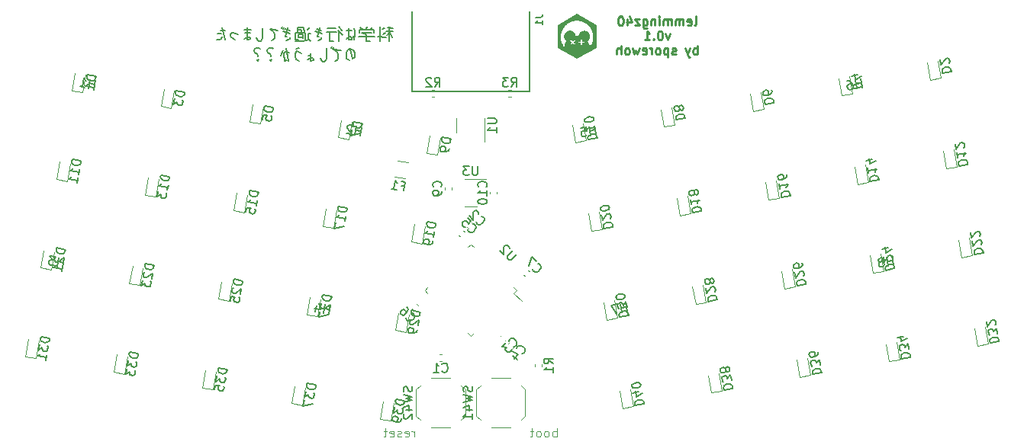
<source format=gbr>
%TF.GenerationSoftware,KiCad,Pcbnew,7.0.8*%
%TF.CreationDate,2023-12-07T22:17:23-06:00*%
%TF.ProjectId,lemmingz40,6c656d6d-696e-4677-9a34-302e6b696361,rev?*%
%TF.SameCoordinates,Original*%
%TF.FileFunction,Legend,Bot*%
%TF.FilePolarity,Positive*%
%FSLAX46Y46*%
G04 Gerber Fmt 4.6, Leading zero omitted, Abs format (unit mm)*
G04 Created by KiCad (PCBNEW 7.0.8) date 2023-12-07 22:17:23*
%MOMM*%
%LPD*%
G01*
G04 APERTURE LIST*
%ADD10C,0.000000*%
%ADD11C,0.100000*%
%ADD12C,0.180000*%
%ADD13C,0.250000*%
%ADD14C,0.150000*%
%ADD15C,0.120000*%
G04 APERTURE END LIST*
D10*
G36*
X106615679Y-39124768D02*
G01*
X104454917Y-40372284D01*
X102294153Y-39124767D01*
X102294153Y-37915984D01*
X102657134Y-37915984D01*
X102658776Y-37993447D01*
X102663656Y-38070076D01*
X102671708Y-38145805D01*
X102682866Y-38220568D01*
X102697064Y-38294298D01*
X102714235Y-38366929D01*
X102734313Y-38438395D01*
X102757231Y-38508629D01*
X102782923Y-38577564D01*
X102811323Y-38645135D01*
X102842365Y-38711276D01*
X102875981Y-38775919D01*
X102912106Y-38838998D01*
X102950673Y-38900447D01*
X102991616Y-38960200D01*
X103034868Y-39018190D01*
X103041124Y-38974951D01*
X103048660Y-38932136D01*
X103057455Y-38889768D01*
X103067489Y-38847865D01*
X103078743Y-38806449D01*
X103091196Y-38765539D01*
X103104515Y-38726081D01*
X103711990Y-38726081D01*
X103712124Y-38729247D01*
X103712406Y-38732405D01*
X103712835Y-38735549D01*
X103713412Y-38738674D01*
X103714135Y-38741775D01*
X103715006Y-38744846D01*
X103716023Y-38747880D01*
X103717188Y-38750874D01*
X103718500Y-38753820D01*
X103719960Y-38756713D01*
X103721566Y-38759549D01*
X103723320Y-38762320D01*
X103725220Y-38765023D01*
X103727268Y-38767650D01*
X103729463Y-38770197D01*
X103731805Y-38772657D01*
X103734266Y-38775000D01*
X103736813Y-38777195D01*
X103739440Y-38779242D01*
X103742142Y-38781143D01*
X103744914Y-38782897D01*
X103747749Y-38784503D01*
X103750643Y-38785962D01*
X103753589Y-38787274D01*
X103756582Y-38788439D01*
X103759617Y-38789457D01*
X103762687Y-38790327D01*
X103765788Y-38791051D01*
X103768913Y-38791627D01*
X103772058Y-38792056D01*
X103775216Y-38792338D01*
X103778382Y-38792473D01*
X103781550Y-38792460D01*
X103784715Y-38792301D01*
X103787871Y-38791994D01*
X103791013Y-38791540D01*
X103794134Y-38790939D01*
X103797231Y-38790191D01*
X103800295Y-38789296D01*
X103803324Y-38788253D01*
X103806309Y-38787064D01*
X103809247Y-38785727D01*
X103812131Y-38784243D01*
X103814956Y-38782612D01*
X103817717Y-38780833D01*
X103820407Y-38778908D01*
X103823021Y-38776835D01*
X103825554Y-38774616D01*
X103825559Y-38774621D01*
X103825564Y-38774626D01*
X103825574Y-38774636D01*
X103825584Y-38774647D01*
X103825595Y-38774657D01*
X103827594Y-38772657D01*
X103977608Y-38622644D01*
X104129622Y-38774657D01*
X104129642Y-38774636D01*
X104129652Y-38774626D01*
X104129663Y-38774616D01*
X104132196Y-38776835D01*
X104134810Y-38778908D01*
X104137500Y-38780833D01*
X104140260Y-38782612D01*
X104143085Y-38784243D01*
X104145969Y-38785727D01*
X104148907Y-38787064D01*
X104151893Y-38788253D01*
X104154921Y-38789296D01*
X104157986Y-38790191D01*
X104161082Y-38790939D01*
X104164203Y-38791540D01*
X104167345Y-38791994D01*
X104170501Y-38792301D01*
X104173666Y-38792460D01*
X104176834Y-38792473D01*
X104180000Y-38792338D01*
X104183158Y-38792056D01*
X104186303Y-38791627D01*
X104189428Y-38791051D01*
X104192529Y-38790327D01*
X104195599Y-38789457D01*
X104198634Y-38788439D01*
X104201627Y-38787274D01*
X104204573Y-38785962D01*
X104207467Y-38784503D01*
X104210302Y-38782897D01*
X104213074Y-38781143D01*
X104215776Y-38779242D01*
X104218404Y-38777195D01*
X104220950Y-38775000D01*
X104223411Y-38772657D01*
X104225753Y-38770197D01*
X104227948Y-38767650D01*
X104229996Y-38765023D01*
X104231897Y-38762320D01*
X104233650Y-38759549D01*
X104235257Y-38756713D01*
X104236716Y-38753820D01*
X104238028Y-38750874D01*
X104239193Y-38747880D01*
X104240211Y-38744846D01*
X104241081Y-38741775D01*
X104241805Y-38738674D01*
X104242381Y-38735549D01*
X104242810Y-38732405D01*
X104243092Y-38729247D01*
X104243227Y-38726081D01*
X104243215Y-38722912D01*
X104243055Y-38719748D01*
X104242748Y-38716591D01*
X104242295Y-38713450D01*
X104241694Y-38710328D01*
X104240945Y-38707232D01*
X104240050Y-38704167D01*
X104239008Y-38701139D01*
X104237818Y-38698153D01*
X104236481Y-38695216D01*
X104234997Y-38692332D01*
X104233366Y-38689506D01*
X104231588Y-38686746D01*
X104229663Y-38684056D01*
X104227590Y-38681442D01*
X104225370Y-38678909D01*
X104225411Y-38678868D01*
X104073398Y-38526854D01*
X104584607Y-38526854D01*
X104584691Y-38530250D01*
X104584940Y-38533603D01*
X104585350Y-38536909D01*
X104585916Y-38540164D01*
X104586636Y-38543363D01*
X104587505Y-38546504D01*
X104588520Y-38549582D01*
X104589675Y-38552593D01*
X104590968Y-38555533D01*
X104592394Y-38558399D01*
X104593950Y-38561186D01*
X104595631Y-38563890D01*
X104597433Y-38566507D01*
X104599353Y-38569034D01*
X104601387Y-38571467D01*
X104603530Y-38573801D01*
X104605779Y-38576032D01*
X104608130Y-38578157D01*
X104610579Y-38580172D01*
X104613121Y-38582073D01*
X104615753Y-38583855D01*
X104618472Y-38585515D01*
X104621272Y-38587049D01*
X104624150Y-38588453D01*
X104627103Y-38589723D01*
X104630125Y-38590855D01*
X104633214Y-38591846D01*
X104636365Y-38592690D01*
X104639574Y-38593384D01*
X104642838Y-38593925D01*
X104646152Y-38594308D01*
X104649512Y-38594529D01*
X104649512Y-38594587D01*
X104864492Y-38594587D01*
X104864492Y-38726081D01*
X104864492Y-38809567D01*
X104864550Y-38809567D01*
X104864771Y-38812927D01*
X104865154Y-38816241D01*
X104865695Y-38819505D01*
X104866389Y-38822714D01*
X104867234Y-38825865D01*
X104868224Y-38828954D01*
X104869356Y-38831976D01*
X104870626Y-38834929D01*
X104872030Y-38837807D01*
X104873564Y-38840607D01*
X104875224Y-38843326D01*
X104877007Y-38845958D01*
X104878907Y-38848500D01*
X104880922Y-38850949D01*
X104883047Y-38853300D01*
X104885279Y-38855549D01*
X104887613Y-38857692D01*
X104890045Y-38859726D01*
X104892572Y-38861646D01*
X104895189Y-38863448D01*
X104897893Y-38865129D01*
X104900680Y-38866685D01*
X104903546Y-38868111D01*
X104906486Y-38869404D01*
X104909497Y-38870559D01*
X104912575Y-38871573D01*
X104915715Y-38872442D01*
X104918915Y-38873162D01*
X104922170Y-38873729D01*
X104925476Y-38874139D01*
X104928828Y-38874388D01*
X104932225Y-38874471D01*
X104935621Y-38874388D01*
X104938974Y-38874139D01*
X104942279Y-38873729D01*
X104945534Y-38873162D01*
X104948734Y-38872442D01*
X104951875Y-38871573D01*
X104954953Y-38870559D01*
X104957964Y-38869404D01*
X104960904Y-38868111D01*
X104963770Y-38866685D01*
X104966556Y-38865129D01*
X104969261Y-38863448D01*
X104971878Y-38861646D01*
X104974405Y-38859726D01*
X104976837Y-38857692D01*
X104979171Y-38855549D01*
X104981403Y-38853300D01*
X104983528Y-38850949D01*
X104985543Y-38848500D01*
X104987444Y-38845958D01*
X104989226Y-38843326D01*
X104990886Y-38840607D01*
X104992420Y-38837807D01*
X104993824Y-38834929D01*
X104995094Y-38831976D01*
X104996226Y-38828954D01*
X104997217Y-38825865D01*
X104998061Y-38822714D01*
X104998755Y-38819505D01*
X104999296Y-38816241D01*
X104999679Y-38812927D01*
X104999900Y-38809567D01*
X104999958Y-38809567D01*
X104999958Y-38594587D01*
X105214938Y-38594587D01*
X105214938Y-38594529D01*
X105218298Y-38594308D01*
X105221612Y-38593925D01*
X105224876Y-38593384D01*
X105228085Y-38592690D01*
X105231236Y-38591846D01*
X105234325Y-38590855D01*
X105237347Y-38589723D01*
X105240300Y-38588453D01*
X105243178Y-38587049D01*
X105245978Y-38585515D01*
X105248696Y-38583855D01*
X105251329Y-38582073D01*
X105253871Y-38580172D01*
X105256320Y-38578157D01*
X105258670Y-38576032D01*
X105260919Y-38573801D01*
X105263063Y-38571467D01*
X105265096Y-38569034D01*
X105267016Y-38566507D01*
X105268819Y-38563890D01*
X105270500Y-38561186D01*
X105272055Y-38558399D01*
X105273482Y-38555533D01*
X105274774Y-38552593D01*
X105275930Y-38549582D01*
X105276944Y-38546504D01*
X105277813Y-38543363D01*
X105278533Y-38540164D01*
X105279100Y-38536909D01*
X105279510Y-38533603D01*
X105279759Y-38530250D01*
X105279842Y-38526854D01*
X105279759Y-38523458D01*
X105279510Y-38520105D01*
X105279100Y-38516799D01*
X105278533Y-38513544D01*
X105277813Y-38510344D01*
X105276944Y-38507204D01*
X105275930Y-38504126D01*
X105274775Y-38501115D01*
X105273482Y-38498175D01*
X105272056Y-38495309D01*
X105270500Y-38492522D01*
X105268819Y-38489818D01*
X105267017Y-38487201D01*
X105265097Y-38484674D01*
X105263063Y-38482242D01*
X105260920Y-38479908D01*
X105258671Y-38477676D01*
X105256320Y-38475551D01*
X105253871Y-38473536D01*
X105251329Y-38471636D01*
X105248697Y-38469853D01*
X105245978Y-38468193D01*
X105243178Y-38466659D01*
X105240300Y-38465255D01*
X105237347Y-38463985D01*
X105234325Y-38462853D01*
X105231236Y-38461863D01*
X105228085Y-38461018D01*
X105224876Y-38460324D01*
X105221612Y-38459783D01*
X105218298Y-38459400D01*
X105214938Y-38459179D01*
X105214938Y-38459121D01*
X104999958Y-38459121D01*
X104999958Y-38244141D01*
X104999900Y-38244141D01*
X104999679Y-38240781D01*
X104999296Y-38237467D01*
X104998755Y-38234203D01*
X104998061Y-38230994D01*
X104997217Y-38227843D01*
X104996226Y-38224754D01*
X104995094Y-38221731D01*
X104993824Y-38218779D01*
X104992420Y-38215901D01*
X104990886Y-38213101D01*
X104989226Y-38210382D01*
X104987444Y-38207750D01*
X104985543Y-38205208D01*
X104983528Y-38202759D01*
X104981403Y-38200408D01*
X104979171Y-38198159D01*
X104976837Y-38196016D01*
X104974405Y-38193982D01*
X104971878Y-38192062D01*
X104969261Y-38190260D01*
X104966556Y-38188578D01*
X104963770Y-38187023D01*
X104960904Y-38185597D01*
X104957964Y-38184304D01*
X104954953Y-38183148D01*
X104951875Y-38182134D01*
X104948734Y-38181265D01*
X104945534Y-38180545D01*
X104942279Y-38179978D01*
X104938974Y-38179569D01*
X104935621Y-38179320D01*
X104932225Y-38179236D01*
X104928828Y-38179320D01*
X104925476Y-38179569D01*
X104922170Y-38179978D01*
X104918915Y-38180545D01*
X104915715Y-38181265D01*
X104912575Y-38182134D01*
X104909497Y-38183148D01*
X104906486Y-38184304D01*
X104903545Y-38185597D01*
X104900680Y-38187023D01*
X104897893Y-38188578D01*
X104895189Y-38190260D01*
X104892572Y-38192062D01*
X104890045Y-38193982D01*
X104887612Y-38196016D01*
X104885278Y-38198159D01*
X104883047Y-38200408D01*
X104880922Y-38202759D01*
X104878907Y-38205208D01*
X104877006Y-38207750D01*
X104875224Y-38210382D01*
X104873564Y-38213101D01*
X104872029Y-38215901D01*
X104870625Y-38218779D01*
X104869355Y-38221731D01*
X104868223Y-38224754D01*
X104867233Y-38227843D01*
X104866389Y-38230994D01*
X104865694Y-38234203D01*
X104865154Y-38237467D01*
X104864771Y-38240781D01*
X104864549Y-38244141D01*
X104864492Y-38244141D01*
X104864492Y-38459122D01*
X104652257Y-38459122D01*
X104649512Y-38459121D01*
X104649512Y-38459178D01*
X104646152Y-38459400D01*
X104642838Y-38459783D01*
X104639574Y-38460323D01*
X104636365Y-38461018D01*
X104633214Y-38461862D01*
X104630125Y-38462852D01*
X104627103Y-38463984D01*
X104624150Y-38465254D01*
X104621272Y-38466658D01*
X104618472Y-38468192D01*
X104615753Y-38469853D01*
X104613121Y-38471635D01*
X104610579Y-38473536D01*
X104608130Y-38475550D01*
X104605779Y-38477676D01*
X104603530Y-38479907D01*
X104601387Y-38482241D01*
X104599353Y-38484673D01*
X104597433Y-38487200D01*
X104595631Y-38489818D01*
X104593950Y-38492522D01*
X104592394Y-38495309D01*
X104590968Y-38498174D01*
X104589675Y-38501114D01*
X104588520Y-38504126D01*
X104587505Y-38507203D01*
X104586636Y-38510344D01*
X104585916Y-38513544D01*
X104585350Y-38516799D01*
X104584940Y-38520105D01*
X104584691Y-38523458D01*
X104584607Y-38526854D01*
X104073398Y-38526854D01*
X104223411Y-38376840D01*
X104225411Y-38374841D01*
X104225370Y-38374800D01*
X104227590Y-38372267D01*
X104229663Y-38369653D01*
X104231588Y-38366963D01*
X104233366Y-38364202D01*
X104234997Y-38361377D01*
X104236481Y-38358493D01*
X104237818Y-38355555D01*
X104239008Y-38352569D01*
X104240050Y-38349541D01*
X104240945Y-38346477D01*
X104241694Y-38343380D01*
X104242295Y-38340259D01*
X104242748Y-38337117D01*
X104243055Y-38333961D01*
X104243215Y-38330796D01*
X104243227Y-38327628D01*
X104243092Y-38324462D01*
X104242810Y-38321304D01*
X104242381Y-38318159D01*
X104241805Y-38315034D01*
X104241081Y-38311933D01*
X104240211Y-38308863D01*
X104239193Y-38305828D01*
X104238028Y-38302835D01*
X104236716Y-38299889D01*
X104235257Y-38296995D01*
X104233650Y-38294160D01*
X104231897Y-38291388D01*
X104229996Y-38288686D01*
X104227948Y-38286058D01*
X104225753Y-38283512D01*
X104223411Y-38281051D01*
X104220950Y-38278709D01*
X104218404Y-38276514D01*
X104215776Y-38274466D01*
X104213074Y-38272565D01*
X104210302Y-38270812D01*
X104207467Y-38269205D01*
X104204573Y-38267746D01*
X104201627Y-38266434D01*
X104198634Y-38265269D01*
X104195599Y-38264251D01*
X104192529Y-38263381D01*
X104189428Y-38262657D01*
X104186303Y-38262081D01*
X104183158Y-38261652D01*
X104180000Y-38261370D01*
X104176834Y-38261235D01*
X104173666Y-38261248D01*
X104170501Y-38261407D01*
X104167345Y-38261714D01*
X104164203Y-38262168D01*
X104161082Y-38262769D01*
X104157986Y-38263517D01*
X104154921Y-38264412D01*
X104151893Y-38265455D01*
X104148907Y-38266644D01*
X104145969Y-38267981D01*
X104143085Y-38269465D01*
X104140260Y-38271096D01*
X104137500Y-38272874D01*
X104134810Y-38274800D01*
X104132196Y-38276873D01*
X104129663Y-38279092D01*
X104129622Y-38279051D01*
X104127621Y-38281051D01*
X103977608Y-38431065D01*
X103827594Y-38281052D01*
X103827565Y-38281022D01*
X103827550Y-38281007D01*
X103827535Y-38280992D01*
X103825595Y-38279051D01*
X103825590Y-38279056D01*
X103825585Y-38279061D01*
X103825579Y-38279066D01*
X103825574Y-38279072D01*
X103825554Y-38279092D01*
X103823021Y-38276873D01*
X103820407Y-38274800D01*
X103817717Y-38272875D01*
X103814956Y-38271096D01*
X103812131Y-38269465D01*
X103809247Y-38267981D01*
X103806309Y-38266645D01*
X103803324Y-38265455D01*
X103800296Y-38264412D01*
X103797231Y-38263517D01*
X103794135Y-38262769D01*
X103791013Y-38262168D01*
X103787871Y-38261714D01*
X103784715Y-38261408D01*
X103781550Y-38261248D01*
X103778382Y-38261236D01*
X103775216Y-38261370D01*
X103772058Y-38261652D01*
X103768914Y-38262081D01*
X103765788Y-38262658D01*
X103762688Y-38263381D01*
X103759617Y-38264252D01*
X103756582Y-38265269D01*
X103753589Y-38266434D01*
X103750643Y-38267746D01*
X103747749Y-38269206D01*
X103744914Y-38270812D01*
X103742142Y-38272566D01*
X103739440Y-38274466D01*
X103736813Y-38276514D01*
X103734266Y-38278709D01*
X103731805Y-38281052D01*
X103729463Y-38283512D01*
X103727268Y-38286059D01*
X103725220Y-38288686D01*
X103723320Y-38291389D01*
X103721566Y-38294160D01*
X103719960Y-38296996D01*
X103718500Y-38299889D01*
X103717188Y-38302835D01*
X103716023Y-38305829D01*
X103715006Y-38308863D01*
X103714135Y-38311934D01*
X103713412Y-38315034D01*
X103712835Y-38318160D01*
X103712406Y-38321304D01*
X103712124Y-38324462D01*
X103711990Y-38327628D01*
X103712002Y-38330796D01*
X103712161Y-38333961D01*
X103712468Y-38337117D01*
X103712922Y-38340259D01*
X103713523Y-38343381D01*
X103714271Y-38346477D01*
X103715166Y-38349542D01*
X103716209Y-38352570D01*
X103717399Y-38355555D01*
X103718735Y-38358493D01*
X103720219Y-38361377D01*
X103721850Y-38364202D01*
X103723629Y-38366963D01*
X103725554Y-38369653D01*
X103727627Y-38372267D01*
X103729847Y-38374800D01*
X103729836Y-38374810D01*
X103729826Y-38374820D01*
X103729816Y-38374831D01*
X103729805Y-38374841D01*
X103731805Y-38376841D01*
X103881819Y-38526854D01*
X103731805Y-38676868D01*
X103729805Y-38678868D01*
X103729847Y-38678909D01*
X103727627Y-38681442D01*
X103725554Y-38684056D01*
X103723629Y-38686746D01*
X103721850Y-38689506D01*
X103720219Y-38692332D01*
X103718735Y-38695216D01*
X103717399Y-38698153D01*
X103716209Y-38701139D01*
X103715166Y-38704167D01*
X103714271Y-38707232D01*
X103713523Y-38710328D01*
X103712922Y-38713450D01*
X103712468Y-38716591D01*
X103712161Y-38719748D01*
X103712002Y-38722912D01*
X103711990Y-38726081D01*
X103104515Y-38726081D01*
X103104827Y-38725156D01*
X103119618Y-38685319D01*
X103135546Y-38646048D01*
X103152594Y-38607365D01*
X103170740Y-38569289D01*
X103189963Y-38531840D01*
X103210245Y-38495038D01*
X103231565Y-38458904D01*
X103253902Y-38423458D01*
X103277237Y-38388719D01*
X103248940Y-38365944D01*
X103221989Y-38341635D01*
X103196452Y-38315859D01*
X103172393Y-38288680D01*
X103149879Y-38260166D01*
X103128976Y-38230382D01*
X103109750Y-38199394D01*
X103092268Y-38167269D01*
X103076594Y-38134072D01*
X103062797Y-38099871D01*
X103050940Y-38064730D01*
X103041091Y-38028715D01*
X103033316Y-37991894D01*
X103027680Y-37954332D01*
X103024250Y-37916095D01*
X103023092Y-37877249D01*
X103023928Y-37844234D01*
X103026408Y-37811650D01*
X103030493Y-37779538D01*
X103036141Y-37747939D01*
X103043312Y-37716893D01*
X103051966Y-37686440D01*
X103062062Y-37656621D01*
X103073561Y-37627476D01*
X103086420Y-37599045D01*
X103100601Y-37571370D01*
X103116063Y-37544490D01*
X103132764Y-37518446D01*
X103150666Y-37493278D01*
X103169727Y-37469027D01*
X103189906Y-37445733D01*
X103211164Y-37423437D01*
X103233461Y-37402179D01*
X103256754Y-37381999D01*
X103281005Y-37362938D01*
X103306173Y-37345037D01*
X103332217Y-37328335D01*
X103359097Y-37312874D01*
X103386773Y-37298693D01*
X103415203Y-37285833D01*
X103444348Y-37274335D01*
X103474167Y-37264238D01*
X103504620Y-37255584D01*
X103535667Y-37248413D01*
X103567266Y-37242765D01*
X103599377Y-37238681D01*
X103631961Y-37236201D01*
X103664976Y-37235365D01*
X103694914Y-37236052D01*
X103724501Y-37238093D01*
X103753707Y-37241457D01*
X103782501Y-37246115D01*
X103810853Y-37252036D01*
X103838734Y-37259191D01*
X103866113Y-37267550D01*
X103892960Y-37277081D01*
X103919245Y-37287756D01*
X103944937Y-37299543D01*
X103970008Y-37312414D01*
X103994426Y-37326337D01*
X104018162Y-37341283D01*
X104041185Y-37357222D01*
X104063466Y-37374124D01*
X104084974Y-37391958D01*
X104105680Y-37410694D01*
X104125552Y-37430302D01*
X104144562Y-37450753D01*
X104162678Y-37472016D01*
X104179871Y-37494061D01*
X104196111Y-37516857D01*
X104211368Y-37540376D01*
X104225612Y-37564586D01*
X104238811Y-37589458D01*
X104250938Y-37614961D01*
X104261960Y-37641066D01*
X104271849Y-37667742D01*
X104280573Y-37694959D01*
X104288104Y-37722688D01*
X104294411Y-37750897D01*
X104299463Y-37779558D01*
X104318650Y-37777614D01*
X104337909Y-37775923D01*
X104357241Y-37774488D01*
X104376642Y-37773311D01*
X104396113Y-37772392D01*
X104415649Y-37771733D01*
X104435251Y-37771337D01*
X104454916Y-37771204D01*
X104454917Y-37771204D01*
X104476005Y-37771356D01*
X104497021Y-37771812D01*
X104517961Y-37772569D01*
X104538825Y-37773626D01*
X104559608Y-37774979D01*
X104580311Y-37776627D01*
X104600930Y-37778568D01*
X104621463Y-37780800D01*
X104626833Y-37752531D01*
X104633425Y-37724712D01*
X104641211Y-37697373D01*
X104650161Y-37670545D01*
X104660246Y-37644255D01*
X104671437Y-37618533D01*
X104683704Y-37593409D01*
X104697018Y-37568912D01*
X104711350Y-37545071D01*
X104726671Y-37521915D01*
X104742950Y-37499473D01*
X104760160Y-37477776D01*
X104778271Y-37456851D01*
X104797253Y-37436729D01*
X104817078Y-37417438D01*
X104837715Y-37399009D01*
X104859137Y-37381469D01*
X104881312Y-37364849D01*
X104904213Y-37349178D01*
X104927809Y-37334484D01*
X104952073Y-37320798D01*
X104976973Y-37308149D01*
X105002482Y-37296565D01*
X105028569Y-37286076D01*
X105055206Y-37276712D01*
X105082364Y-37268501D01*
X105110012Y-37261474D01*
X105138122Y-37255658D01*
X105166664Y-37251084D01*
X105195610Y-37247780D01*
X105224929Y-37245776D01*
X105254593Y-37245102D01*
X105287608Y-37245938D01*
X105320192Y-37248418D01*
X105352304Y-37252502D01*
X105383903Y-37258150D01*
X105414949Y-37265322D01*
X105445402Y-37273976D01*
X105475221Y-37284072D01*
X105504366Y-37295570D01*
X105532797Y-37308430D01*
X105560472Y-37322611D01*
X105587352Y-37338072D01*
X105613396Y-37354774D01*
X105638564Y-37372675D01*
X105662815Y-37391736D01*
X105686109Y-37411916D01*
X105708405Y-37433174D01*
X105729663Y-37455470D01*
X105749843Y-37478764D01*
X105768904Y-37503015D01*
X105786805Y-37528183D01*
X105803507Y-37554227D01*
X105818968Y-37581107D01*
X105833149Y-37608782D01*
X105846009Y-37637213D01*
X105857507Y-37666358D01*
X105867604Y-37696177D01*
X105876258Y-37726630D01*
X105883429Y-37757676D01*
X105889077Y-37789276D01*
X105893161Y-37821387D01*
X105895641Y-37853971D01*
X105896477Y-37886986D01*
X105895309Y-37925999D01*
X105891850Y-37964398D01*
X105886166Y-38002115D01*
X105878325Y-38039084D01*
X105868393Y-38075238D01*
X105856438Y-38110510D01*
X105842526Y-38144832D01*
X105826725Y-38178139D01*
X105809101Y-38210362D01*
X105789721Y-38241436D01*
X105768652Y-38271292D01*
X105745962Y-38299865D01*
X105721716Y-38327087D01*
X105695983Y-38352891D01*
X105668829Y-38377210D01*
X105640320Y-38399978D01*
X105662872Y-38434229D01*
X105684461Y-38469154D01*
X105705068Y-38504733D01*
X105717044Y-38526854D01*
X105724673Y-38540947D01*
X105743259Y-38577778D01*
X105760806Y-38615207D01*
X105777295Y-38653214D01*
X105792707Y-38691781D01*
X105807023Y-38730888D01*
X105820225Y-38770518D01*
X105832293Y-38810650D01*
X105843208Y-38851266D01*
X105852952Y-38892347D01*
X105861505Y-38933874D01*
X105868849Y-38975828D01*
X105874965Y-39018190D01*
X105918217Y-38960200D01*
X105959160Y-38900447D01*
X105997727Y-38838997D01*
X106033852Y-38775918D01*
X106067468Y-38711275D01*
X106098509Y-38645135D01*
X106126909Y-38577564D01*
X106152601Y-38508628D01*
X106175520Y-38438395D01*
X106195597Y-38366929D01*
X106212768Y-38294298D01*
X106226966Y-38220568D01*
X106238124Y-38145805D01*
X106246177Y-38070076D01*
X106251057Y-37993447D01*
X106252698Y-37915984D01*
X106250357Y-37823515D01*
X106243411Y-37732256D01*
X106231971Y-37642318D01*
X106216153Y-37553815D01*
X106196068Y-37466861D01*
X106171830Y-37381569D01*
X106143552Y-37298051D01*
X106111348Y-37216422D01*
X106075330Y-37136794D01*
X106035612Y-37059281D01*
X105992308Y-36983996D01*
X105945530Y-36911052D01*
X105895392Y-36840562D01*
X105842007Y-36772640D01*
X105785488Y-36707399D01*
X105725948Y-36644952D01*
X105663501Y-36585412D01*
X105598260Y-36528893D01*
X105530338Y-36475508D01*
X105459848Y-36425370D01*
X105386904Y-36378592D01*
X105311619Y-36335288D01*
X105234106Y-36295570D01*
X105154478Y-36259553D01*
X105072849Y-36227348D01*
X104989331Y-36199071D01*
X104904039Y-36174833D01*
X104817085Y-36154748D01*
X104728582Y-36138929D01*
X104638645Y-36127489D01*
X104547385Y-36120543D01*
X104454916Y-36118202D01*
X104362448Y-36120543D01*
X104271188Y-36127489D01*
X104181250Y-36138929D01*
X104092747Y-36154748D01*
X104005793Y-36174833D01*
X103920501Y-36199071D01*
X103836984Y-36227348D01*
X103755354Y-36259553D01*
X103675727Y-36295570D01*
X103598213Y-36335288D01*
X103522928Y-36378592D01*
X103449984Y-36425370D01*
X103379495Y-36475508D01*
X103311573Y-36528893D01*
X103246331Y-36585412D01*
X103183884Y-36644952D01*
X103124345Y-36707399D01*
X103067826Y-36772640D01*
X103014440Y-36840562D01*
X102964302Y-36911052D01*
X102917524Y-36983996D01*
X102874220Y-37059281D01*
X102834502Y-37136794D01*
X102798485Y-37216422D01*
X102766281Y-37298051D01*
X102738003Y-37381569D01*
X102713765Y-37466861D01*
X102693680Y-37553815D01*
X102677861Y-37642318D01*
X102666422Y-37732256D01*
X102659475Y-37823515D01*
X102657134Y-37915984D01*
X102294153Y-37915984D01*
X102294154Y-36629731D01*
X104454916Y-35382215D01*
X106615680Y-36629732D01*
X106615680Y-37915984D01*
X106615679Y-39124768D01*
G37*
D11*
X102196074Y-82372386D02*
X102196074Y-81372386D01*
X102196074Y-81753338D02*
X102100836Y-81705719D01*
X102100836Y-81705719D02*
X101910360Y-81705719D01*
X101910360Y-81705719D02*
X101815122Y-81753338D01*
X101815122Y-81753338D02*
X101767503Y-81800957D01*
X101767503Y-81800957D02*
X101719884Y-81896195D01*
X101719884Y-81896195D02*
X101719884Y-82181909D01*
X101719884Y-82181909D02*
X101767503Y-82277147D01*
X101767503Y-82277147D02*
X101815122Y-82324767D01*
X101815122Y-82324767D02*
X101910360Y-82372386D01*
X101910360Y-82372386D02*
X102100836Y-82372386D01*
X102100836Y-82372386D02*
X102196074Y-82324767D01*
X101148455Y-82372386D02*
X101243693Y-82324767D01*
X101243693Y-82324767D02*
X101291312Y-82277147D01*
X101291312Y-82277147D02*
X101338931Y-82181909D01*
X101338931Y-82181909D02*
X101338931Y-81896195D01*
X101338931Y-81896195D02*
X101291312Y-81800957D01*
X101291312Y-81800957D02*
X101243693Y-81753338D01*
X101243693Y-81753338D02*
X101148455Y-81705719D01*
X101148455Y-81705719D02*
X101005598Y-81705719D01*
X101005598Y-81705719D02*
X100910360Y-81753338D01*
X100910360Y-81753338D02*
X100862741Y-81800957D01*
X100862741Y-81800957D02*
X100815122Y-81896195D01*
X100815122Y-81896195D02*
X100815122Y-82181909D01*
X100815122Y-82181909D02*
X100862741Y-82277147D01*
X100862741Y-82277147D02*
X100910360Y-82324767D01*
X100910360Y-82324767D02*
X101005598Y-82372386D01*
X101005598Y-82372386D02*
X101148455Y-82372386D01*
X100243693Y-82372386D02*
X100338931Y-82324767D01*
X100338931Y-82324767D02*
X100386550Y-82277147D01*
X100386550Y-82277147D02*
X100434169Y-82181909D01*
X100434169Y-82181909D02*
X100434169Y-81896195D01*
X100434169Y-81896195D02*
X100386550Y-81800957D01*
X100386550Y-81800957D02*
X100338931Y-81753338D01*
X100338931Y-81753338D02*
X100243693Y-81705719D01*
X100243693Y-81705719D02*
X100100836Y-81705719D01*
X100100836Y-81705719D02*
X100005598Y-81753338D01*
X100005598Y-81753338D02*
X99957979Y-81800957D01*
X99957979Y-81800957D02*
X99910360Y-81896195D01*
X99910360Y-81896195D02*
X99910360Y-82181909D01*
X99910360Y-82181909D02*
X99957979Y-82277147D01*
X99957979Y-82277147D02*
X100005598Y-82324767D01*
X100005598Y-82324767D02*
X100100836Y-82372386D01*
X100100836Y-82372386D02*
X100243693Y-82372386D01*
X99624645Y-81705719D02*
X99243693Y-81705719D01*
X99481788Y-81372386D02*
X99481788Y-82229528D01*
X99481788Y-82229528D02*
X99434169Y-82324767D01*
X99434169Y-82324767D02*
X99338931Y-82372386D01*
X99338931Y-82372386D02*
X99243693Y-82372386D01*
D12*
X84033305Y-37331957D02*
X83299972Y-37331957D01*
X83633305Y-36931957D02*
X83633305Y-38398623D01*
X82566639Y-36798623D02*
X82566639Y-38398623D01*
X83633305Y-37398623D02*
X83499972Y-37598623D01*
X83499972Y-37598623D02*
X83366639Y-37731957D01*
X83099972Y-36998623D02*
X82833305Y-37065290D01*
X83166639Y-37465290D02*
X82899972Y-37598623D01*
X83633305Y-37331957D02*
X83966639Y-37931957D01*
X83433305Y-36865290D02*
X84033305Y-36931957D01*
X82366639Y-37865290D02*
X83233305Y-37998623D01*
X81966638Y-37865290D02*
X80233305Y-37865290D01*
X81499972Y-38398623D02*
X81099972Y-38398623D01*
X81899972Y-37131957D02*
X81899972Y-37465290D01*
X81099972Y-37731957D02*
X81099972Y-38398623D01*
X81899972Y-37131957D02*
X80299972Y-37131957D01*
X80299972Y-37131957D02*
X80299972Y-37465290D01*
X81766638Y-36865290D02*
X81566638Y-37065290D01*
X80433305Y-36865290D02*
X80699972Y-37131957D01*
X81166638Y-36798623D02*
X81099972Y-37065290D01*
X81633305Y-37465290D02*
X80566638Y-37465290D01*
X80566638Y-37465290D02*
X81099972Y-37665290D01*
X79433305Y-37198623D02*
X78899971Y-37198623D01*
X79099971Y-36931957D02*
X79099971Y-38265290D01*
X79099971Y-38265290D02*
X79433305Y-38198623D01*
X79433305Y-38198623D02*
X79433305Y-37931957D01*
X79433305Y-37931957D02*
X79233305Y-37865290D01*
X79233305Y-37865290D02*
X78899971Y-38131957D01*
X79699971Y-36931957D02*
X79766638Y-37331957D01*
X79766638Y-37331957D02*
X79766638Y-37731957D01*
X79766638Y-37731957D02*
X79699971Y-38265290D01*
X79699971Y-38265290D02*
X79633305Y-37798623D01*
X77699971Y-36931957D02*
X76766638Y-36931957D01*
X77766638Y-37398623D02*
X76699971Y-37398623D01*
X77433304Y-38398623D02*
X77033304Y-38398623D01*
X78033304Y-37398623D02*
X78033304Y-38398623D01*
X77033304Y-37398623D02*
X77033304Y-38398623D01*
X78033304Y-36798623D02*
X78366638Y-37198623D01*
X77899971Y-37198623D02*
X78433304Y-37731957D01*
X76099971Y-37198623D02*
X75566637Y-37065290D01*
X76166637Y-37531957D02*
X75366637Y-37331957D01*
X75899971Y-36865290D02*
X75633304Y-37865290D01*
X75633304Y-37865290D02*
X75833304Y-37865290D01*
X76099971Y-37931957D02*
X76099971Y-38131957D01*
X76099971Y-38131957D02*
X75966637Y-38265290D01*
X75966637Y-38265290D02*
X75699971Y-38331957D01*
X73833304Y-37131957D02*
X73433304Y-37131957D01*
X74033304Y-37998623D02*
X73566637Y-37998623D01*
X73499970Y-38198623D02*
X73233304Y-38198623D01*
X74299970Y-37465290D02*
X74299970Y-38198623D01*
X74033304Y-37665290D02*
X74033304Y-38065290D01*
X73833304Y-37131957D02*
X73833304Y-37465290D01*
X74033304Y-37665290D02*
X73566637Y-37665290D01*
X73566637Y-37665290D02*
X73566637Y-37998623D01*
X74166637Y-36865290D02*
X73433304Y-36865290D01*
X73433304Y-36865290D02*
X73433304Y-37465290D01*
X74166637Y-36865290D02*
X74233304Y-37465290D01*
X74233304Y-37465290D02*
X73233304Y-37465290D01*
X73233304Y-37465290D02*
X73233304Y-38198623D01*
X74833304Y-36865290D02*
X74566637Y-37131957D01*
X74899970Y-37531957D02*
X74633304Y-37531957D01*
X74633304Y-37531957D02*
X74633304Y-38131957D01*
X74633304Y-38131957D02*
X74899970Y-38398623D01*
X74699970Y-38198623D02*
X74033304Y-38398623D01*
X74033304Y-38398623D02*
X73166637Y-38398623D01*
X72566637Y-37198623D02*
X72033303Y-37065290D01*
X72633303Y-37531957D02*
X71833303Y-37331957D01*
X72366637Y-36865290D02*
X72099970Y-37865290D01*
X72099970Y-37865290D02*
X72299970Y-37865290D01*
X72566637Y-37931957D02*
X72566637Y-38131957D01*
X72566637Y-38131957D02*
X72433303Y-38265290D01*
X72433303Y-38265290D02*
X72166637Y-38331957D01*
X71966637Y-36865290D02*
X71833303Y-37065290D01*
X71766637Y-36798623D02*
X71633303Y-36998623D01*
X71233303Y-37198623D02*
X70366636Y-37065290D01*
X70499970Y-37131957D02*
X70766636Y-37331957D01*
X70766636Y-37331957D02*
X70899970Y-37665290D01*
X70899970Y-37665290D02*
X70899970Y-38065290D01*
X70899970Y-38065290D02*
X70766636Y-38265290D01*
X70766636Y-38265290D02*
X70566636Y-38331957D01*
X69566636Y-36931957D02*
X69566636Y-38065290D01*
X69566636Y-38065290D02*
X69499969Y-38265290D01*
X69499969Y-38265290D02*
X69366636Y-38398623D01*
X69366636Y-38398623D02*
X69166636Y-38398623D01*
X69166636Y-38398623D02*
X68966636Y-38265290D01*
X68966636Y-38265290D02*
X68899969Y-37998623D01*
X68299969Y-37131957D02*
X67499969Y-37131957D01*
X68166636Y-37465290D02*
X67633302Y-37465290D01*
X67833302Y-36865290D02*
X67833302Y-38265290D01*
X67833302Y-38265290D02*
X68033302Y-38265290D01*
X68033302Y-38265290D02*
X68233302Y-38131957D01*
X68233302Y-38131957D02*
X68166636Y-37998623D01*
X68166636Y-37998623D02*
X67899969Y-37931957D01*
X67899969Y-37931957D02*
X67499969Y-38131957D01*
X66833302Y-37598623D02*
X66233302Y-37465290D01*
X66233302Y-37465290D02*
X66033302Y-37531957D01*
X66033302Y-37531957D02*
X65966635Y-37798623D01*
X65966635Y-37798623D02*
X66099969Y-37998623D01*
X66099969Y-37998623D02*
X66499969Y-38198623D01*
X65366635Y-37198623D02*
X64899968Y-37198623D01*
X65033302Y-36865290D02*
X65366635Y-38265290D01*
X64966635Y-37531957D02*
X64566635Y-37531957D01*
X65033302Y-37865290D02*
X64966635Y-38131957D01*
X64966635Y-38131957D02*
X64833302Y-38265290D01*
X64833302Y-38265290D02*
X64499968Y-38265290D01*
X79299971Y-39319290D02*
X79566638Y-40385957D01*
X79566638Y-40385957D02*
X79766638Y-40185957D01*
X79766638Y-40185957D02*
X79766638Y-39652623D01*
X79766638Y-39652623D02*
X79633305Y-39385957D01*
X79633305Y-39385957D02*
X79299971Y-39252623D01*
X79299971Y-39252623D02*
X79033305Y-39319290D01*
X79033305Y-39319290D02*
X78833305Y-39652623D01*
X78833305Y-39652623D02*
X78833305Y-40052623D01*
X78833305Y-40052623D02*
X78899971Y-40319290D01*
X78899971Y-40319290D02*
X79233305Y-40519290D01*
X78299971Y-39452623D02*
X77433304Y-39319290D01*
X77566638Y-39385957D02*
X77833304Y-39585957D01*
X77833304Y-39585957D02*
X77966638Y-39919290D01*
X77966638Y-39919290D02*
X77966638Y-40319290D01*
X77966638Y-40319290D02*
X77833304Y-40519290D01*
X77833304Y-40519290D02*
X77633304Y-40585957D01*
X77499971Y-39052623D02*
X77366638Y-39252623D01*
X77299971Y-38985957D02*
X77166638Y-39185957D01*
X76633304Y-39185957D02*
X76633304Y-40319290D01*
X76633304Y-40319290D02*
X76566637Y-40519290D01*
X76566637Y-40519290D02*
X76433304Y-40652623D01*
X76433304Y-40652623D02*
X76233304Y-40652623D01*
X76233304Y-40652623D02*
X76033304Y-40519290D01*
X76033304Y-40519290D02*
X75966637Y-40252623D01*
X74899970Y-39785957D02*
X74899970Y-40585957D01*
X74899970Y-40585957D02*
X75233304Y-40519290D01*
X75233304Y-40519290D02*
X75233304Y-40319290D01*
X75233304Y-40319290D02*
X75033304Y-40252623D01*
X75033304Y-40252623D02*
X74566637Y-40452623D01*
X74899970Y-39985957D02*
X74633304Y-39985957D01*
X73633303Y-39119290D02*
X73299970Y-39252623D01*
X73833303Y-39719290D02*
X73366637Y-39519290D01*
X73366637Y-39519290D02*
X73166637Y-39719290D01*
X73166637Y-39719290D02*
X73166637Y-40119290D01*
X73166637Y-40119290D02*
X73299970Y-40452623D01*
X73299970Y-40452623D02*
X73633303Y-40585957D01*
X72499970Y-39652623D02*
X72033303Y-39585957D01*
X72033303Y-39585957D02*
X71899970Y-39852623D01*
X71899970Y-39852623D02*
X72033303Y-40585957D01*
X72033303Y-40585957D02*
X72233303Y-40519290D01*
X72166636Y-39119290D02*
X72433303Y-40585957D01*
X71833303Y-39452623D02*
X71566636Y-39985957D01*
X70499969Y-40452623D02*
X70433303Y-40519290D01*
X70433303Y-40519290D02*
X70499969Y-40585957D01*
X70499969Y-40585957D02*
X70566636Y-40519290D01*
X70566636Y-40519290D02*
X70499969Y-40452623D01*
X70499969Y-40452623D02*
X70499969Y-40585957D01*
X70766636Y-39252623D02*
X70633303Y-39185957D01*
X70633303Y-39185957D02*
X70299969Y-39185957D01*
X70299969Y-39185957D02*
X70166636Y-39252623D01*
X70166636Y-39252623D02*
X70099969Y-39385957D01*
X70099969Y-39385957D02*
X70099969Y-39519290D01*
X70099969Y-39519290D02*
X70166636Y-39652623D01*
X70166636Y-39652623D02*
X70233303Y-39719290D01*
X70233303Y-39719290D02*
X70366636Y-39785957D01*
X70366636Y-39785957D02*
X70433303Y-39852623D01*
X70433303Y-39852623D02*
X70499969Y-39985957D01*
X70499969Y-39985957D02*
X70499969Y-40052623D01*
X69033302Y-40452623D02*
X68966636Y-40519290D01*
X68966636Y-40519290D02*
X69033302Y-40585957D01*
X69033302Y-40585957D02*
X69099969Y-40519290D01*
X69099969Y-40519290D02*
X69033302Y-40452623D01*
X69033302Y-40452623D02*
X69033302Y-40585957D01*
X69299969Y-39252623D02*
X69166636Y-39185957D01*
X69166636Y-39185957D02*
X68833302Y-39185957D01*
X68833302Y-39185957D02*
X68699969Y-39252623D01*
X68699969Y-39252623D02*
X68633302Y-39385957D01*
X68633302Y-39385957D02*
X68633302Y-39519290D01*
X68633302Y-39519290D02*
X68699969Y-39652623D01*
X68699969Y-39652623D02*
X68766636Y-39719290D01*
X68766636Y-39719290D02*
X68899969Y-39785957D01*
X68899969Y-39785957D02*
X68966636Y-39852623D01*
X68966636Y-39852623D02*
X69033302Y-39985957D01*
X69033302Y-39985957D02*
X69033302Y-40052623D01*
D11*
X86362747Y-82372386D02*
X86362747Y-81705719D01*
X86362747Y-81896195D02*
X86315128Y-81800957D01*
X86315128Y-81800957D02*
X86267509Y-81753338D01*
X86267509Y-81753338D02*
X86172271Y-81705719D01*
X86172271Y-81705719D02*
X86077033Y-81705719D01*
X85362747Y-82324767D02*
X85457985Y-82372386D01*
X85457985Y-82372386D02*
X85648461Y-82372386D01*
X85648461Y-82372386D02*
X85743699Y-82324767D01*
X85743699Y-82324767D02*
X85791318Y-82229528D01*
X85791318Y-82229528D02*
X85791318Y-81848576D01*
X85791318Y-81848576D02*
X85743699Y-81753338D01*
X85743699Y-81753338D02*
X85648461Y-81705719D01*
X85648461Y-81705719D02*
X85457985Y-81705719D01*
X85457985Y-81705719D02*
X85362747Y-81753338D01*
X85362747Y-81753338D02*
X85315128Y-81848576D01*
X85315128Y-81848576D02*
X85315128Y-81943814D01*
X85315128Y-81943814D02*
X85791318Y-82039052D01*
X84934175Y-82324767D02*
X84838937Y-82372386D01*
X84838937Y-82372386D02*
X84648461Y-82372386D01*
X84648461Y-82372386D02*
X84553223Y-82324767D01*
X84553223Y-82324767D02*
X84505604Y-82229528D01*
X84505604Y-82229528D02*
X84505604Y-82181909D01*
X84505604Y-82181909D02*
X84553223Y-82086671D01*
X84553223Y-82086671D02*
X84648461Y-82039052D01*
X84648461Y-82039052D02*
X84791318Y-82039052D01*
X84791318Y-82039052D02*
X84886556Y-81991433D01*
X84886556Y-81991433D02*
X84934175Y-81896195D01*
X84934175Y-81896195D02*
X84934175Y-81848576D01*
X84934175Y-81848576D02*
X84886556Y-81753338D01*
X84886556Y-81753338D02*
X84791318Y-81705719D01*
X84791318Y-81705719D02*
X84648461Y-81705719D01*
X84648461Y-81705719D02*
X84553223Y-81753338D01*
X83696080Y-82324767D02*
X83791318Y-82372386D01*
X83791318Y-82372386D02*
X83981794Y-82372386D01*
X83981794Y-82372386D02*
X84077032Y-82324767D01*
X84077032Y-82324767D02*
X84124651Y-82229528D01*
X84124651Y-82229528D02*
X84124651Y-81848576D01*
X84124651Y-81848576D02*
X84077032Y-81753338D01*
X84077032Y-81753338D02*
X83981794Y-81705719D01*
X83981794Y-81705719D02*
X83791318Y-81705719D01*
X83791318Y-81705719D02*
X83696080Y-81753338D01*
X83696080Y-81753338D02*
X83648461Y-81848576D01*
X83648461Y-81848576D02*
X83648461Y-81943814D01*
X83648461Y-81943814D02*
X84124651Y-82039052D01*
X83362746Y-81705719D02*
X82981794Y-81705719D01*
X83219889Y-81372386D02*
X83219889Y-82229528D01*
X83219889Y-82229528D02*
X83172270Y-82324767D01*
X83172270Y-82324767D02*
X83077032Y-82372386D01*
X83077032Y-82372386D02*
X82981794Y-82372386D01*
D13*
X117476144Y-36644603D02*
X117571382Y-36596984D01*
X117571382Y-36596984D02*
X117619001Y-36501745D01*
X117619001Y-36501745D02*
X117619001Y-35644603D01*
X116714239Y-36596984D02*
X116809477Y-36644603D01*
X116809477Y-36644603D02*
X116999953Y-36644603D01*
X116999953Y-36644603D02*
X117095191Y-36596984D01*
X117095191Y-36596984D02*
X117142810Y-36501745D01*
X117142810Y-36501745D02*
X117142810Y-36120793D01*
X117142810Y-36120793D02*
X117095191Y-36025555D01*
X117095191Y-36025555D02*
X116999953Y-35977936D01*
X116999953Y-35977936D02*
X116809477Y-35977936D01*
X116809477Y-35977936D02*
X116714239Y-36025555D01*
X116714239Y-36025555D02*
X116666620Y-36120793D01*
X116666620Y-36120793D02*
X116666620Y-36216031D01*
X116666620Y-36216031D02*
X117142810Y-36311269D01*
X116238048Y-36644603D02*
X116238048Y-35977936D01*
X116238048Y-36073174D02*
X116190429Y-36025555D01*
X116190429Y-36025555D02*
X116095191Y-35977936D01*
X116095191Y-35977936D02*
X115952334Y-35977936D01*
X115952334Y-35977936D02*
X115857096Y-36025555D01*
X115857096Y-36025555D02*
X115809477Y-36120793D01*
X115809477Y-36120793D02*
X115809477Y-36644603D01*
X115809477Y-36120793D02*
X115761858Y-36025555D01*
X115761858Y-36025555D02*
X115666620Y-35977936D01*
X115666620Y-35977936D02*
X115523763Y-35977936D01*
X115523763Y-35977936D02*
X115428524Y-36025555D01*
X115428524Y-36025555D02*
X115380905Y-36120793D01*
X115380905Y-36120793D02*
X115380905Y-36644603D01*
X114904715Y-36644603D02*
X114904715Y-35977936D01*
X114904715Y-36073174D02*
X114857096Y-36025555D01*
X114857096Y-36025555D02*
X114761858Y-35977936D01*
X114761858Y-35977936D02*
X114619001Y-35977936D01*
X114619001Y-35977936D02*
X114523763Y-36025555D01*
X114523763Y-36025555D02*
X114476144Y-36120793D01*
X114476144Y-36120793D02*
X114476144Y-36644603D01*
X114476144Y-36120793D02*
X114428525Y-36025555D01*
X114428525Y-36025555D02*
X114333287Y-35977936D01*
X114333287Y-35977936D02*
X114190430Y-35977936D01*
X114190430Y-35977936D02*
X114095191Y-36025555D01*
X114095191Y-36025555D02*
X114047572Y-36120793D01*
X114047572Y-36120793D02*
X114047572Y-36644603D01*
X113571382Y-36644603D02*
X113571382Y-35977936D01*
X113571382Y-35644603D02*
X113619001Y-35692222D01*
X113619001Y-35692222D02*
X113571382Y-35739841D01*
X113571382Y-35739841D02*
X113523763Y-35692222D01*
X113523763Y-35692222D02*
X113571382Y-35644603D01*
X113571382Y-35644603D02*
X113571382Y-35739841D01*
X113095192Y-35977936D02*
X113095192Y-36644603D01*
X113095192Y-36073174D02*
X113047573Y-36025555D01*
X113047573Y-36025555D02*
X112952335Y-35977936D01*
X112952335Y-35977936D02*
X112809478Y-35977936D01*
X112809478Y-35977936D02*
X112714240Y-36025555D01*
X112714240Y-36025555D02*
X112666621Y-36120793D01*
X112666621Y-36120793D02*
X112666621Y-36644603D01*
X111761859Y-35977936D02*
X111761859Y-36787460D01*
X111761859Y-36787460D02*
X111809478Y-36882698D01*
X111809478Y-36882698D02*
X111857097Y-36930317D01*
X111857097Y-36930317D02*
X111952335Y-36977936D01*
X111952335Y-36977936D02*
X112095192Y-36977936D01*
X112095192Y-36977936D02*
X112190430Y-36930317D01*
X111761859Y-36596984D02*
X111857097Y-36644603D01*
X111857097Y-36644603D02*
X112047573Y-36644603D01*
X112047573Y-36644603D02*
X112142811Y-36596984D01*
X112142811Y-36596984D02*
X112190430Y-36549364D01*
X112190430Y-36549364D02*
X112238049Y-36454126D01*
X112238049Y-36454126D02*
X112238049Y-36168412D01*
X112238049Y-36168412D02*
X112190430Y-36073174D01*
X112190430Y-36073174D02*
X112142811Y-36025555D01*
X112142811Y-36025555D02*
X112047573Y-35977936D01*
X112047573Y-35977936D02*
X111857097Y-35977936D01*
X111857097Y-35977936D02*
X111761859Y-36025555D01*
X111380906Y-35977936D02*
X110857097Y-35977936D01*
X110857097Y-35977936D02*
X111380906Y-36644603D01*
X111380906Y-36644603D02*
X110857097Y-36644603D01*
X110047573Y-35977936D02*
X110047573Y-36644603D01*
X110285668Y-35596984D02*
X110523763Y-36311269D01*
X110523763Y-36311269D02*
X109904716Y-36311269D01*
X109333287Y-35644603D02*
X109238049Y-35644603D01*
X109238049Y-35644603D02*
X109142811Y-35692222D01*
X109142811Y-35692222D02*
X109095192Y-35739841D01*
X109095192Y-35739841D02*
X109047573Y-35835079D01*
X109047573Y-35835079D02*
X108999954Y-36025555D01*
X108999954Y-36025555D02*
X108999954Y-36263650D01*
X108999954Y-36263650D02*
X109047573Y-36454126D01*
X109047573Y-36454126D02*
X109095192Y-36549364D01*
X109095192Y-36549364D02*
X109142811Y-36596984D01*
X109142811Y-36596984D02*
X109238049Y-36644603D01*
X109238049Y-36644603D02*
X109333287Y-36644603D01*
X109333287Y-36644603D02*
X109428525Y-36596984D01*
X109428525Y-36596984D02*
X109476144Y-36549364D01*
X109476144Y-36549364D02*
X109523763Y-36454126D01*
X109523763Y-36454126D02*
X109571382Y-36263650D01*
X109571382Y-36263650D02*
X109571382Y-36025555D01*
X109571382Y-36025555D02*
X109523763Y-35835079D01*
X109523763Y-35835079D02*
X109476144Y-35739841D01*
X109476144Y-35739841D02*
X109428525Y-35692222D01*
X109428525Y-35692222D02*
X109333287Y-35644603D01*
X114761858Y-37587936D02*
X114523763Y-38254603D01*
X114523763Y-38254603D02*
X114285668Y-37587936D01*
X113714239Y-37254603D02*
X113619001Y-37254603D01*
X113619001Y-37254603D02*
X113523763Y-37302222D01*
X113523763Y-37302222D02*
X113476144Y-37349841D01*
X113476144Y-37349841D02*
X113428525Y-37445079D01*
X113428525Y-37445079D02*
X113380906Y-37635555D01*
X113380906Y-37635555D02*
X113380906Y-37873650D01*
X113380906Y-37873650D02*
X113428525Y-38064126D01*
X113428525Y-38064126D02*
X113476144Y-38159364D01*
X113476144Y-38159364D02*
X113523763Y-38206984D01*
X113523763Y-38206984D02*
X113619001Y-38254603D01*
X113619001Y-38254603D02*
X113714239Y-38254603D01*
X113714239Y-38254603D02*
X113809477Y-38206984D01*
X113809477Y-38206984D02*
X113857096Y-38159364D01*
X113857096Y-38159364D02*
X113904715Y-38064126D01*
X113904715Y-38064126D02*
X113952334Y-37873650D01*
X113952334Y-37873650D02*
X113952334Y-37635555D01*
X113952334Y-37635555D02*
X113904715Y-37445079D01*
X113904715Y-37445079D02*
X113857096Y-37349841D01*
X113857096Y-37349841D02*
X113809477Y-37302222D01*
X113809477Y-37302222D02*
X113714239Y-37254603D01*
X112952334Y-38159364D02*
X112904715Y-38206984D01*
X112904715Y-38206984D02*
X112952334Y-38254603D01*
X112952334Y-38254603D02*
X112999953Y-38206984D01*
X112999953Y-38206984D02*
X112952334Y-38159364D01*
X112952334Y-38159364D02*
X112952334Y-38254603D01*
X111952335Y-38254603D02*
X112523763Y-38254603D01*
X112238049Y-38254603D02*
X112238049Y-37254603D01*
X112238049Y-37254603D02*
X112333287Y-37397460D01*
X112333287Y-37397460D02*
X112428525Y-37492698D01*
X112428525Y-37492698D02*
X112523763Y-37540317D01*
X117785669Y-39864603D02*
X117785669Y-38864603D01*
X117785669Y-39245555D02*
X117690431Y-39197936D01*
X117690431Y-39197936D02*
X117499955Y-39197936D01*
X117499955Y-39197936D02*
X117404717Y-39245555D01*
X117404717Y-39245555D02*
X117357098Y-39293174D01*
X117357098Y-39293174D02*
X117309479Y-39388412D01*
X117309479Y-39388412D02*
X117309479Y-39674126D01*
X117309479Y-39674126D02*
X117357098Y-39769364D01*
X117357098Y-39769364D02*
X117404717Y-39816984D01*
X117404717Y-39816984D02*
X117499955Y-39864603D01*
X117499955Y-39864603D02*
X117690431Y-39864603D01*
X117690431Y-39864603D02*
X117785669Y-39816984D01*
X116976145Y-39197936D02*
X116738050Y-39864603D01*
X116499955Y-39197936D02*
X116738050Y-39864603D01*
X116738050Y-39864603D02*
X116833288Y-40102698D01*
X116833288Y-40102698D02*
X116880907Y-40150317D01*
X116880907Y-40150317D02*
X116976145Y-40197936D01*
X115404716Y-39816984D02*
X115309478Y-39864603D01*
X115309478Y-39864603D02*
X115119002Y-39864603D01*
X115119002Y-39864603D02*
X115023764Y-39816984D01*
X115023764Y-39816984D02*
X114976145Y-39721745D01*
X114976145Y-39721745D02*
X114976145Y-39674126D01*
X114976145Y-39674126D02*
X115023764Y-39578888D01*
X115023764Y-39578888D02*
X115119002Y-39531269D01*
X115119002Y-39531269D02*
X115261859Y-39531269D01*
X115261859Y-39531269D02*
X115357097Y-39483650D01*
X115357097Y-39483650D02*
X115404716Y-39388412D01*
X115404716Y-39388412D02*
X115404716Y-39340793D01*
X115404716Y-39340793D02*
X115357097Y-39245555D01*
X115357097Y-39245555D02*
X115261859Y-39197936D01*
X115261859Y-39197936D02*
X115119002Y-39197936D01*
X115119002Y-39197936D02*
X115023764Y-39245555D01*
X114547573Y-39197936D02*
X114547573Y-40197936D01*
X114547573Y-39245555D02*
X114452335Y-39197936D01*
X114452335Y-39197936D02*
X114261859Y-39197936D01*
X114261859Y-39197936D02*
X114166621Y-39245555D01*
X114166621Y-39245555D02*
X114119002Y-39293174D01*
X114119002Y-39293174D02*
X114071383Y-39388412D01*
X114071383Y-39388412D02*
X114071383Y-39674126D01*
X114071383Y-39674126D02*
X114119002Y-39769364D01*
X114119002Y-39769364D02*
X114166621Y-39816984D01*
X114166621Y-39816984D02*
X114261859Y-39864603D01*
X114261859Y-39864603D02*
X114452335Y-39864603D01*
X114452335Y-39864603D02*
X114547573Y-39816984D01*
X113499954Y-39864603D02*
X113595192Y-39816984D01*
X113595192Y-39816984D02*
X113642811Y-39769364D01*
X113642811Y-39769364D02*
X113690430Y-39674126D01*
X113690430Y-39674126D02*
X113690430Y-39388412D01*
X113690430Y-39388412D02*
X113642811Y-39293174D01*
X113642811Y-39293174D02*
X113595192Y-39245555D01*
X113595192Y-39245555D02*
X113499954Y-39197936D01*
X113499954Y-39197936D02*
X113357097Y-39197936D01*
X113357097Y-39197936D02*
X113261859Y-39245555D01*
X113261859Y-39245555D02*
X113214240Y-39293174D01*
X113214240Y-39293174D02*
X113166621Y-39388412D01*
X113166621Y-39388412D02*
X113166621Y-39674126D01*
X113166621Y-39674126D02*
X113214240Y-39769364D01*
X113214240Y-39769364D02*
X113261859Y-39816984D01*
X113261859Y-39816984D02*
X113357097Y-39864603D01*
X113357097Y-39864603D02*
X113499954Y-39864603D01*
X112738049Y-39864603D02*
X112738049Y-39197936D01*
X112738049Y-39388412D02*
X112690430Y-39293174D01*
X112690430Y-39293174D02*
X112642811Y-39245555D01*
X112642811Y-39245555D02*
X112547573Y-39197936D01*
X112547573Y-39197936D02*
X112452335Y-39197936D01*
X111738049Y-39816984D02*
X111833287Y-39864603D01*
X111833287Y-39864603D02*
X112023763Y-39864603D01*
X112023763Y-39864603D02*
X112119001Y-39816984D01*
X112119001Y-39816984D02*
X112166620Y-39721745D01*
X112166620Y-39721745D02*
X112166620Y-39340793D01*
X112166620Y-39340793D02*
X112119001Y-39245555D01*
X112119001Y-39245555D02*
X112023763Y-39197936D01*
X112023763Y-39197936D02*
X111833287Y-39197936D01*
X111833287Y-39197936D02*
X111738049Y-39245555D01*
X111738049Y-39245555D02*
X111690430Y-39340793D01*
X111690430Y-39340793D02*
X111690430Y-39436031D01*
X111690430Y-39436031D02*
X112166620Y-39531269D01*
X111357096Y-39197936D02*
X111166620Y-39864603D01*
X111166620Y-39864603D02*
X110976144Y-39388412D01*
X110976144Y-39388412D02*
X110785668Y-39864603D01*
X110785668Y-39864603D02*
X110595192Y-39197936D01*
X110071382Y-39864603D02*
X110166620Y-39816984D01*
X110166620Y-39816984D02*
X110214239Y-39769364D01*
X110214239Y-39769364D02*
X110261858Y-39674126D01*
X110261858Y-39674126D02*
X110261858Y-39388412D01*
X110261858Y-39388412D02*
X110214239Y-39293174D01*
X110214239Y-39293174D02*
X110166620Y-39245555D01*
X110166620Y-39245555D02*
X110071382Y-39197936D01*
X110071382Y-39197936D02*
X109928525Y-39197936D01*
X109928525Y-39197936D02*
X109833287Y-39245555D01*
X109833287Y-39245555D02*
X109785668Y-39293174D01*
X109785668Y-39293174D02*
X109738049Y-39388412D01*
X109738049Y-39388412D02*
X109738049Y-39674126D01*
X109738049Y-39674126D02*
X109785668Y-39769364D01*
X109785668Y-39769364D02*
X109833287Y-39816984D01*
X109833287Y-39816984D02*
X109928525Y-39864603D01*
X109928525Y-39864603D02*
X110071382Y-39864603D01*
X109309477Y-39864603D02*
X109309477Y-38864603D01*
X108880906Y-39864603D02*
X108880906Y-39340793D01*
X108880906Y-39340793D02*
X108928525Y-39245555D01*
X108928525Y-39245555D02*
X109023763Y-39197936D01*
X109023763Y-39197936D02*
X109166620Y-39197936D01*
X109166620Y-39197936D02*
X109261858Y-39245555D01*
X109261858Y-39245555D02*
X109309477Y-39293174D01*
D14*
X130604608Y-75426428D02*
X131589415Y-75252780D01*
X131589415Y-75252780D02*
X131548071Y-75018302D01*
X131548071Y-75018302D02*
X131476368Y-74885884D01*
X131476368Y-74885884D02*
X131366039Y-74808631D01*
X131366039Y-74808631D02*
X131263979Y-74778273D01*
X131263979Y-74778273D02*
X131068127Y-74764453D01*
X131068127Y-74764453D02*
X130927441Y-74789260D01*
X130927441Y-74789260D02*
X130748127Y-74869232D01*
X130748127Y-74869232D02*
X130662605Y-74932665D01*
X130662605Y-74932665D02*
X130585352Y-75042994D01*
X130585352Y-75042994D02*
X130563263Y-75191950D01*
X130563263Y-75191950D02*
X130604608Y-75426428D01*
X131432305Y-74361763D02*
X131324809Y-73752120D01*
X131324809Y-73752120D02*
X131007527Y-74146541D01*
X131007527Y-74146541D02*
X130982720Y-74005855D01*
X130982720Y-74005855D02*
X130919286Y-73920332D01*
X130919286Y-73920332D02*
X130864122Y-73881706D01*
X130864122Y-73881706D02*
X130762061Y-73851348D01*
X130762061Y-73851348D02*
X130527583Y-73892693D01*
X130527583Y-73892693D02*
X130442061Y-73956126D01*
X130442061Y-73956126D02*
X130403434Y-74011291D01*
X130403434Y-74011291D02*
X130373077Y-74113351D01*
X130373077Y-74113351D02*
X130422691Y-74394725D01*
X130422691Y-74394725D02*
X130486124Y-74480247D01*
X130486124Y-74480247D02*
X130541289Y-74518874D01*
X131175967Y-72907999D02*
X131209043Y-73095582D01*
X131209043Y-73095582D02*
X131178686Y-73197642D01*
X131178686Y-73197642D02*
X131140059Y-73252807D01*
X131140059Y-73252807D02*
X131015910Y-73371405D01*
X131015910Y-73371405D02*
X130836597Y-73451376D01*
X130836597Y-73451376D02*
X130461432Y-73517528D01*
X130461432Y-73517528D02*
X130359371Y-73487170D01*
X130359371Y-73487170D02*
X130304207Y-73448544D01*
X130304207Y-73448544D02*
X130240773Y-73363021D01*
X130240773Y-73363021D02*
X130207698Y-73175439D01*
X130207698Y-73175439D02*
X130238055Y-73073379D01*
X130238055Y-73073379D02*
X130276682Y-73018214D01*
X130276682Y-73018214D02*
X130362204Y-72954781D01*
X130362204Y-72954781D02*
X130596682Y-72913436D01*
X130596682Y-72913436D02*
X130698742Y-72943793D01*
X130698742Y-72943793D02*
X130753907Y-72982420D01*
X130753907Y-72982420D02*
X130817340Y-73067942D01*
X130817340Y-73067942D02*
X130850416Y-73255525D01*
X130850416Y-73255525D02*
X130820059Y-73357585D01*
X130820059Y-73357585D02*
X130781432Y-73412750D01*
X130781432Y-73412750D02*
X130695910Y-73476183D01*
X105699003Y-49355159D02*
X106683810Y-49181511D01*
X106683810Y-49181511D02*
X106642466Y-48947033D01*
X106642466Y-48947033D02*
X106570763Y-48814615D01*
X106570763Y-48814615D02*
X106460434Y-48737362D01*
X106460434Y-48737362D02*
X106358374Y-48707004D01*
X106358374Y-48707004D02*
X106162522Y-48693184D01*
X106162522Y-48693184D02*
X106021836Y-48717991D01*
X106021836Y-48717991D02*
X105842522Y-48797963D01*
X105842522Y-48797963D02*
X105757000Y-48861396D01*
X105757000Y-48861396D02*
X105679747Y-48971725D01*
X105679747Y-48971725D02*
X105657658Y-49120681D01*
X105657658Y-49120681D02*
X105699003Y-49355159D01*
X105434396Y-47854500D02*
X105533623Y-48417247D01*
X105484010Y-48135873D02*
X106468817Y-47962225D01*
X106468817Y-47962225D02*
X106344669Y-48080823D01*
X106344669Y-48080823D02*
X106267415Y-48191152D01*
X106267415Y-48191152D02*
X106237058Y-48293212D01*
X106311707Y-47071208D02*
X106295169Y-46977417D01*
X106295169Y-46977417D02*
X106231736Y-46891895D01*
X106231736Y-46891895D02*
X106176571Y-46853268D01*
X106176571Y-46853268D02*
X106074511Y-46822911D01*
X106074511Y-46822911D02*
X105878660Y-46809091D01*
X105878660Y-46809091D02*
X105644182Y-46850436D01*
X105644182Y-46850436D02*
X105464868Y-46930407D01*
X105464868Y-46930407D02*
X105379346Y-46993841D01*
X105379346Y-46993841D02*
X105340719Y-47049005D01*
X105340719Y-47049005D02*
X105310362Y-47151065D01*
X105310362Y-47151065D02*
X105326899Y-47244857D01*
X105326899Y-47244857D02*
X105390333Y-47330379D01*
X105390333Y-47330379D02*
X105445498Y-47369006D01*
X105445498Y-47369006D02*
X105547558Y-47399363D01*
X105547558Y-47399363D02*
X105743409Y-47413183D01*
X105743409Y-47413183D02*
X105977887Y-47371838D01*
X105977887Y-47371838D02*
X106157201Y-47291867D01*
X106157201Y-47291867D02*
X106242723Y-47228433D01*
X106242723Y-47228433D02*
X106281350Y-47173269D01*
X106281350Y-47173269D02*
X106311707Y-47071208D01*
X55793163Y-73138942D02*
X54808356Y-72965294D01*
X54808356Y-72965294D02*
X54767011Y-73199772D01*
X54767011Y-73199772D02*
X54789100Y-73348728D01*
X54789100Y-73348728D02*
X54866353Y-73459057D01*
X54866353Y-73459057D02*
X54951875Y-73522490D01*
X54951875Y-73522490D02*
X55131189Y-73602462D01*
X55131189Y-73602462D02*
X55271875Y-73627269D01*
X55271875Y-73627269D02*
X55467727Y-73613449D01*
X55467727Y-73613449D02*
X55569787Y-73583091D01*
X55569787Y-73583091D02*
X55680116Y-73505838D01*
X55680116Y-73505838D02*
X55751819Y-73373420D01*
X55751819Y-73373420D02*
X55793163Y-73138942D01*
X54651245Y-73856310D02*
X54543749Y-74465953D01*
X54543749Y-74465953D02*
X54976796Y-74203836D01*
X54976796Y-74203836D02*
X54951990Y-74344522D01*
X54951990Y-74344522D02*
X54982347Y-74446583D01*
X54982347Y-74446583D02*
X55020974Y-74501747D01*
X55020974Y-74501747D02*
X55106496Y-74565181D01*
X55106496Y-74565181D02*
X55340974Y-74606526D01*
X55340974Y-74606526D02*
X55443034Y-74576168D01*
X55443034Y-74576168D02*
X55498199Y-74537541D01*
X55498199Y-74537541D02*
X55561632Y-74452019D01*
X55561632Y-74452019D02*
X55611246Y-74170645D01*
X55611246Y-74170645D02*
X55580889Y-74068585D01*
X55580889Y-74068585D02*
X55542262Y-74013421D01*
X54485866Y-74794223D02*
X54378370Y-75403865D01*
X54378370Y-75403865D02*
X54811417Y-75141748D01*
X54811417Y-75141748D02*
X54786610Y-75282435D01*
X54786610Y-75282435D02*
X54816968Y-75384495D01*
X54816968Y-75384495D02*
X54855595Y-75439659D01*
X54855595Y-75439659D02*
X54941117Y-75503093D01*
X54941117Y-75503093D02*
X55175595Y-75544438D01*
X55175595Y-75544438D02*
X55277655Y-75514080D01*
X55277655Y-75514080D02*
X55332820Y-75475453D01*
X55332820Y-75475453D02*
X55396253Y-75389931D01*
X55396253Y-75389931D02*
X55445867Y-75108558D01*
X55445867Y-75108558D02*
X55415509Y-75006497D01*
X55415509Y-75006497D02*
X55376883Y-74951333D01*
X92800542Y-76765796D02*
X92848161Y-76908653D01*
X92848161Y-76908653D02*
X92848161Y-77146748D01*
X92848161Y-77146748D02*
X92800542Y-77241986D01*
X92800542Y-77241986D02*
X92752922Y-77289605D01*
X92752922Y-77289605D02*
X92657684Y-77337224D01*
X92657684Y-77337224D02*
X92562446Y-77337224D01*
X92562446Y-77337224D02*
X92467208Y-77289605D01*
X92467208Y-77289605D02*
X92419589Y-77241986D01*
X92419589Y-77241986D02*
X92371970Y-77146748D01*
X92371970Y-77146748D02*
X92324351Y-76956272D01*
X92324351Y-76956272D02*
X92276732Y-76861034D01*
X92276732Y-76861034D02*
X92229113Y-76813415D01*
X92229113Y-76813415D02*
X92133875Y-76765796D01*
X92133875Y-76765796D02*
X92038637Y-76765796D01*
X92038637Y-76765796D02*
X91943399Y-76813415D01*
X91943399Y-76813415D02*
X91895780Y-76861034D01*
X91895780Y-76861034D02*
X91848161Y-76956272D01*
X91848161Y-76956272D02*
X91848161Y-77194367D01*
X91848161Y-77194367D02*
X91895780Y-77337224D01*
X91848161Y-77670558D02*
X92848161Y-77908653D01*
X92848161Y-77908653D02*
X92133875Y-78099129D01*
X92133875Y-78099129D02*
X92848161Y-78289605D01*
X92848161Y-78289605D02*
X91848161Y-78527701D01*
X92181494Y-79337224D02*
X92848161Y-79337224D01*
X91800542Y-79099129D02*
X92514827Y-78861034D01*
X92514827Y-78861034D02*
X92514827Y-79480081D01*
X92848161Y-80384843D02*
X92848161Y-79813415D01*
X92848161Y-80099129D02*
X91848161Y-80099129D01*
X91848161Y-80099129D02*
X91991018Y-80003891D01*
X91991018Y-80003891D02*
X92086256Y-79908653D01*
X92086256Y-79908653D02*
X92133875Y-79813415D01*
X57529647Y-63290866D02*
X56544840Y-63117218D01*
X56544840Y-63117218D02*
X56503495Y-63351696D01*
X56503495Y-63351696D02*
X56525584Y-63500652D01*
X56525584Y-63500652D02*
X56602837Y-63610981D01*
X56602837Y-63610981D02*
X56688359Y-63674414D01*
X56688359Y-63674414D02*
X56867673Y-63754386D01*
X56867673Y-63754386D02*
X57008359Y-63779193D01*
X57008359Y-63779193D02*
X57204211Y-63765373D01*
X57204211Y-63765373D02*
X57306271Y-63735015D01*
X57306271Y-63735015D02*
X57416600Y-63657762D01*
X57416600Y-63657762D02*
X57488303Y-63525344D01*
X57488303Y-63525344D02*
X57529647Y-63290866D01*
X56473252Y-64071668D02*
X56418087Y-64110295D01*
X56418087Y-64110295D02*
X56354653Y-64195817D01*
X56354653Y-64195817D02*
X56313309Y-64430295D01*
X56313309Y-64430295D02*
X56343666Y-64532355D01*
X56343666Y-64532355D02*
X56382293Y-64587520D01*
X56382293Y-64587520D02*
X56467815Y-64650953D01*
X56467815Y-64650953D02*
X56561606Y-64667491D01*
X56561606Y-64667491D02*
X56710562Y-64645402D01*
X56710562Y-64645402D02*
X57372537Y-64181883D01*
X57372537Y-64181883D02*
X57265041Y-64791525D01*
X56222350Y-64946147D02*
X56114854Y-65555789D01*
X56114854Y-65555789D02*
X56547901Y-65293672D01*
X56547901Y-65293672D02*
X56523094Y-65434359D01*
X56523094Y-65434359D02*
X56553452Y-65536419D01*
X56553452Y-65536419D02*
X56592079Y-65591583D01*
X56592079Y-65591583D02*
X56677601Y-65655017D01*
X56677601Y-65655017D02*
X56912079Y-65696362D01*
X56912079Y-65696362D02*
X57014139Y-65666004D01*
X57014139Y-65666004D02*
X57069304Y-65627377D01*
X57069304Y-65627377D02*
X57132737Y-65541855D01*
X57132737Y-65541855D02*
X57182351Y-65260482D01*
X57182351Y-65260482D02*
X57151993Y-65158421D01*
X57151993Y-65158421D02*
X57113367Y-65103257D01*
X78962281Y-56915752D02*
X77977474Y-56742104D01*
X77977474Y-56742104D02*
X77936129Y-56976582D01*
X77936129Y-56976582D02*
X77958218Y-57125538D01*
X77958218Y-57125538D02*
X78035471Y-57235867D01*
X78035471Y-57235867D02*
X78120993Y-57299300D01*
X78120993Y-57299300D02*
X78300307Y-57379272D01*
X78300307Y-57379272D02*
X78440993Y-57404079D01*
X78440993Y-57404079D02*
X78636845Y-57390259D01*
X78636845Y-57390259D02*
X78738905Y-57359901D01*
X78738905Y-57359901D02*
X78849234Y-57282648D01*
X78849234Y-57282648D02*
X78920937Y-57150230D01*
X78920937Y-57150230D02*
X78962281Y-56915752D01*
X78697675Y-58416411D02*
X78796902Y-57853664D01*
X78747288Y-58135038D02*
X77762481Y-57961390D01*
X77762481Y-57961390D02*
X77919705Y-57892405D01*
X77919705Y-57892405D02*
X78030034Y-57815152D01*
X78030034Y-57815152D02*
X78093468Y-57729630D01*
X77654984Y-58571033D02*
X77539219Y-59227571D01*
X77539219Y-59227571D02*
X78598447Y-58979159D01*
X94359589Y-54599137D02*
X94407209Y-54551518D01*
X94407209Y-54551518D02*
X94454828Y-54408661D01*
X94454828Y-54408661D02*
X94454828Y-54313423D01*
X94454828Y-54313423D02*
X94407209Y-54170566D01*
X94407209Y-54170566D02*
X94311970Y-54075328D01*
X94311970Y-54075328D02*
X94216732Y-54027709D01*
X94216732Y-54027709D02*
X94026256Y-53980090D01*
X94026256Y-53980090D02*
X93883399Y-53980090D01*
X93883399Y-53980090D02*
X93692923Y-54027709D01*
X93692923Y-54027709D02*
X93597685Y-54075328D01*
X93597685Y-54075328D02*
X93502447Y-54170566D01*
X93502447Y-54170566D02*
X93454828Y-54313423D01*
X93454828Y-54313423D02*
X93454828Y-54408661D01*
X93454828Y-54408661D02*
X93502447Y-54551518D01*
X93502447Y-54551518D02*
X93550066Y-54599137D01*
X94454828Y-55551518D02*
X94454828Y-54980090D01*
X94454828Y-55265804D02*
X93454828Y-55265804D01*
X93454828Y-55265804D02*
X93597685Y-55170566D01*
X93597685Y-55170566D02*
X93692923Y-55075328D01*
X93692923Y-55075328D02*
X93740542Y-54980090D01*
X93454828Y-56170566D02*
X93454828Y-56265804D01*
X93454828Y-56265804D02*
X93502447Y-56361042D01*
X93502447Y-56361042D02*
X93550066Y-56408661D01*
X93550066Y-56408661D02*
X93645304Y-56456280D01*
X93645304Y-56456280D02*
X93835780Y-56503899D01*
X93835780Y-56503899D02*
X94073875Y-56503899D01*
X94073875Y-56503899D02*
X94264351Y-56456280D01*
X94264351Y-56456280D02*
X94359589Y-56408661D01*
X94359589Y-56408661D02*
X94407209Y-56361042D01*
X94407209Y-56361042D02*
X94454828Y-56265804D01*
X94454828Y-56265804D02*
X94454828Y-56170566D01*
X94454828Y-56170566D02*
X94407209Y-56075328D01*
X94407209Y-56075328D02*
X94359589Y-56027709D01*
X94359589Y-56027709D02*
X94264351Y-55980090D01*
X94264351Y-55980090D02*
X94073875Y-55932471D01*
X94073875Y-55932471D02*
X93835780Y-55932471D01*
X93835780Y-55932471D02*
X93645304Y-55980090D01*
X93645304Y-55980090D02*
X93550066Y-56027709D01*
X93550066Y-56027709D02*
X93502447Y-56075328D01*
X93502447Y-56075328D02*
X93454828Y-56170566D01*
X70767997Y-45800147D02*
X69783189Y-45626498D01*
X69783189Y-45626498D02*
X69741844Y-45860976D01*
X69741844Y-45860976D02*
X69763933Y-46009932D01*
X69763933Y-46009932D02*
X69841186Y-46120261D01*
X69841186Y-46120261D02*
X69926708Y-46183695D01*
X69926708Y-46183695D02*
X70106022Y-46263666D01*
X70106022Y-46263666D02*
X70246709Y-46288473D01*
X70246709Y-46288473D02*
X70442560Y-46274653D01*
X70442560Y-46274653D02*
X70544620Y-46244296D01*
X70544620Y-46244296D02*
X70654949Y-46167042D01*
X70654949Y-46167042D02*
X70726652Y-46034625D01*
X70726652Y-46034625D02*
X70767997Y-45800147D01*
X69526851Y-47080262D02*
X69609541Y-46611306D01*
X69609541Y-46611306D02*
X70086766Y-46647100D01*
X70086766Y-46647100D02*
X70031601Y-46685727D01*
X70031601Y-46685727D02*
X69968168Y-46771249D01*
X69968168Y-46771249D02*
X69926823Y-47005727D01*
X69926823Y-47005727D02*
X69957181Y-47107787D01*
X69957181Y-47107787D02*
X69995807Y-47162952D01*
X69995807Y-47162952D02*
X70081329Y-47226385D01*
X70081329Y-47226385D02*
X70315807Y-47267730D01*
X70315807Y-47267730D02*
X70417868Y-47237372D01*
X70417868Y-47237372D02*
X70473032Y-47198746D01*
X70473032Y-47198746D02*
X70536466Y-47113224D01*
X70536466Y-47113224D02*
X70577811Y-46878746D01*
X70577811Y-46878746D02*
X70547453Y-46776685D01*
X70547453Y-46776685D02*
X70508826Y-46721521D01*
X94514831Y-46980093D02*
X95324354Y-46980093D01*
X95324354Y-46980093D02*
X95419592Y-47027712D01*
X95419592Y-47027712D02*
X95467212Y-47075331D01*
X95467212Y-47075331D02*
X95514831Y-47170569D01*
X95514831Y-47170569D02*
X95514831Y-47361045D01*
X95514831Y-47361045D02*
X95467212Y-47456283D01*
X95467212Y-47456283D02*
X95419592Y-47503902D01*
X95419592Y-47503902D02*
X95324354Y-47551521D01*
X95324354Y-47551521D02*
X94514831Y-47551521D01*
X95514831Y-48551521D02*
X95514831Y-47980093D01*
X95514831Y-48265807D02*
X94514831Y-48265807D01*
X94514831Y-48265807D02*
X94657688Y-48170569D01*
X94657688Y-48170569D02*
X94752926Y-48075331D01*
X94752926Y-48075331D02*
X94800545Y-47980093D01*
X75489318Y-76611904D02*
X74504511Y-76438256D01*
X74504511Y-76438256D02*
X74463166Y-76672734D01*
X74463166Y-76672734D02*
X74485255Y-76821690D01*
X74485255Y-76821690D02*
X74562508Y-76932019D01*
X74562508Y-76932019D02*
X74648030Y-76995452D01*
X74648030Y-76995452D02*
X74827344Y-77075424D01*
X74827344Y-77075424D02*
X74968030Y-77100231D01*
X74968030Y-77100231D02*
X75163882Y-77086411D01*
X75163882Y-77086411D02*
X75265942Y-77056053D01*
X75265942Y-77056053D02*
X75376271Y-76978800D01*
X75376271Y-76978800D02*
X75447974Y-76846382D01*
X75447974Y-76846382D02*
X75489318Y-76611904D01*
X74347400Y-77329272D02*
X74239904Y-77938915D01*
X74239904Y-77938915D02*
X74672951Y-77676798D01*
X74672951Y-77676798D02*
X74648145Y-77817484D01*
X74648145Y-77817484D02*
X74678502Y-77919545D01*
X74678502Y-77919545D02*
X74717129Y-77974709D01*
X74717129Y-77974709D02*
X74802651Y-78038143D01*
X74802651Y-78038143D02*
X75037129Y-78079488D01*
X75037129Y-78079488D02*
X75139189Y-78049130D01*
X75139189Y-78049130D02*
X75194354Y-78010503D01*
X75194354Y-78010503D02*
X75257787Y-77924981D01*
X75257787Y-77924981D02*
X75307401Y-77643607D01*
X75307401Y-77643607D02*
X75277044Y-77541547D01*
X75277044Y-77541547D02*
X75238417Y-77486383D01*
X74182021Y-78267185D02*
X74066256Y-78923723D01*
X74066256Y-78923723D02*
X75125484Y-78675311D01*
X47342276Y-63519423D02*
X47515924Y-62534615D01*
X47433234Y-63003572D02*
X46870487Y-62904344D01*
X46779528Y-63420196D02*
X46953177Y-62435388D01*
X46578012Y-62369236D02*
X45968369Y-62261740D01*
X45968369Y-62261740D02*
X46230486Y-62694787D01*
X46230486Y-62694787D02*
X46089800Y-62669980D01*
X46089800Y-62669980D02*
X45987739Y-62700338D01*
X45987739Y-62700338D02*
X45932575Y-62738965D01*
X45932575Y-62738965D02*
X45869141Y-62824487D01*
X45869141Y-62824487D02*
X45827797Y-63058965D01*
X45827797Y-63058965D02*
X45858154Y-63161025D01*
X45858154Y-63161025D02*
X45896781Y-63216190D01*
X45896781Y-63216190D02*
X45982303Y-63279623D01*
X45982303Y-63279623D02*
X46263677Y-63329237D01*
X46263677Y-63329237D02*
X46365737Y-63298879D01*
X46365737Y-63298879D02*
X46420902Y-63260253D01*
X99543880Y-63727221D02*
X99543880Y-63794565D01*
X99543880Y-63794565D02*
X99611224Y-63929252D01*
X99611224Y-63929252D02*
X99678567Y-63996595D01*
X99678567Y-63996595D02*
X99813254Y-64063939D01*
X99813254Y-64063939D02*
X99947941Y-64063939D01*
X99947941Y-64063939D02*
X100048956Y-64030267D01*
X100048956Y-64030267D02*
X100217315Y-63929252D01*
X100217315Y-63929252D02*
X100318330Y-63828237D01*
X100318330Y-63828237D02*
X100419346Y-63659878D01*
X100419346Y-63659878D02*
X100453017Y-63558863D01*
X100453017Y-63558863D02*
X100453017Y-63424176D01*
X100453017Y-63424176D02*
X100385674Y-63289489D01*
X100385674Y-63289489D02*
X100318330Y-63222145D01*
X100318330Y-63222145D02*
X100183643Y-63154802D01*
X100183643Y-63154802D02*
X100116300Y-63154802D01*
X99947941Y-62851756D02*
X99476537Y-62380351D01*
X99476537Y-62380351D02*
X99072476Y-63390504D01*
X136070592Y-43558660D02*
X135896944Y-42573853D01*
X135979633Y-43042809D02*
X135416886Y-43142036D01*
X135507844Y-43657888D02*
X135334196Y-42673080D01*
X134443180Y-42830190D02*
X134630762Y-42797115D01*
X134630762Y-42797115D02*
X134732822Y-42827472D01*
X134732822Y-42827472D02*
X134787987Y-42866099D01*
X134787987Y-42866099D02*
X134906585Y-42990248D01*
X134906585Y-42990248D02*
X134986556Y-43169561D01*
X134986556Y-43169561D02*
X135052708Y-43544726D01*
X135052708Y-43544726D02*
X135022350Y-43646786D01*
X135022350Y-43646786D02*
X134983724Y-43701951D01*
X134983724Y-43701951D02*
X134898202Y-43765384D01*
X134898202Y-43765384D02*
X134710619Y-43798460D01*
X134710619Y-43798460D02*
X134608559Y-43768103D01*
X134608559Y-43768103D02*
X134553394Y-43729476D01*
X134553394Y-43729476D02*
X134489961Y-43643954D01*
X134489961Y-43643954D02*
X134448616Y-43409476D01*
X134448616Y-43409476D02*
X134478974Y-43307416D01*
X134478974Y-43307416D02*
X134517600Y-43252251D01*
X134517600Y-43252251D02*
X134603123Y-43188817D01*
X134603123Y-43188817D02*
X134790705Y-43155742D01*
X134790705Y-43155742D02*
X134892765Y-43186099D01*
X134892765Y-43186099D02*
X134947930Y-43224726D01*
X134947930Y-43224726D02*
X135011363Y-43310248D01*
X80380314Y-48914505D02*
X80553962Y-47929697D01*
X80471272Y-48398654D02*
X79908525Y-48299426D01*
X79817566Y-48815278D02*
X79991215Y-47830470D01*
X79552616Y-47849840D02*
X79513990Y-47794676D01*
X79513990Y-47794676D02*
X79428467Y-47731242D01*
X79428467Y-47731242D02*
X79193989Y-47689898D01*
X79193989Y-47689898D02*
X79091929Y-47720255D01*
X79091929Y-47720255D02*
X79036765Y-47758882D01*
X79036765Y-47758882D02*
X78973331Y-47844404D01*
X78973331Y-47844404D02*
X78956793Y-47938195D01*
X78956793Y-47938195D02*
X78978882Y-48087151D01*
X78978882Y-48087151D02*
X79442402Y-48749126D01*
X79442402Y-48749126D02*
X78832759Y-48641629D01*
X51071841Y-42327186D02*
X50087033Y-42153537D01*
X50087033Y-42153537D02*
X50045688Y-42388015D01*
X50045688Y-42388015D02*
X50067777Y-42536971D01*
X50067777Y-42536971D02*
X50145030Y-42647300D01*
X50145030Y-42647300D02*
X50230552Y-42710734D01*
X50230552Y-42710734D02*
X50409866Y-42790705D01*
X50409866Y-42790705D02*
X50550553Y-42815512D01*
X50550553Y-42815512D02*
X50746404Y-42801692D01*
X50746404Y-42801692D02*
X50848464Y-42771335D01*
X50848464Y-42771335D02*
X50958793Y-42694081D01*
X50958793Y-42694081D02*
X51030496Y-42561664D01*
X51030496Y-42561664D02*
X51071841Y-42327186D01*
X50807234Y-43827845D02*
X50906461Y-43265098D01*
X50856848Y-43546471D02*
X49872040Y-43372823D01*
X49872040Y-43372823D02*
X50029265Y-43303839D01*
X50029265Y-43303839D02*
X50139594Y-43226586D01*
X50139594Y-43226586D02*
X50203027Y-43141063D01*
X135160548Y-43676757D02*
X136145356Y-43503109D01*
X136145356Y-43503109D02*
X136104011Y-43268631D01*
X136104011Y-43268631D02*
X136032308Y-43136213D01*
X136032308Y-43136213D02*
X135921979Y-43058960D01*
X135921979Y-43058960D02*
X135819919Y-43028602D01*
X135819919Y-43028602D02*
X135624068Y-43014783D01*
X135624068Y-43014783D02*
X135483381Y-43039590D01*
X135483381Y-43039590D02*
X135304067Y-43119561D01*
X135304067Y-43119561D02*
X135218545Y-43182994D01*
X135218545Y-43182994D02*
X135141292Y-43293324D01*
X135141292Y-43293324D02*
X135119203Y-43442279D01*
X135119203Y-43442279D02*
X135160548Y-43676757D01*
X135569018Y-42154124D02*
X134912479Y-42269889D01*
X135985527Y-42322450D02*
X135323438Y-42680963D01*
X135323438Y-42680963D02*
X135215942Y-42071320D01*
X117283569Y-57466752D02*
X118268376Y-57293104D01*
X118268376Y-57293104D02*
X118227032Y-57058626D01*
X118227032Y-57058626D02*
X118155329Y-56926208D01*
X118155329Y-56926208D02*
X118045000Y-56848955D01*
X118045000Y-56848955D02*
X117942940Y-56818597D01*
X117942940Y-56818597D02*
X117747088Y-56804777D01*
X117747088Y-56804777D02*
X117606402Y-56829584D01*
X117606402Y-56829584D02*
X117427088Y-56909556D01*
X117427088Y-56909556D02*
X117341566Y-56972989D01*
X117341566Y-56972989D02*
X117264313Y-57083318D01*
X117264313Y-57083318D02*
X117242224Y-57232274D01*
X117242224Y-57232274D02*
X117283569Y-57466752D01*
X117018962Y-55966093D02*
X117118189Y-56528840D01*
X117068576Y-56247466D02*
X118053383Y-56073818D01*
X118053383Y-56073818D02*
X117929235Y-56192416D01*
X117929235Y-56192416D02*
X117851981Y-56302745D01*
X117851981Y-56302745D02*
X117821624Y-56404805D01*
X117482482Y-55304118D02*
X117545915Y-55389640D01*
X117545915Y-55389640D02*
X117601080Y-55428267D01*
X117601080Y-55428267D02*
X117703140Y-55458624D01*
X117703140Y-55458624D02*
X117750036Y-55450355D01*
X117750036Y-55450355D02*
X117835558Y-55386922D01*
X117835558Y-55386922D02*
X117874184Y-55331757D01*
X117874184Y-55331757D02*
X117904542Y-55229697D01*
X117904542Y-55229697D02*
X117871466Y-55042115D01*
X117871466Y-55042115D02*
X117808033Y-54956592D01*
X117808033Y-54956592D02*
X117752868Y-54917966D01*
X117752868Y-54917966D02*
X117650808Y-54887608D01*
X117650808Y-54887608D02*
X117603912Y-54895877D01*
X117603912Y-54895877D02*
X117518390Y-54959311D01*
X117518390Y-54959311D02*
X117479764Y-55014475D01*
X117479764Y-55014475D02*
X117449406Y-55116535D01*
X117449406Y-55116535D02*
X117482482Y-55304118D01*
X117482482Y-55304118D02*
X117452124Y-55406178D01*
X117452124Y-55406178D02*
X117413497Y-55461342D01*
X117413497Y-55461342D02*
X117327975Y-55524776D01*
X117327975Y-55524776D02*
X117140393Y-55557852D01*
X117140393Y-55557852D02*
X117038332Y-55527494D01*
X117038332Y-55527494D02*
X116983168Y-55488868D01*
X116983168Y-55488868D02*
X116919734Y-55403345D01*
X116919734Y-55403345D02*
X116886659Y-55215763D01*
X116886659Y-55215763D02*
X116917016Y-55113703D01*
X116917016Y-55113703D02*
X116955643Y-55058538D01*
X116955643Y-55058538D02*
X117041165Y-54995105D01*
X117041165Y-54995105D02*
X117228748Y-54962029D01*
X117228748Y-54962029D02*
X117330808Y-54992386D01*
X117330808Y-54992386D02*
X117385972Y-55031013D01*
X117385972Y-55031013D02*
X117449406Y-55116535D01*
X101784827Y-74241988D02*
X101308636Y-73908655D01*
X101784827Y-73670560D02*
X100784827Y-73670560D01*
X100784827Y-73670560D02*
X100784827Y-74051512D01*
X100784827Y-74051512D02*
X100832446Y-74146750D01*
X100832446Y-74146750D02*
X100880065Y-74194369D01*
X100880065Y-74194369D02*
X100975303Y-74241988D01*
X100975303Y-74241988D02*
X101118160Y-74241988D01*
X101118160Y-74241988D02*
X101213398Y-74194369D01*
X101213398Y-74194369D02*
X101261017Y-74146750D01*
X101261017Y-74146750D02*
X101308636Y-74051512D01*
X101308636Y-74051512D02*
X101308636Y-73670560D01*
X101784827Y-75194369D02*
X101784827Y-74622941D01*
X101784827Y-74908655D02*
X100784827Y-74908655D01*
X100784827Y-74908655D02*
X100927684Y-74813417D01*
X100927684Y-74813417D02*
X101022922Y-74718179D01*
X101022922Y-74718179D02*
X101070541Y-74622941D01*
X146827796Y-52257313D02*
X147812603Y-52083665D01*
X147812603Y-52083665D02*
X147771259Y-51849187D01*
X147771259Y-51849187D02*
X147699556Y-51716769D01*
X147699556Y-51716769D02*
X147589227Y-51639516D01*
X147589227Y-51639516D02*
X147487167Y-51609158D01*
X147487167Y-51609158D02*
X147291315Y-51595338D01*
X147291315Y-51595338D02*
X147150629Y-51620145D01*
X147150629Y-51620145D02*
X146971315Y-51700117D01*
X146971315Y-51700117D02*
X146885793Y-51763550D01*
X146885793Y-51763550D02*
X146808540Y-51873879D01*
X146808540Y-51873879D02*
X146786451Y-52022835D01*
X146786451Y-52022835D02*
X146827796Y-52257313D01*
X146563189Y-50756654D02*
X146662416Y-51319401D01*
X146612803Y-51038027D02*
X147597610Y-50864379D01*
X147597610Y-50864379D02*
X147473462Y-50982977D01*
X147473462Y-50982977D02*
X147396208Y-51093306D01*
X147396208Y-51093306D02*
X147365851Y-51195366D01*
X147388054Y-50224378D02*
X147426680Y-50169214D01*
X147426680Y-50169214D02*
X147457038Y-50067154D01*
X147457038Y-50067154D02*
X147415693Y-49832676D01*
X147415693Y-49832676D02*
X147352260Y-49747153D01*
X147352260Y-49747153D02*
X147297095Y-49708527D01*
X147297095Y-49708527D02*
X147195035Y-49678169D01*
X147195035Y-49678169D02*
X147101244Y-49694707D01*
X147101244Y-49694707D02*
X146968826Y-49766409D01*
X146968826Y-49766409D02*
X146505306Y-50428384D01*
X146505306Y-50428384D02*
X146397810Y-49818741D01*
X80616076Y-47536630D02*
X79631268Y-47362981D01*
X79631268Y-47362981D02*
X79589923Y-47597459D01*
X79589923Y-47597459D02*
X79612012Y-47746415D01*
X79612012Y-47746415D02*
X79689265Y-47856744D01*
X79689265Y-47856744D02*
X79774787Y-47920178D01*
X79774787Y-47920178D02*
X79954101Y-48000149D01*
X79954101Y-48000149D02*
X80094788Y-48024956D01*
X80094788Y-48024956D02*
X80290639Y-48011136D01*
X80290639Y-48011136D02*
X80392699Y-47980779D01*
X80392699Y-47980779D02*
X80503028Y-47903525D01*
X80503028Y-47903525D02*
X80574731Y-47771108D01*
X80574731Y-47771108D02*
X80616076Y-47536630D01*
X79474158Y-48253998D02*
X79358392Y-48910536D01*
X79358392Y-48910536D02*
X80417621Y-48662124D01*
X148564279Y-62105386D02*
X149549086Y-61931738D01*
X149549086Y-61931738D02*
X149507742Y-61697260D01*
X149507742Y-61697260D02*
X149436039Y-61564842D01*
X149436039Y-61564842D02*
X149325710Y-61487589D01*
X149325710Y-61487589D02*
X149223650Y-61457231D01*
X149223650Y-61457231D02*
X149027798Y-61443411D01*
X149027798Y-61443411D02*
X148887112Y-61468218D01*
X148887112Y-61468218D02*
X148707798Y-61548190D01*
X148707798Y-61548190D02*
X148622276Y-61611623D01*
X148622276Y-61611623D02*
X148545023Y-61721952D01*
X148545023Y-61721952D02*
X148522934Y-61870908D01*
X148522934Y-61870908D02*
X148564279Y-62105386D01*
X149289916Y-61010364D02*
X149328543Y-60955199D01*
X149328543Y-60955199D02*
X149358900Y-60853139D01*
X149358900Y-60853139D02*
X149317556Y-60618661D01*
X149317556Y-60618661D02*
X149254122Y-60533139D01*
X149254122Y-60533139D02*
X149198957Y-60494512D01*
X149198957Y-60494512D02*
X149096897Y-60464154D01*
X149096897Y-60464154D02*
X149003106Y-60480692D01*
X149003106Y-60480692D02*
X148870688Y-60552395D01*
X148870688Y-60552395D02*
X148407168Y-61214369D01*
X148407168Y-61214369D02*
X148299672Y-60604727D01*
X149124537Y-60072451D02*
X149163163Y-60017287D01*
X149163163Y-60017287D02*
X149193521Y-59915227D01*
X149193521Y-59915227D02*
X149152176Y-59680749D01*
X149152176Y-59680749D02*
X149088743Y-59595226D01*
X149088743Y-59595226D02*
X149033578Y-59556600D01*
X149033578Y-59556600D02*
X148931518Y-59526242D01*
X148931518Y-59526242D02*
X148837727Y-59542780D01*
X148837727Y-59542780D02*
X148705309Y-59614482D01*
X148705309Y-59614482D02*
X148241789Y-60276457D01*
X148241789Y-60276457D02*
X148134293Y-59666814D01*
X50836081Y-43705063D02*
X51009729Y-42720255D01*
X50927039Y-43189212D02*
X50364292Y-43089984D01*
X50273333Y-43605836D02*
X50446982Y-42621028D01*
X49288526Y-43432187D02*
X49851273Y-43531415D01*
X49569899Y-43481801D02*
X49743548Y-42496994D01*
X49743548Y-42496994D02*
X49812532Y-42654218D01*
X49812532Y-42654218D02*
X49889785Y-42764547D01*
X49889785Y-42764547D02*
X49975307Y-42827981D01*
X89493344Y-75094902D02*
X89540963Y-75142522D01*
X89540963Y-75142522D02*
X89683820Y-75190141D01*
X89683820Y-75190141D02*
X89779058Y-75190141D01*
X89779058Y-75190141D02*
X89921915Y-75142522D01*
X89921915Y-75142522D02*
X90017153Y-75047283D01*
X90017153Y-75047283D02*
X90064772Y-74952045D01*
X90064772Y-74952045D02*
X90112391Y-74761569D01*
X90112391Y-74761569D02*
X90112391Y-74618712D01*
X90112391Y-74618712D02*
X90064772Y-74428236D01*
X90064772Y-74428236D02*
X90017153Y-74332998D01*
X90017153Y-74332998D02*
X89921915Y-74237760D01*
X89921915Y-74237760D02*
X89779058Y-74190141D01*
X89779058Y-74190141D02*
X89683820Y-74190141D01*
X89683820Y-74190141D02*
X89540963Y-74237760D01*
X89540963Y-74237760D02*
X89493344Y-74285379D01*
X88540963Y-75190141D02*
X89112391Y-75190141D01*
X88826677Y-75190141D02*
X88826677Y-74190141D01*
X88826677Y-74190141D02*
X88921915Y-74332998D01*
X88921915Y-74332998D02*
X89017153Y-74428236D01*
X89017153Y-74428236D02*
X89112391Y-74475855D01*
X93243881Y-58427217D02*
X93243881Y-58494561D01*
X93243881Y-58494561D02*
X93311225Y-58629248D01*
X93311225Y-58629248D02*
X93378568Y-58696591D01*
X93378568Y-58696591D02*
X93513255Y-58763935D01*
X93513255Y-58763935D02*
X93647942Y-58763935D01*
X93647942Y-58763935D02*
X93748957Y-58730263D01*
X93748957Y-58730263D02*
X93917316Y-58629248D01*
X93917316Y-58629248D02*
X94018331Y-58528233D01*
X94018331Y-58528233D02*
X94119347Y-58359874D01*
X94119347Y-58359874D02*
X94153018Y-58258859D01*
X94153018Y-58258859D02*
X94153018Y-58124172D01*
X94153018Y-58124172D02*
X94085675Y-57989485D01*
X94085675Y-57989485D02*
X94018331Y-57922141D01*
X94018331Y-57922141D02*
X93883644Y-57854798D01*
X93883644Y-57854798D02*
X93816301Y-57854798D01*
X93546927Y-57585424D02*
X93546927Y-57518080D01*
X93546927Y-57518080D02*
X93513255Y-57417065D01*
X93513255Y-57417065D02*
X93344896Y-57248706D01*
X93344896Y-57248706D02*
X93243881Y-57215034D01*
X93243881Y-57215034D02*
X93176538Y-57215034D01*
X93176538Y-57215034D02*
X93075522Y-57248706D01*
X93075522Y-57248706D02*
X93008179Y-57316050D01*
X93008179Y-57316050D02*
X92940835Y-57450737D01*
X92940835Y-57450737D02*
X92940835Y-58258859D01*
X92940835Y-58258859D02*
X92503103Y-57821126D01*
X125312472Y-45413237D02*
X126297280Y-45239589D01*
X126297280Y-45239589D02*
X126255935Y-45005111D01*
X126255935Y-45005111D02*
X126184232Y-44872693D01*
X126184232Y-44872693D02*
X126073903Y-44795440D01*
X126073903Y-44795440D02*
X125971843Y-44765082D01*
X125971843Y-44765082D02*
X125775992Y-44751263D01*
X125775992Y-44751263D02*
X125635305Y-44776070D01*
X125635305Y-44776070D02*
X125455991Y-44856041D01*
X125455991Y-44856041D02*
X125370469Y-44919474D01*
X125370469Y-44919474D02*
X125293216Y-45029804D01*
X125293216Y-45029804D02*
X125271127Y-45178759D01*
X125271127Y-45178759D02*
X125312472Y-45413237D01*
X126049211Y-43832721D02*
X126082287Y-44020303D01*
X126082287Y-44020303D02*
X126051929Y-44122364D01*
X126051929Y-44122364D02*
X126013302Y-44177528D01*
X126013302Y-44177528D02*
X125889154Y-44296126D01*
X125889154Y-44296126D02*
X125709840Y-44376098D01*
X125709840Y-44376098D02*
X125334675Y-44442249D01*
X125334675Y-44442249D02*
X125232615Y-44411892D01*
X125232615Y-44411892D02*
X125177450Y-44373265D01*
X125177450Y-44373265D02*
X125114017Y-44287743D01*
X125114017Y-44287743D02*
X125080941Y-44100160D01*
X125080941Y-44100160D02*
X125111299Y-43998100D01*
X125111299Y-43998100D02*
X125149925Y-43942936D01*
X125149925Y-43942936D02*
X125235448Y-43879502D01*
X125235448Y-43879502D02*
X125469926Y-43838157D01*
X125469926Y-43838157D02*
X125571986Y-43868515D01*
X125571986Y-43868515D02*
X125627150Y-43907142D01*
X125627150Y-43907142D02*
X125690584Y-43992664D01*
X125690584Y-43992664D02*
X125723660Y-44180246D01*
X125723660Y-44180246D02*
X125693302Y-44282307D01*
X125693302Y-44282307D02*
X125654675Y-44337471D01*
X125654675Y-44337471D02*
X125569153Y-44400905D01*
X86133882Y-76765796D02*
X86181501Y-76908653D01*
X86181501Y-76908653D02*
X86181501Y-77146748D01*
X86181501Y-77146748D02*
X86133882Y-77241986D01*
X86133882Y-77241986D02*
X86086262Y-77289605D01*
X86086262Y-77289605D02*
X85991024Y-77337224D01*
X85991024Y-77337224D02*
X85895786Y-77337224D01*
X85895786Y-77337224D02*
X85800548Y-77289605D01*
X85800548Y-77289605D02*
X85752929Y-77241986D01*
X85752929Y-77241986D02*
X85705310Y-77146748D01*
X85705310Y-77146748D02*
X85657691Y-76956272D01*
X85657691Y-76956272D02*
X85610072Y-76861034D01*
X85610072Y-76861034D02*
X85562453Y-76813415D01*
X85562453Y-76813415D02*
X85467215Y-76765796D01*
X85467215Y-76765796D02*
X85371977Y-76765796D01*
X85371977Y-76765796D02*
X85276739Y-76813415D01*
X85276739Y-76813415D02*
X85229120Y-76861034D01*
X85229120Y-76861034D02*
X85181501Y-76956272D01*
X85181501Y-76956272D02*
X85181501Y-77194367D01*
X85181501Y-77194367D02*
X85229120Y-77337224D01*
X85181501Y-77670558D02*
X86181501Y-77908653D01*
X86181501Y-77908653D02*
X85467215Y-78099129D01*
X85467215Y-78099129D02*
X86181501Y-78289605D01*
X86181501Y-78289605D02*
X85181501Y-78527701D01*
X85514834Y-79337224D02*
X86181501Y-79337224D01*
X85133882Y-79099129D02*
X85848167Y-78861034D01*
X85848167Y-78861034D02*
X85848167Y-79480081D01*
X85276739Y-79813415D02*
X85229120Y-79861034D01*
X85229120Y-79861034D02*
X85181501Y-79956272D01*
X85181501Y-79956272D02*
X85181501Y-80194367D01*
X85181501Y-80194367D02*
X85229120Y-80289605D01*
X85229120Y-80289605D02*
X85276739Y-80337224D01*
X85276739Y-80337224D02*
X85371977Y-80384843D01*
X85371977Y-80384843D02*
X85467215Y-80384843D01*
X85467215Y-80384843D02*
X85610072Y-80337224D01*
X85610072Y-80337224D02*
X86181501Y-79765796D01*
X86181501Y-79765796D02*
X86181501Y-80384843D01*
X145008626Y-41940278D02*
X145993434Y-41766630D01*
X145993434Y-41766630D02*
X145952089Y-41532152D01*
X145952089Y-41532152D02*
X145880386Y-41399734D01*
X145880386Y-41399734D02*
X145770057Y-41322481D01*
X145770057Y-41322481D02*
X145667997Y-41292123D01*
X145667997Y-41292123D02*
X145472146Y-41278304D01*
X145472146Y-41278304D02*
X145331459Y-41303111D01*
X145331459Y-41303111D02*
X145152145Y-41383082D01*
X145152145Y-41383082D02*
X145066623Y-41446515D01*
X145066623Y-41446515D02*
X144989370Y-41556845D01*
X144989370Y-41556845D02*
X144967281Y-41705800D01*
X144967281Y-41705800D02*
X145008626Y-41940278D01*
X145734263Y-40845256D02*
X145772890Y-40790091D01*
X145772890Y-40790091D02*
X145803248Y-40688031D01*
X145803248Y-40688031D02*
X145761903Y-40453553D01*
X145761903Y-40453553D02*
X145698469Y-40368031D01*
X145698469Y-40368031D02*
X145643305Y-40329404D01*
X145643305Y-40329404D02*
X145541245Y-40299047D01*
X145541245Y-40299047D02*
X145447453Y-40315585D01*
X145447453Y-40315585D02*
X145315035Y-40387287D01*
X145315035Y-40387287D02*
X144851516Y-41049262D01*
X144851516Y-41049262D02*
X144744019Y-40439619D01*
X136979719Y-53993790D02*
X137964526Y-53820142D01*
X137964526Y-53820142D02*
X137923182Y-53585664D01*
X137923182Y-53585664D02*
X137851479Y-53453246D01*
X137851479Y-53453246D02*
X137741150Y-53375993D01*
X137741150Y-53375993D02*
X137639090Y-53345635D01*
X137639090Y-53345635D02*
X137443238Y-53331815D01*
X137443238Y-53331815D02*
X137302552Y-53356622D01*
X137302552Y-53356622D02*
X137123238Y-53436594D01*
X137123238Y-53436594D02*
X137037716Y-53500027D01*
X137037716Y-53500027D02*
X136960463Y-53610356D01*
X136960463Y-53610356D02*
X136938374Y-53759312D01*
X136938374Y-53759312D02*
X136979719Y-53993790D01*
X136715112Y-52493131D02*
X136814339Y-53055878D01*
X136764726Y-52774504D02*
X137749533Y-52600856D01*
X137749533Y-52600856D02*
X137625385Y-52719454D01*
X137625385Y-52719454D02*
X137548131Y-52829783D01*
X137548131Y-52829783D02*
X137517774Y-52931843D01*
X137222809Y-51533244D02*
X136566271Y-51649010D01*
X137639319Y-51701571D02*
X136977229Y-52060083D01*
X136977229Y-52060083D02*
X136869733Y-51450440D01*
X49418051Y-51706308D02*
X48433244Y-51532660D01*
X48433244Y-51532660D02*
X48391899Y-51767138D01*
X48391899Y-51767138D02*
X48413988Y-51916094D01*
X48413988Y-51916094D02*
X48491241Y-52026423D01*
X48491241Y-52026423D02*
X48576763Y-52089856D01*
X48576763Y-52089856D02*
X48756077Y-52169828D01*
X48756077Y-52169828D02*
X48896763Y-52194635D01*
X48896763Y-52194635D02*
X49092615Y-52180815D01*
X49092615Y-52180815D02*
X49194675Y-52150457D01*
X49194675Y-52150457D02*
X49305004Y-52073204D01*
X49305004Y-52073204D02*
X49376707Y-51940786D01*
X49376707Y-51940786D02*
X49418051Y-51706308D01*
X49153445Y-53206967D02*
X49252672Y-52644220D01*
X49203058Y-52925594D02*
X48218251Y-52751946D01*
X48218251Y-52751946D02*
X48375475Y-52682961D01*
X48375475Y-52682961D02*
X48485804Y-52605708D01*
X48485804Y-52605708D02*
X48549238Y-52520186D01*
X48988065Y-54144880D02*
X49087293Y-53582132D01*
X49037679Y-53863506D02*
X48052871Y-53689858D01*
X48052871Y-53689858D02*
X48210096Y-53620873D01*
X48210096Y-53620873D02*
X48320425Y-53543620D01*
X48320425Y-53543620D02*
X48383859Y-53458098D01*
X88810362Y-58652232D02*
X87825555Y-58478584D01*
X87825555Y-58478584D02*
X87784210Y-58713062D01*
X87784210Y-58713062D02*
X87806299Y-58862018D01*
X87806299Y-58862018D02*
X87883552Y-58972347D01*
X87883552Y-58972347D02*
X87969074Y-59035780D01*
X87969074Y-59035780D02*
X88148388Y-59115752D01*
X88148388Y-59115752D02*
X88289074Y-59140559D01*
X88289074Y-59140559D02*
X88484926Y-59126739D01*
X88484926Y-59126739D02*
X88586986Y-59096381D01*
X88586986Y-59096381D02*
X88697315Y-59019128D01*
X88697315Y-59019128D02*
X88769018Y-58886710D01*
X88769018Y-58886710D02*
X88810362Y-58652232D01*
X88545756Y-60152891D02*
X88644983Y-59590144D01*
X88595369Y-59871518D02*
X87610562Y-59697870D01*
X87610562Y-59697870D02*
X87767786Y-59628885D01*
X87767786Y-59628885D02*
X87878115Y-59551632D01*
X87878115Y-59551632D02*
X87941549Y-59466110D01*
X88463066Y-60621848D02*
X88429990Y-60809430D01*
X88429990Y-60809430D02*
X88366557Y-60894952D01*
X88366557Y-60894952D02*
X88311392Y-60933579D01*
X88311392Y-60933579D02*
X88154167Y-61002563D01*
X88154167Y-61002563D02*
X87958316Y-61016383D01*
X87958316Y-61016383D02*
X87583151Y-60950231D01*
X87583151Y-60950231D02*
X87497629Y-60886798D01*
X87497629Y-60886798D02*
X87459002Y-60831633D01*
X87459002Y-60831633D02*
X87428644Y-60729573D01*
X87428644Y-60729573D02*
X87461720Y-60541991D01*
X87461720Y-60541991D02*
X87525154Y-60456468D01*
X87525154Y-60456468D02*
X87580318Y-60417842D01*
X87580318Y-60417842D02*
X87682379Y-60387484D01*
X87682379Y-60387484D02*
X87916857Y-60428829D01*
X87916857Y-60428829D02*
X88002379Y-60492262D01*
X88002379Y-60492262D02*
X88041006Y-60547427D01*
X88041006Y-60547427D02*
X88071363Y-60649487D01*
X88071363Y-60649487D02*
X88038287Y-60837069D01*
X88038287Y-60837069D02*
X87974854Y-60922592D01*
X87974854Y-60922592D02*
X87919689Y-60961218D01*
X87919689Y-60961218D02*
X87817629Y-60991576D01*
X85337395Y-78348387D02*
X84352588Y-78174739D01*
X84352588Y-78174739D02*
X84311243Y-78409217D01*
X84311243Y-78409217D02*
X84333332Y-78558173D01*
X84333332Y-78558173D02*
X84410585Y-78668502D01*
X84410585Y-78668502D02*
X84496107Y-78731935D01*
X84496107Y-78731935D02*
X84675421Y-78811907D01*
X84675421Y-78811907D02*
X84816107Y-78836714D01*
X84816107Y-78836714D02*
X85011959Y-78822894D01*
X85011959Y-78822894D02*
X85114019Y-78792536D01*
X85114019Y-78792536D02*
X85224348Y-78715283D01*
X85224348Y-78715283D02*
X85296051Y-78582865D01*
X85296051Y-78582865D02*
X85337395Y-78348387D01*
X84195477Y-79065755D02*
X84087981Y-79675398D01*
X84087981Y-79675398D02*
X84521028Y-79413281D01*
X84521028Y-79413281D02*
X84496222Y-79553967D01*
X84496222Y-79553967D02*
X84526579Y-79656028D01*
X84526579Y-79656028D02*
X84565206Y-79711192D01*
X84565206Y-79711192D02*
X84650728Y-79774626D01*
X84650728Y-79774626D02*
X84885206Y-79815971D01*
X84885206Y-79815971D02*
X84987266Y-79785613D01*
X84987266Y-79785613D02*
X85042431Y-79746986D01*
X85042431Y-79746986D02*
X85105864Y-79661464D01*
X85105864Y-79661464D02*
X85155478Y-79380090D01*
X85155478Y-79380090D02*
X85125121Y-79278030D01*
X85125121Y-79278030D02*
X85086494Y-79222866D01*
X84990099Y-80318003D02*
X84957023Y-80505585D01*
X84957023Y-80505585D02*
X84893590Y-80591107D01*
X84893590Y-80591107D02*
X84838425Y-80629734D01*
X84838425Y-80629734D02*
X84681200Y-80698718D01*
X84681200Y-80698718D02*
X84485349Y-80712538D01*
X84485349Y-80712538D02*
X84110184Y-80646386D01*
X84110184Y-80646386D02*
X84024662Y-80582953D01*
X84024662Y-80582953D02*
X83986035Y-80527788D01*
X83986035Y-80527788D02*
X83955677Y-80425728D01*
X83955677Y-80425728D02*
X83988753Y-80238146D01*
X83988753Y-80238146D02*
X84052187Y-80152623D01*
X84052187Y-80152623D02*
X84107351Y-80113997D01*
X84107351Y-80113997D02*
X84209412Y-80083639D01*
X84209412Y-80083639D02*
X84443890Y-80124984D01*
X84443890Y-80124984D02*
X84529412Y-80188417D01*
X84529412Y-80188417D02*
X84568039Y-80243582D01*
X84568039Y-80243582D02*
X84598396Y-80345642D01*
X84598396Y-80345642D02*
X84565320Y-80533224D01*
X84565320Y-80533224D02*
X84501887Y-80618747D01*
X84501887Y-80618747D02*
X84446722Y-80657373D01*
X84446722Y-80657373D02*
X84344662Y-80687731D01*
X59266128Y-53442786D02*
X58281321Y-53269138D01*
X58281321Y-53269138D02*
X58239976Y-53503616D01*
X58239976Y-53503616D02*
X58262065Y-53652572D01*
X58262065Y-53652572D02*
X58339318Y-53762901D01*
X58339318Y-53762901D02*
X58424840Y-53826334D01*
X58424840Y-53826334D02*
X58604154Y-53906306D01*
X58604154Y-53906306D02*
X58744840Y-53931113D01*
X58744840Y-53931113D02*
X58940692Y-53917293D01*
X58940692Y-53917293D02*
X59042752Y-53886935D01*
X59042752Y-53886935D02*
X59153081Y-53809682D01*
X59153081Y-53809682D02*
X59224784Y-53677264D01*
X59224784Y-53677264D02*
X59266128Y-53442786D01*
X59001522Y-54943445D02*
X59100749Y-54380698D01*
X59051135Y-54662072D02*
X58066328Y-54488424D01*
X58066328Y-54488424D02*
X58223552Y-54419439D01*
X58223552Y-54419439D02*
X58333881Y-54342186D01*
X58333881Y-54342186D02*
X58397315Y-54256664D01*
X57958831Y-55098067D02*
X57851335Y-55707709D01*
X57851335Y-55707709D02*
X58284382Y-55445592D01*
X58284382Y-55445592D02*
X58259575Y-55586279D01*
X58259575Y-55586279D02*
X58289933Y-55688339D01*
X58289933Y-55688339D02*
X58328560Y-55743503D01*
X58328560Y-55743503D02*
X58414082Y-55806937D01*
X58414082Y-55806937D02*
X58648560Y-55848282D01*
X58648560Y-55848282D02*
X58750620Y-55817924D01*
X58750620Y-55817924D02*
X58805785Y-55779297D01*
X58805785Y-55779297D02*
X58869218Y-55693775D01*
X58869218Y-55693775D02*
X58918832Y-55412402D01*
X58918832Y-55412402D02*
X58888474Y-55310341D01*
X58888474Y-55310341D02*
X58849848Y-55255177D01*
X97452406Y-72332006D02*
X97519750Y-72332006D01*
X97519750Y-72332006D02*
X97654437Y-72264662D01*
X97654437Y-72264662D02*
X97721780Y-72197319D01*
X97721780Y-72197319D02*
X97789124Y-72062632D01*
X97789124Y-72062632D02*
X97789124Y-71927945D01*
X97789124Y-71927945D02*
X97755452Y-71826930D01*
X97755452Y-71826930D02*
X97654437Y-71658571D01*
X97654437Y-71658571D02*
X97553422Y-71557556D01*
X97553422Y-71557556D02*
X97385063Y-71456540D01*
X97385063Y-71456540D02*
X97284048Y-71422869D01*
X97284048Y-71422869D02*
X97149361Y-71422869D01*
X97149361Y-71422869D02*
X97014674Y-71490212D01*
X97014674Y-71490212D02*
X96947330Y-71557556D01*
X96947330Y-71557556D02*
X96879987Y-71692243D01*
X96879987Y-71692243D02*
X96879987Y-71759586D01*
X96576941Y-71927945D02*
X96139208Y-72365678D01*
X96139208Y-72365678D02*
X96644284Y-72399349D01*
X96644284Y-72399349D02*
X96543269Y-72500365D01*
X96543269Y-72500365D02*
X96509597Y-72601380D01*
X96509597Y-72601380D02*
X96509597Y-72668723D01*
X96509597Y-72668723D02*
X96543269Y-72769739D01*
X96543269Y-72769739D02*
X96711628Y-72938097D01*
X96711628Y-72938097D02*
X96812643Y-72971769D01*
X96812643Y-72971769D02*
X96879987Y-72971769D01*
X96879987Y-72971769D02*
X96981002Y-72938097D01*
X96981002Y-72938097D02*
X97183032Y-72736067D01*
X97183032Y-72736067D02*
X97216704Y-72635052D01*
X97216704Y-72635052D02*
X97216704Y-72567708D01*
X45945088Y-71402462D02*
X44960281Y-71228814D01*
X44960281Y-71228814D02*
X44918936Y-71463292D01*
X44918936Y-71463292D02*
X44941025Y-71612248D01*
X44941025Y-71612248D02*
X45018278Y-71722577D01*
X45018278Y-71722577D02*
X45103800Y-71786010D01*
X45103800Y-71786010D02*
X45283114Y-71865982D01*
X45283114Y-71865982D02*
X45423800Y-71890789D01*
X45423800Y-71890789D02*
X45619652Y-71876969D01*
X45619652Y-71876969D02*
X45721712Y-71846611D01*
X45721712Y-71846611D02*
X45832041Y-71769358D01*
X45832041Y-71769358D02*
X45903744Y-71636940D01*
X45903744Y-71636940D02*
X45945088Y-71402462D01*
X44803170Y-72119830D02*
X44695674Y-72729473D01*
X44695674Y-72729473D02*
X45128721Y-72467356D01*
X45128721Y-72467356D02*
X45103915Y-72608042D01*
X45103915Y-72608042D02*
X45134272Y-72710103D01*
X45134272Y-72710103D02*
X45172899Y-72765267D01*
X45172899Y-72765267D02*
X45258421Y-72828701D01*
X45258421Y-72828701D02*
X45492899Y-72870046D01*
X45492899Y-72870046D02*
X45594959Y-72839688D01*
X45594959Y-72839688D02*
X45650124Y-72801061D01*
X45650124Y-72801061D02*
X45713557Y-72715539D01*
X45713557Y-72715539D02*
X45763171Y-72434165D01*
X45763171Y-72434165D02*
X45732814Y-72332105D01*
X45732814Y-72332105D02*
X45694187Y-72276941D01*
X45515102Y-73841034D02*
X45614330Y-73278286D01*
X45564716Y-73559660D02*
X44579908Y-73386012D01*
X44579908Y-73386012D02*
X44737133Y-73317027D01*
X44737133Y-73317027D02*
X44847462Y-73239774D01*
X44847462Y-73239774D02*
X44910896Y-73154252D01*
X110908451Y-78899392D02*
X111893258Y-78725744D01*
X111893258Y-78725744D02*
X111851914Y-78491266D01*
X111851914Y-78491266D02*
X111780211Y-78358848D01*
X111780211Y-78358848D02*
X111669882Y-78281595D01*
X111669882Y-78281595D02*
X111567822Y-78251237D01*
X111567822Y-78251237D02*
X111371970Y-78237417D01*
X111371970Y-78237417D02*
X111231284Y-78262224D01*
X111231284Y-78262224D02*
X111051970Y-78342196D01*
X111051970Y-78342196D02*
X110966448Y-78405629D01*
X110966448Y-78405629D02*
X110889195Y-78515958D01*
X110889195Y-78515958D02*
X110867106Y-78664914D01*
X110867106Y-78664914D02*
X110908451Y-78899392D01*
X111316920Y-77376758D02*
X110660382Y-77492524D01*
X111733430Y-77545085D02*
X111071341Y-77903597D01*
X111071341Y-77903597D02*
X110963844Y-77293954D01*
X111521155Y-76615441D02*
X111504617Y-76521650D01*
X111504617Y-76521650D02*
X111441184Y-76436128D01*
X111441184Y-76436128D02*
X111386019Y-76397501D01*
X111386019Y-76397501D02*
X111283959Y-76367144D01*
X111283959Y-76367144D02*
X111088108Y-76353324D01*
X111088108Y-76353324D02*
X110853630Y-76394669D01*
X110853630Y-76394669D02*
X110674316Y-76474640D01*
X110674316Y-76474640D02*
X110588794Y-76538074D01*
X110588794Y-76538074D02*
X110550167Y-76593238D01*
X110550167Y-76593238D02*
X110519810Y-76695298D01*
X110519810Y-76695298D02*
X110536347Y-76789090D01*
X110536347Y-76789090D02*
X110599781Y-76874612D01*
X110599781Y-76874612D02*
X110654946Y-76913239D01*
X110654946Y-76913239D02*
X110757006Y-76943596D01*
X110757006Y-76943596D02*
X110952857Y-76957416D01*
X110952857Y-76957416D02*
X111187335Y-76916071D01*
X111187335Y-76916071D02*
X111366649Y-76836100D01*
X111366649Y-76836100D02*
X111452171Y-76772666D01*
X111452171Y-76772666D02*
X111490798Y-76717502D01*
X111490798Y-76717502D02*
X111521155Y-76615441D01*
X127131642Y-55730270D02*
X128116449Y-55556622D01*
X128116449Y-55556622D02*
X128075105Y-55322144D01*
X128075105Y-55322144D02*
X128003402Y-55189726D01*
X128003402Y-55189726D02*
X127893073Y-55112473D01*
X127893073Y-55112473D02*
X127791013Y-55082115D01*
X127791013Y-55082115D02*
X127595161Y-55068295D01*
X127595161Y-55068295D02*
X127454475Y-55093102D01*
X127454475Y-55093102D02*
X127275161Y-55173074D01*
X127275161Y-55173074D02*
X127189639Y-55236507D01*
X127189639Y-55236507D02*
X127112386Y-55346836D01*
X127112386Y-55346836D02*
X127090297Y-55495792D01*
X127090297Y-55495792D02*
X127131642Y-55730270D01*
X126867035Y-54229611D02*
X126966262Y-54792358D01*
X126916649Y-54510984D02*
X127901456Y-54337336D01*
X127901456Y-54337336D02*
X127777308Y-54455934D01*
X127777308Y-54455934D02*
X127700054Y-54566263D01*
X127700054Y-54566263D02*
X127669697Y-54668323D01*
X127703001Y-53211841D02*
X127736077Y-53399424D01*
X127736077Y-53399424D02*
X127705720Y-53501484D01*
X127705720Y-53501484D02*
X127667093Y-53556649D01*
X127667093Y-53556649D02*
X127542944Y-53675247D01*
X127542944Y-53675247D02*
X127363631Y-53755218D01*
X127363631Y-53755218D02*
X126988466Y-53821370D01*
X126988466Y-53821370D02*
X126886405Y-53791012D01*
X126886405Y-53791012D02*
X126831241Y-53752386D01*
X126831241Y-53752386D02*
X126767807Y-53666863D01*
X126767807Y-53666863D02*
X126734732Y-53479281D01*
X126734732Y-53479281D02*
X126765089Y-53377221D01*
X126765089Y-53377221D02*
X126803716Y-53322056D01*
X126803716Y-53322056D02*
X126889238Y-53258623D01*
X126889238Y-53258623D02*
X127123716Y-53217278D01*
X127123716Y-53217278D02*
X127225776Y-53247635D01*
X127225776Y-53247635D02*
X127280941Y-53286262D01*
X127280941Y-53286262D02*
X127344374Y-53371784D01*
X127344374Y-53371784D02*
X127377450Y-53559367D01*
X127377450Y-53559367D02*
X127347093Y-53661427D01*
X127347093Y-53661427D02*
X127308466Y-53716592D01*
X127308466Y-53716592D02*
X127222944Y-53780025D01*
X69114205Y-55179267D02*
X68129398Y-55005619D01*
X68129398Y-55005619D02*
X68088053Y-55240097D01*
X68088053Y-55240097D02*
X68110142Y-55389053D01*
X68110142Y-55389053D02*
X68187395Y-55499382D01*
X68187395Y-55499382D02*
X68272917Y-55562815D01*
X68272917Y-55562815D02*
X68452231Y-55642787D01*
X68452231Y-55642787D02*
X68592917Y-55667594D01*
X68592917Y-55667594D02*
X68788769Y-55653774D01*
X68788769Y-55653774D02*
X68890829Y-55623416D01*
X68890829Y-55623416D02*
X69001158Y-55546163D01*
X69001158Y-55546163D02*
X69072861Y-55413745D01*
X69072861Y-55413745D02*
X69114205Y-55179267D01*
X68849599Y-56679926D02*
X68948826Y-56117179D01*
X68899212Y-56398553D02*
X67914405Y-56224905D01*
X67914405Y-56224905D02*
X68071629Y-56155920D01*
X68071629Y-56155920D02*
X68181958Y-56078667D01*
X68181958Y-56078667D02*
X68245392Y-55993145D01*
X67707681Y-57397295D02*
X67790370Y-56928339D01*
X67790370Y-56928339D02*
X68267595Y-56964133D01*
X68267595Y-56964133D02*
X68212431Y-57002759D01*
X68212431Y-57002759D02*
X68148997Y-57088282D01*
X68148997Y-57088282D02*
X68107652Y-57322760D01*
X68107652Y-57322760D02*
X68138010Y-57424820D01*
X68138010Y-57424820D02*
X68176637Y-57479984D01*
X68176637Y-57479984D02*
X68262159Y-57543418D01*
X68262159Y-57543418D02*
X68496637Y-57584763D01*
X68496637Y-57584763D02*
X68598697Y-57554405D01*
X68598697Y-57554405D02*
X68653862Y-57515778D01*
X68653862Y-57515778D02*
X68717295Y-57430256D01*
X68717295Y-57430256D02*
X68758640Y-57195778D01*
X68758640Y-57195778D02*
X68728282Y-57093718D01*
X68728282Y-57093718D02*
X68689656Y-57038553D01*
X99842307Y-35757484D02*
X100413735Y-35757484D01*
X100413735Y-35757484D02*
X100528021Y-35719389D01*
X100528021Y-35719389D02*
X100604212Y-35643198D01*
X100604212Y-35643198D02*
X100642307Y-35528913D01*
X100642307Y-35528913D02*
X100642307Y-35452722D01*
X100642307Y-36557484D02*
X100642307Y-36100341D01*
X100642307Y-36328913D02*
X99842307Y-36328913D01*
X99842307Y-36328913D02*
X99956592Y-36252722D01*
X99956592Y-36252722D02*
X100032783Y-36176532D01*
X100032783Y-36176532D02*
X100070878Y-36100341D01*
X87073880Y-68500308D02*
X86089073Y-68326660D01*
X86089073Y-68326660D02*
X86047728Y-68561138D01*
X86047728Y-68561138D02*
X86069817Y-68710094D01*
X86069817Y-68710094D02*
X86147070Y-68820423D01*
X86147070Y-68820423D02*
X86232592Y-68883856D01*
X86232592Y-68883856D02*
X86411906Y-68963828D01*
X86411906Y-68963828D02*
X86552592Y-68988635D01*
X86552592Y-68988635D02*
X86748444Y-68974815D01*
X86748444Y-68974815D02*
X86850504Y-68944457D01*
X86850504Y-68944457D02*
X86960833Y-68867204D01*
X86960833Y-68867204D02*
X87032536Y-68734786D01*
X87032536Y-68734786D02*
X87073880Y-68500308D01*
X86017485Y-69281110D02*
X85962320Y-69319737D01*
X85962320Y-69319737D02*
X85898886Y-69405259D01*
X85898886Y-69405259D02*
X85857542Y-69639737D01*
X85857542Y-69639737D02*
X85887899Y-69741797D01*
X85887899Y-69741797D02*
X85926526Y-69796962D01*
X85926526Y-69796962D02*
X86012048Y-69860395D01*
X86012048Y-69860395D02*
X86105839Y-69876933D01*
X86105839Y-69876933D02*
X86254795Y-69854844D01*
X86254795Y-69854844D02*
X86916770Y-69391325D01*
X86916770Y-69391325D02*
X86809274Y-70000967D01*
X86726584Y-70469924D02*
X86693508Y-70657506D01*
X86693508Y-70657506D02*
X86630075Y-70743028D01*
X86630075Y-70743028D02*
X86574910Y-70781655D01*
X86574910Y-70781655D02*
X86417685Y-70850639D01*
X86417685Y-70850639D02*
X86221834Y-70864459D01*
X86221834Y-70864459D02*
X85846669Y-70798307D01*
X85846669Y-70798307D02*
X85761147Y-70734874D01*
X85761147Y-70734874D02*
X85722520Y-70679709D01*
X85722520Y-70679709D02*
X85692162Y-70577649D01*
X85692162Y-70577649D02*
X85725238Y-70390067D01*
X85725238Y-70390067D02*
X85788672Y-70304544D01*
X85788672Y-70304544D02*
X85843836Y-70265918D01*
X85843836Y-70265918D02*
X85945897Y-70235560D01*
X85945897Y-70235560D02*
X86180375Y-70276905D01*
X86180375Y-70276905D02*
X86265897Y-70340338D01*
X86265897Y-70340338D02*
X86304524Y-70395503D01*
X86304524Y-70395503D02*
X86334881Y-70497563D01*
X86334881Y-70497563D02*
X86301805Y-70685145D01*
X86301805Y-70685145D02*
X86238372Y-70770668D01*
X86238372Y-70770668D02*
X86183207Y-70809294D01*
X86183207Y-70809294D02*
X86081147Y-70839652D01*
X115464393Y-47149721D02*
X116449201Y-46976073D01*
X116449201Y-46976073D02*
X116407856Y-46741595D01*
X116407856Y-46741595D02*
X116336153Y-46609177D01*
X116336153Y-46609177D02*
X116225824Y-46531924D01*
X116225824Y-46531924D02*
X116123764Y-46501566D01*
X116123764Y-46501566D02*
X115927913Y-46487747D01*
X115927913Y-46487747D02*
X115787226Y-46512554D01*
X115787226Y-46512554D02*
X115607912Y-46592525D01*
X115607912Y-46592525D02*
X115522390Y-46655958D01*
X115522390Y-46655958D02*
X115445137Y-46766288D01*
X115445137Y-46766288D02*
X115423048Y-46915243D01*
X115423048Y-46915243D02*
X115464393Y-47149721D01*
X115828685Y-45924999D02*
X115892119Y-46010522D01*
X115892119Y-46010522D02*
X115947283Y-46049148D01*
X115947283Y-46049148D02*
X116049343Y-46079506D01*
X116049343Y-46079506D02*
X116096239Y-46071237D01*
X116096239Y-46071237D02*
X116181761Y-46007803D01*
X116181761Y-46007803D02*
X116220388Y-45952639D01*
X116220388Y-45952639D02*
X116250746Y-45850579D01*
X116250746Y-45850579D02*
X116217670Y-45662996D01*
X116217670Y-45662996D02*
X116154236Y-45577474D01*
X116154236Y-45577474D02*
X116099072Y-45538847D01*
X116099072Y-45538847D02*
X115997012Y-45508490D01*
X115997012Y-45508490D02*
X115950116Y-45516759D01*
X115950116Y-45516759D02*
X115864594Y-45580192D01*
X115864594Y-45580192D02*
X115825967Y-45635357D01*
X115825967Y-45635357D02*
X115795609Y-45737417D01*
X115795609Y-45737417D02*
X115828685Y-45924999D01*
X115828685Y-45924999D02*
X115798328Y-46027060D01*
X115798328Y-46027060D02*
X115759701Y-46082224D01*
X115759701Y-46082224D02*
X115674179Y-46145658D01*
X115674179Y-46145658D02*
X115486596Y-46178733D01*
X115486596Y-46178733D02*
X115384536Y-46148376D01*
X115384536Y-46148376D02*
X115329371Y-46109749D01*
X115329371Y-46109749D02*
X115265938Y-46024227D01*
X115265938Y-46024227D02*
X115232862Y-45836644D01*
X115232862Y-45836644D02*
X115263220Y-45734584D01*
X115263220Y-45734584D02*
X115301846Y-45679420D01*
X115301846Y-45679420D02*
X115387369Y-45615986D01*
X115387369Y-45615986D02*
X115574951Y-45582910D01*
X115574951Y-45582910D02*
X115677011Y-45613268D01*
X115677011Y-45613268D02*
X115732176Y-45651895D01*
X115732176Y-45651895D02*
X115795609Y-45737417D01*
X120756525Y-77162909D02*
X121741332Y-76989261D01*
X121741332Y-76989261D02*
X121699988Y-76754783D01*
X121699988Y-76754783D02*
X121628285Y-76622365D01*
X121628285Y-76622365D02*
X121517956Y-76545112D01*
X121517956Y-76545112D02*
X121415896Y-76514754D01*
X121415896Y-76514754D02*
X121220044Y-76500934D01*
X121220044Y-76500934D02*
X121079358Y-76525741D01*
X121079358Y-76525741D02*
X120900044Y-76605713D01*
X120900044Y-76605713D02*
X120814522Y-76669146D01*
X120814522Y-76669146D02*
X120737269Y-76779475D01*
X120737269Y-76779475D02*
X120715180Y-76928431D01*
X120715180Y-76928431D02*
X120756525Y-77162909D01*
X121584222Y-76098244D02*
X121476726Y-75488601D01*
X121476726Y-75488601D02*
X121159444Y-75883022D01*
X121159444Y-75883022D02*
X121134637Y-75742336D01*
X121134637Y-75742336D02*
X121071203Y-75656813D01*
X121071203Y-75656813D02*
X121016039Y-75618187D01*
X121016039Y-75618187D02*
X120913978Y-75587829D01*
X120913978Y-75587829D02*
X120679500Y-75629174D01*
X120679500Y-75629174D02*
X120593978Y-75692607D01*
X120593978Y-75692607D02*
X120555351Y-75747772D01*
X120555351Y-75747772D02*
X120524994Y-75849832D01*
X120524994Y-75849832D02*
X120574608Y-76131206D01*
X120574608Y-76131206D02*
X120638041Y-76216728D01*
X120638041Y-76216728D02*
X120693206Y-76255355D01*
X120955438Y-75000275D02*
X121018871Y-75085797D01*
X121018871Y-75085797D02*
X121074036Y-75124424D01*
X121074036Y-75124424D02*
X121176096Y-75154781D01*
X121176096Y-75154781D02*
X121222992Y-75146512D01*
X121222992Y-75146512D02*
X121308514Y-75083079D01*
X121308514Y-75083079D02*
X121347140Y-75027914D01*
X121347140Y-75027914D02*
X121377498Y-74925854D01*
X121377498Y-74925854D02*
X121344422Y-74738272D01*
X121344422Y-74738272D02*
X121280989Y-74652749D01*
X121280989Y-74652749D02*
X121225824Y-74614123D01*
X121225824Y-74614123D02*
X121123764Y-74583765D01*
X121123764Y-74583765D02*
X121076868Y-74592034D01*
X121076868Y-74592034D02*
X120991346Y-74655468D01*
X120991346Y-74655468D02*
X120952720Y-74710632D01*
X120952720Y-74710632D02*
X120922362Y-74812692D01*
X120922362Y-74812692D02*
X120955438Y-75000275D01*
X120955438Y-75000275D02*
X120925080Y-75102335D01*
X120925080Y-75102335D02*
X120886453Y-75157499D01*
X120886453Y-75157499D02*
X120800931Y-75220933D01*
X120800931Y-75220933D02*
X120613349Y-75254009D01*
X120613349Y-75254009D02*
X120511288Y-75223651D01*
X120511288Y-75223651D02*
X120456124Y-75185025D01*
X120456124Y-75185025D02*
X120392690Y-75099502D01*
X120392690Y-75099502D02*
X120359615Y-74911920D01*
X120359615Y-74911920D02*
X120389972Y-74809860D01*
X120389972Y-74809860D02*
X120428599Y-74754695D01*
X120428599Y-74754695D02*
X120514121Y-74691262D01*
X120514121Y-74691262D02*
X120701704Y-74658186D01*
X120701704Y-74658186D02*
X120803764Y-74688543D01*
X120803764Y-74688543D02*
X120858928Y-74727170D01*
X120858928Y-74727170D02*
X120922362Y-74812692D01*
X128868124Y-65578351D02*
X129852931Y-65404703D01*
X129852931Y-65404703D02*
X129811587Y-65170225D01*
X129811587Y-65170225D02*
X129739884Y-65037807D01*
X129739884Y-65037807D02*
X129629555Y-64960554D01*
X129629555Y-64960554D02*
X129527495Y-64930196D01*
X129527495Y-64930196D02*
X129331643Y-64916376D01*
X129331643Y-64916376D02*
X129190957Y-64941183D01*
X129190957Y-64941183D02*
X129011643Y-65021155D01*
X129011643Y-65021155D02*
X128926121Y-65084588D01*
X128926121Y-65084588D02*
X128848868Y-65194917D01*
X128848868Y-65194917D02*
X128826779Y-65343873D01*
X128826779Y-65343873D02*
X128868124Y-65578351D01*
X129593761Y-64483329D02*
X129632388Y-64428164D01*
X129632388Y-64428164D02*
X129662745Y-64326104D01*
X129662745Y-64326104D02*
X129621401Y-64091626D01*
X129621401Y-64091626D02*
X129557967Y-64006104D01*
X129557967Y-64006104D02*
X129502802Y-63967477D01*
X129502802Y-63967477D02*
X129400742Y-63937119D01*
X129400742Y-63937119D02*
X129306951Y-63953657D01*
X129306951Y-63953657D02*
X129174533Y-64025360D01*
X129174533Y-64025360D02*
X128711013Y-64687334D01*
X128711013Y-64687334D02*
X128603517Y-64077692D01*
X129439483Y-63059922D02*
X129472559Y-63247505D01*
X129472559Y-63247505D02*
X129442202Y-63349565D01*
X129442202Y-63349565D02*
X129403575Y-63404730D01*
X129403575Y-63404730D02*
X129279426Y-63523328D01*
X129279426Y-63523328D02*
X129100113Y-63603299D01*
X129100113Y-63603299D02*
X128724948Y-63669451D01*
X128724948Y-63669451D02*
X128622887Y-63639093D01*
X128622887Y-63639093D02*
X128567723Y-63600467D01*
X128567723Y-63600467D02*
X128504289Y-63514944D01*
X128504289Y-63514944D02*
X128471214Y-63327362D01*
X128471214Y-63327362D02*
X128501571Y-63225302D01*
X128501571Y-63225302D02*
X128540198Y-63170137D01*
X128540198Y-63170137D02*
X128625720Y-63106704D01*
X128625720Y-63106704D02*
X128860198Y-63065359D01*
X128860198Y-63065359D02*
X128962258Y-63095716D01*
X128962258Y-63095716D02*
X129017423Y-63134343D01*
X129017423Y-63134343D02*
X129080856Y-63219865D01*
X129080856Y-63219865D02*
X129113932Y-63407448D01*
X129113932Y-63407448D02*
X129083575Y-63509508D01*
X129083575Y-63509508D02*
X129044948Y-63564673D01*
X129044948Y-63564673D02*
X128959426Y-63628106D01*
X77225799Y-66763827D02*
X76240992Y-66590179D01*
X76240992Y-66590179D02*
X76199647Y-66824657D01*
X76199647Y-66824657D02*
X76221736Y-66973613D01*
X76221736Y-66973613D02*
X76298989Y-67083942D01*
X76298989Y-67083942D02*
X76384511Y-67147375D01*
X76384511Y-67147375D02*
X76563825Y-67227347D01*
X76563825Y-67227347D02*
X76704511Y-67252154D01*
X76704511Y-67252154D02*
X76900363Y-67238334D01*
X76900363Y-67238334D02*
X77002423Y-67207976D01*
X77002423Y-67207976D02*
X77112752Y-67130723D01*
X77112752Y-67130723D02*
X77184455Y-66998305D01*
X77184455Y-66998305D02*
X77225799Y-66763827D01*
X76169404Y-67544629D02*
X76114239Y-67583256D01*
X76114239Y-67583256D02*
X76050805Y-67668778D01*
X76050805Y-67668778D02*
X76009461Y-67903256D01*
X76009461Y-67903256D02*
X76039818Y-68005316D01*
X76039818Y-68005316D02*
X76078445Y-68060481D01*
X76078445Y-68060481D02*
X76163967Y-68123914D01*
X76163967Y-68123914D02*
X76257758Y-68140452D01*
X76257758Y-68140452D02*
X76406714Y-68118363D01*
X76406714Y-68118363D02*
X77068689Y-67654844D01*
X77068689Y-67654844D02*
X76961193Y-68264486D01*
X75918502Y-68419108D02*
X75802737Y-69075646D01*
X75802737Y-69075646D02*
X76861965Y-68827234D01*
X138716203Y-63841869D02*
X139701010Y-63668221D01*
X139701010Y-63668221D02*
X139659666Y-63433743D01*
X139659666Y-63433743D02*
X139587963Y-63301325D01*
X139587963Y-63301325D02*
X139477634Y-63224072D01*
X139477634Y-63224072D02*
X139375574Y-63193714D01*
X139375574Y-63193714D02*
X139179722Y-63179894D01*
X139179722Y-63179894D02*
X139039036Y-63204701D01*
X139039036Y-63204701D02*
X138859722Y-63284673D01*
X138859722Y-63284673D02*
X138774200Y-63348106D01*
X138774200Y-63348106D02*
X138696947Y-63458435D01*
X138696947Y-63458435D02*
X138674858Y-63607391D01*
X138674858Y-63607391D02*
X138716203Y-63841869D01*
X139441840Y-62746847D02*
X139480467Y-62691682D01*
X139480467Y-62691682D02*
X139510824Y-62589622D01*
X139510824Y-62589622D02*
X139469480Y-62355144D01*
X139469480Y-62355144D02*
X139406046Y-62269622D01*
X139406046Y-62269622D02*
X139350881Y-62230995D01*
X139350881Y-62230995D02*
X139248821Y-62200637D01*
X139248821Y-62200637D02*
X139155030Y-62217175D01*
X139155030Y-62217175D02*
X139022612Y-62288878D01*
X139022612Y-62288878D02*
X138559092Y-62950852D01*
X138559092Y-62950852D02*
X138451596Y-62341210D01*
X138959293Y-61381323D02*
X138302755Y-61497089D01*
X139375803Y-61549650D02*
X138713713Y-61908162D01*
X138713713Y-61908162D02*
X138606217Y-61298519D01*
X88660013Y-43451468D02*
X88993346Y-42975277D01*
X89231441Y-43451468D02*
X89231441Y-42451468D01*
X89231441Y-42451468D02*
X88850489Y-42451468D01*
X88850489Y-42451468D02*
X88755251Y-42499087D01*
X88755251Y-42499087D02*
X88707632Y-42546706D01*
X88707632Y-42546706D02*
X88660013Y-42641944D01*
X88660013Y-42641944D02*
X88660013Y-42784801D01*
X88660013Y-42784801D02*
X88707632Y-42880039D01*
X88707632Y-42880039D02*
X88755251Y-42927658D01*
X88755251Y-42927658D02*
X88850489Y-42975277D01*
X88850489Y-42975277D02*
X89231441Y-42975277D01*
X88279060Y-42546706D02*
X88231441Y-42499087D01*
X88231441Y-42499087D02*
X88136203Y-42451468D01*
X88136203Y-42451468D02*
X87898108Y-42451468D01*
X87898108Y-42451468D02*
X87802870Y-42499087D01*
X87802870Y-42499087D02*
X87755251Y-42546706D01*
X87755251Y-42546706D02*
X87707632Y-42641944D01*
X87707632Y-42641944D02*
X87707632Y-42737182D01*
X87707632Y-42737182D02*
X87755251Y-42880039D01*
X87755251Y-42880039D02*
X88326679Y-43451468D01*
X88326679Y-43451468D02*
X87707632Y-43451468D01*
X76886507Y-68728871D02*
X77060155Y-67744063D01*
X76977465Y-68213020D02*
X76414718Y-68113792D01*
X76323759Y-68629644D02*
X76497408Y-67644836D01*
X75548508Y-67815995D02*
X75432743Y-68472533D01*
X75849138Y-67482175D02*
X75959582Y-68226954D01*
X75959582Y-68226954D02*
X75349939Y-68119457D01*
X90464151Y-49273114D02*
X89479343Y-49099465D01*
X89479343Y-49099465D02*
X89437998Y-49333943D01*
X89437998Y-49333943D02*
X89460087Y-49482899D01*
X89460087Y-49482899D02*
X89537340Y-49593228D01*
X89537340Y-49593228D02*
X89622862Y-49656662D01*
X89622862Y-49656662D02*
X89802176Y-49736633D01*
X89802176Y-49736633D02*
X89942863Y-49761440D01*
X89942863Y-49761440D02*
X90138714Y-49747620D01*
X90138714Y-49747620D02*
X90240774Y-49717263D01*
X90240774Y-49717263D02*
X90351103Y-49640009D01*
X90351103Y-49640009D02*
X90422806Y-49507592D01*
X90422806Y-49507592D02*
X90464151Y-49273114D01*
X90282233Y-50304817D02*
X90249158Y-50492399D01*
X90249158Y-50492399D02*
X90185724Y-50577922D01*
X90185724Y-50577922D02*
X90130560Y-50616548D01*
X90130560Y-50616548D02*
X89973335Y-50685533D01*
X89973335Y-50685533D02*
X89777483Y-50699352D01*
X89777483Y-50699352D02*
X89402319Y-50633201D01*
X89402319Y-50633201D02*
X89316796Y-50569767D01*
X89316796Y-50569767D02*
X89278170Y-50514603D01*
X89278170Y-50514603D02*
X89247812Y-50412542D01*
X89247812Y-50412542D02*
X89280888Y-50224960D01*
X89280888Y-50224960D02*
X89344321Y-50139438D01*
X89344321Y-50139438D02*
X89399486Y-50100811D01*
X89399486Y-50100811D02*
X89501546Y-50070453D01*
X89501546Y-50070453D02*
X89736024Y-50111798D01*
X89736024Y-50111798D02*
X89821546Y-50175232D01*
X89821546Y-50175232D02*
X89860173Y-50230396D01*
X89860173Y-50230396D02*
X89890531Y-50332456D01*
X89890531Y-50332456D02*
X89857455Y-50520039D01*
X89857455Y-50520039D02*
X89794021Y-50605561D01*
X89794021Y-50605561D02*
X89738857Y-50644188D01*
X89738857Y-50644188D02*
X89636797Y-50674545D01*
X109999321Y-68464261D02*
X109825673Y-67479454D01*
X109908362Y-67948410D02*
X109345615Y-68047637D01*
X109436573Y-68563489D02*
X109262925Y-67578681D01*
X108887760Y-67644833D02*
X108231222Y-67760598D01*
X108231222Y-67760598D02*
X108826931Y-68670985D01*
X109171971Y-69051315D02*
X110156778Y-68877667D01*
X110156778Y-68877667D02*
X110115434Y-68643189D01*
X110115434Y-68643189D02*
X110043731Y-68510771D01*
X110043731Y-68510771D02*
X109933402Y-68433518D01*
X109933402Y-68433518D02*
X109831342Y-68403160D01*
X109831342Y-68403160D02*
X109635490Y-68389340D01*
X109635490Y-68389340D02*
X109494804Y-68414147D01*
X109494804Y-68414147D02*
X109315490Y-68494119D01*
X109315490Y-68494119D02*
X109229968Y-68557552D01*
X109229968Y-68557552D02*
X109152715Y-68667881D01*
X109152715Y-68667881D02*
X109130626Y-68816837D01*
X109130626Y-68816837D02*
X109171971Y-69051315D01*
X109999668Y-67986650D02*
X109892172Y-67377007D01*
X109892172Y-67377007D02*
X109574890Y-67771428D01*
X109574890Y-67771428D02*
X109550083Y-67630742D01*
X109550083Y-67630742D02*
X109486649Y-67545219D01*
X109486649Y-67545219D02*
X109431485Y-67506593D01*
X109431485Y-67506593D02*
X109329424Y-67476235D01*
X109329424Y-67476235D02*
X109094946Y-67517580D01*
X109094946Y-67517580D02*
X109009424Y-67581013D01*
X109009424Y-67581013D02*
X108970797Y-67636178D01*
X108970797Y-67636178D02*
X108940440Y-67738238D01*
X108940440Y-67738238D02*
X108990054Y-68019612D01*
X108990054Y-68019612D02*
X109053487Y-68105134D01*
X109053487Y-68105134D02*
X109108652Y-68143761D01*
X109784675Y-66767364D02*
X109768137Y-66673573D01*
X109768137Y-66673573D02*
X109704704Y-66588051D01*
X109704704Y-66588051D02*
X109649539Y-66549424D01*
X109649539Y-66549424D02*
X109547479Y-66519067D01*
X109547479Y-66519067D02*
X109351628Y-66505247D01*
X109351628Y-66505247D02*
X109117150Y-66546592D01*
X109117150Y-66546592D02*
X108937836Y-66626563D01*
X108937836Y-66626563D02*
X108852314Y-66689997D01*
X108852314Y-66689997D02*
X108813687Y-66745161D01*
X108813687Y-66745161D02*
X108783330Y-66847221D01*
X108783330Y-66847221D02*
X108799867Y-66941013D01*
X108799867Y-66941013D02*
X108863301Y-67026535D01*
X108863301Y-67026535D02*
X108918466Y-67065162D01*
X108918466Y-67065162D02*
X109020526Y-67095519D01*
X109020526Y-67095519D02*
X109216377Y-67109339D01*
X109216377Y-67109339D02*
X109450855Y-67067994D01*
X109450855Y-67067994D02*
X109630169Y-66988023D01*
X109630169Y-66988023D02*
X109715691Y-66924589D01*
X109715691Y-66924589D02*
X109754318Y-66869425D01*
X109754318Y-66869425D02*
X109784675Y-66767364D01*
X97720836Y-62091996D02*
X97148416Y-62664416D01*
X97148416Y-62664416D02*
X97047401Y-62698088D01*
X97047401Y-62698088D02*
X96980057Y-62698088D01*
X96980057Y-62698088D02*
X96879042Y-62664416D01*
X96879042Y-62664416D02*
X96744355Y-62529729D01*
X96744355Y-62529729D02*
X96710683Y-62428714D01*
X96710683Y-62428714D02*
X96710683Y-62361370D01*
X96710683Y-62361370D02*
X96744355Y-62260355D01*
X96744355Y-62260355D02*
X97316775Y-61687935D01*
X96946385Y-61452233D02*
X96946385Y-61384890D01*
X96946385Y-61384890D02*
X96912714Y-61283874D01*
X96912714Y-61283874D02*
X96744355Y-61115516D01*
X96744355Y-61115516D02*
X96643340Y-61081844D01*
X96643340Y-61081844D02*
X96575996Y-61081844D01*
X96575996Y-61081844D02*
X96474981Y-61115516D01*
X96474981Y-61115516D02*
X96407637Y-61182859D01*
X96407637Y-61182859D02*
X96340294Y-61317546D01*
X96340294Y-61317546D02*
X96340294Y-62125668D01*
X96340294Y-62125668D02*
X95902561Y-61687935D01*
X67377722Y-65027349D02*
X66392915Y-64853701D01*
X66392915Y-64853701D02*
X66351570Y-65088179D01*
X66351570Y-65088179D02*
X66373659Y-65237135D01*
X66373659Y-65237135D02*
X66450912Y-65347464D01*
X66450912Y-65347464D02*
X66536434Y-65410897D01*
X66536434Y-65410897D02*
X66715748Y-65490869D01*
X66715748Y-65490869D02*
X66856434Y-65515676D01*
X66856434Y-65515676D02*
X67052286Y-65501856D01*
X67052286Y-65501856D02*
X67154346Y-65471498D01*
X67154346Y-65471498D02*
X67264675Y-65394245D01*
X67264675Y-65394245D02*
X67336378Y-65261827D01*
X67336378Y-65261827D02*
X67377722Y-65027349D01*
X66321327Y-65808151D02*
X66266162Y-65846778D01*
X66266162Y-65846778D02*
X66202728Y-65932300D01*
X66202728Y-65932300D02*
X66161384Y-66166778D01*
X66161384Y-66166778D02*
X66191741Y-66268838D01*
X66191741Y-66268838D02*
X66230368Y-66324003D01*
X66230368Y-66324003D02*
X66315890Y-66387436D01*
X66315890Y-66387436D02*
X66409681Y-66403974D01*
X66409681Y-66403974D02*
X66558637Y-66381885D01*
X66558637Y-66381885D02*
X67220612Y-65918366D01*
X67220612Y-65918366D02*
X67113116Y-66528008D01*
X65971198Y-67245377D02*
X66053887Y-66776421D01*
X66053887Y-66776421D02*
X66531112Y-66812215D01*
X66531112Y-66812215D02*
X66475948Y-66850841D01*
X66475948Y-66850841D02*
X66412514Y-66936364D01*
X66412514Y-66936364D02*
X66371169Y-67170842D01*
X66371169Y-67170842D02*
X66401527Y-67272902D01*
X66401527Y-67272902D02*
X66440154Y-67328066D01*
X66440154Y-67328066D02*
X66525676Y-67391500D01*
X66525676Y-67391500D02*
X66760154Y-67432845D01*
X66760154Y-67432845D02*
X66862214Y-67402487D01*
X66862214Y-67402487D02*
X66917379Y-67363860D01*
X66917379Y-67363860D02*
X66980812Y-67278338D01*
X66980812Y-67278338D02*
X67022157Y-67043860D01*
X67022157Y-67043860D02*
X66991799Y-66941800D01*
X66991799Y-66941800D02*
X66953173Y-66886635D01*
X93421916Y-52296813D02*
X93421916Y-53106336D01*
X93421916Y-53106336D02*
X93374297Y-53201574D01*
X93374297Y-53201574D02*
X93326678Y-53249194D01*
X93326678Y-53249194D02*
X93231440Y-53296813D01*
X93231440Y-53296813D02*
X93040964Y-53296813D01*
X93040964Y-53296813D02*
X92945726Y-53249194D01*
X92945726Y-53249194D02*
X92898107Y-53201574D01*
X92898107Y-53201574D02*
X92850488Y-53106336D01*
X92850488Y-53106336D02*
X92850488Y-52296813D01*
X92469535Y-52296813D02*
X91850488Y-52296813D01*
X91850488Y-52296813D02*
X92183821Y-52677765D01*
X92183821Y-52677765D02*
X92040964Y-52677765D01*
X92040964Y-52677765D02*
X91945726Y-52725384D01*
X91945726Y-52725384D02*
X91898107Y-52773003D01*
X91898107Y-52773003D02*
X91850488Y-52868241D01*
X91850488Y-52868241D02*
X91850488Y-53106336D01*
X91850488Y-53106336D02*
X91898107Y-53201574D01*
X91898107Y-53201574D02*
X91945726Y-53249194D01*
X91945726Y-53249194D02*
X92040964Y-53296813D01*
X92040964Y-53296813D02*
X92326678Y-53296813D01*
X92326678Y-53296813D02*
X92421916Y-53249194D01*
X92421916Y-53249194D02*
X92469535Y-53201574D01*
X97156627Y-43451468D02*
X97489960Y-42975277D01*
X97728055Y-43451468D02*
X97728055Y-42451468D01*
X97728055Y-42451468D02*
X97347103Y-42451468D01*
X97347103Y-42451468D02*
X97251865Y-42499087D01*
X97251865Y-42499087D02*
X97204246Y-42546706D01*
X97204246Y-42546706D02*
X97156627Y-42641944D01*
X97156627Y-42641944D02*
X97156627Y-42784801D01*
X97156627Y-42784801D02*
X97204246Y-42880039D01*
X97204246Y-42880039D02*
X97251865Y-42927658D01*
X97251865Y-42927658D02*
X97347103Y-42975277D01*
X97347103Y-42975277D02*
X97728055Y-42975277D01*
X96823293Y-42451468D02*
X96204246Y-42451468D01*
X96204246Y-42451468D02*
X96537579Y-42832420D01*
X96537579Y-42832420D02*
X96394722Y-42832420D01*
X96394722Y-42832420D02*
X96299484Y-42880039D01*
X96299484Y-42880039D02*
X96251865Y-42927658D01*
X96251865Y-42927658D02*
X96204246Y-43022896D01*
X96204246Y-43022896D02*
X96204246Y-43260991D01*
X96204246Y-43260991D02*
X96251865Y-43356229D01*
X96251865Y-43356229D02*
X96299484Y-43403849D01*
X96299484Y-43403849D02*
X96394722Y-43451468D01*
X96394722Y-43451468D02*
X96680436Y-43451468D01*
X96680436Y-43451468D02*
X96775674Y-43403849D01*
X96775674Y-43403849D02*
X96823293Y-43356229D01*
X84984257Y-54457641D02*
X85312526Y-54515524D01*
X85221568Y-55031375D02*
X85395216Y-54046568D01*
X85395216Y-54046568D02*
X84926260Y-53963878D01*
X83861595Y-54791575D02*
X84424342Y-54890803D01*
X84142968Y-54841189D02*
X84316617Y-53856381D01*
X84316617Y-53856381D02*
X84385601Y-54013606D01*
X84385601Y-54013606D02*
X84462854Y-54123935D01*
X84462854Y-54123935D02*
X84548377Y-54187369D01*
X92343880Y-59327218D02*
X92343880Y-59394562D01*
X92343880Y-59394562D02*
X92411224Y-59529249D01*
X92411224Y-59529249D02*
X92478567Y-59596592D01*
X92478567Y-59596592D02*
X92613254Y-59663936D01*
X92613254Y-59663936D02*
X92747941Y-59663936D01*
X92747941Y-59663936D02*
X92848956Y-59630264D01*
X92848956Y-59630264D02*
X93017315Y-59529249D01*
X93017315Y-59529249D02*
X93118330Y-59428234D01*
X93118330Y-59428234D02*
X93219346Y-59259875D01*
X93219346Y-59259875D02*
X93253017Y-59158860D01*
X93253017Y-59158860D02*
X93253017Y-59024173D01*
X93253017Y-59024173D02*
X93185674Y-58889486D01*
X93185674Y-58889486D02*
X93118330Y-58822142D01*
X93118330Y-58822142D02*
X92983643Y-58754799D01*
X92983643Y-58754799D02*
X92916300Y-58754799D01*
X92343880Y-58047692D02*
X92680598Y-58384409D01*
X92680598Y-58384409D02*
X92377552Y-58754799D01*
X92377552Y-58754799D02*
X92377552Y-58687455D01*
X92377552Y-58687455D02*
X92343880Y-58586440D01*
X92343880Y-58586440D02*
X92175521Y-58418081D01*
X92175521Y-58418081D02*
X92074506Y-58384409D01*
X92074506Y-58384409D02*
X92007163Y-58384409D01*
X92007163Y-58384409D02*
X91906147Y-58418081D01*
X91906147Y-58418081D02*
X91737789Y-58586440D01*
X91737789Y-58586440D02*
X91704117Y-58687455D01*
X91704117Y-58687455D02*
X91704117Y-58754799D01*
X91704117Y-58754799D02*
X91737789Y-58855814D01*
X91737789Y-58855814D02*
X91906147Y-59024173D01*
X91906147Y-59024173D02*
X92007163Y-59057844D01*
X92007163Y-59057844D02*
X92074506Y-59057844D01*
X85503393Y-69167705D02*
X85503393Y-69235049D01*
X85503393Y-69235049D02*
X85570737Y-69369736D01*
X85570737Y-69369736D02*
X85638080Y-69437079D01*
X85638080Y-69437079D02*
X85772767Y-69504423D01*
X85772767Y-69504423D02*
X85907454Y-69504423D01*
X85907454Y-69504423D02*
X86008469Y-69470751D01*
X86008469Y-69470751D02*
X86176828Y-69369736D01*
X86176828Y-69369736D02*
X86277843Y-69268721D01*
X86277843Y-69268721D02*
X86378859Y-69100362D01*
X86378859Y-69100362D02*
X86412530Y-68999347D01*
X86412530Y-68999347D02*
X86412530Y-68864660D01*
X86412530Y-68864660D02*
X86345187Y-68729973D01*
X86345187Y-68729973D02*
X86277843Y-68662629D01*
X86277843Y-68662629D02*
X86143156Y-68595286D01*
X86143156Y-68595286D02*
X86075813Y-68595286D01*
X85537065Y-67921851D02*
X85671752Y-68056538D01*
X85671752Y-68056538D02*
X85705424Y-68157553D01*
X85705424Y-68157553D02*
X85705424Y-68224896D01*
X85705424Y-68224896D02*
X85671752Y-68393255D01*
X85671752Y-68393255D02*
X85570737Y-68561614D01*
X85570737Y-68561614D02*
X85301363Y-68830988D01*
X85301363Y-68830988D02*
X85200347Y-68864660D01*
X85200347Y-68864660D02*
X85133004Y-68864660D01*
X85133004Y-68864660D02*
X85031989Y-68830988D01*
X85031989Y-68830988D02*
X84897302Y-68696301D01*
X84897302Y-68696301D02*
X84863630Y-68595286D01*
X84863630Y-68595286D02*
X84863630Y-68527942D01*
X84863630Y-68527942D02*
X84897302Y-68426927D01*
X84897302Y-68426927D02*
X85065660Y-68258568D01*
X85065660Y-68258568D02*
X85166676Y-68224896D01*
X85166676Y-68224896D02*
X85234019Y-68224896D01*
X85234019Y-68224896D02*
X85335034Y-68258568D01*
X85335034Y-68258568D02*
X85469721Y-68393255D01*
X85469721Y-68393255D02*
X85503393Y-68494270D01*
X85503393Y-68494270D02*
X85503393Y-68561614D01*
X85503393Y-68561614D02*
X85469721Y-68662629D01*
X140452683Y-73689947D02*
X141437490Y-73516299D01*
X141437490Y-73516299D02*
X141396146Y-73281821D01*
X141396146Y-73281821D02*
X141324443Y-73149403D01*
X141324443Y-73149403D02*
X141214114Y-73072150D01*
X141214114Y-73072150D02*
X141112054Y-73041792D01*
X141112054Y-73041792D02*
X140916202Y-73027972D01*
X140916202Y-73027972D02*
X140775516Y-73052779D01*
X140775516Y-73052779D02*
X140596202Y-73132751D01*
X140596202Y-73132751D02*
X140510680Y-73196184D01*
X140510680Y-73196184D02*
X140433427Y-73306513D01*
X140433427Y-73306513D02*
X140411338Y-73455469D01*
X140411338Y-73455469D02*
X140452683Y-73689947D01*
X141280380Y-72625282D02*
X141172884Y-72015639D01*
X141172884Y-72015639D02*
X140855602Y-72410060D01*
X140855602Y-72410060D02*
X140830795Y-72269374D01*
X140830795Y-72269374D02*
X140767361Y-72183851D01*
X140767361Y-72183851D02*
X140712197Y-72145225D01*
X140712197Y-72145225D02*
X140610136Y-72114867D01*
X140610136Y-72114867D02*
X140375658Y-72156212D01*
X140375658Y-72156212D02*
X140290136Y-72219645D01*
X140290136Y-72219645D02*
X140251509Y-72274810D01*
X140251509Y-72274810D02*
X140221152Y-72376870D01*
X140221152Y-72376870D02*
X140270766Y-72658244D01*
X140270766Y-72658244D02*
X140334199Y-72743766D01*
X140334199Y-72743766D02*
X140389364Y-72782393D01*
X140695773Y-71229401D02*
X140039235Y-71345167D01*
X141112283Y-71397728D02*
X140450193Y-71756240D01*
X140450193Y-71756240D02*
X140342697Y-71146597D01*
X150300760Y-71953466D02*
X151285567Y-71779818D01*
X151285567Y-71779818D02*
X151244223Y-71545340D01*
X151244223Y-71545340D02*
X151172520Y-71412922D01*
X151172520Y-71412922D02*
X151062191Y-71335669D01*
X151062191Y-71335669D02*
X150960131Y-71305311D01*
X150960131Y-71305311D02*
X150764279Y-71291491D01*
X150764279Y-71291491D02*
X150623593Y-71316298D01*
X150623593Y-71316298D02*
X150444279Y-71396270D01*
X150444279Y-71396270D02*
X150358757Y-71459703D01*
X150358757Y-71459703D02*
X150281504Y-71570032D01*
X150281504Y-71570032D02*
X150259415Y-71718988D01*
X150259415Y-71718988D02*
X150300760Y-71953466D01*
X151128457Y-70888801D02*
X151020961Y-70279158D01*
X151020961Y-70279158D02*
X150703679Y-70673579D01*
X150703679Y-70673579D02*
X150678872Y-70532893D01*
X150678872Y-70532893D02*
X150615438Y-70447370D01*
X150615438Y-70447370D02*
X150560274Y-70408744D01*
X150560274Y-70408744D02*
X150458213Y-70378386D01*
X150458213Y-70378386D02*
X150223735Y-70419731D01*
X150223735Y-70419731D02*
X150138213Y-70483164D01*
X150138213Y-70483164D02*
X150099586Y-70538329D01*
X150099586Y-70538329D02*
X150069229Y-70640389D01*
X150069229Y-70640389D02*
X150118843Y-70921763D01*
X150118843Y-70921763D02*
X150182276Y-71007285D01*
X150182276Y-71007285D02*
X150237441Y-71045912D01*
X150861018Y-69920531D02*
X150899644Y-69865367D01*
X150899644Y-69865367D02*
X150930002Y-69763307D01*
X150930002Y-69763307D02*
X150888657Y-69528829D01*
X150888657Y-69528829D02*
X150825224Y-69443306D01*
X150825224Y-69443306D02*
X150770059Y-69404680D01*
X150770059Y-69404680D02*
X150667999Y-69374322D01*
X150667999Y-69374322D02*
X150574208Y-69390860D01*
X150574208Y-69390860D02*
X150441790Y-69462562D01*
X150441790Y-69462562D02*
X149978270Y-70124537D01*
X149978270Y-70124537D02*
X149870774Y-69514894D01*
X47681568Y-61554383D02*
X46696761Y-61380735D01*
X46696761Y-61380735D02*
X46655416Y-61615213D01*
X46655416Y-61615213D02*
X46677505Y-61764169D01*
X46677505Y-61764169D02*
X46754758Y-61874498D01*
X46754758Y-61874498D02*
X46840280Y-61937931D01*
X46840280Y-61937931D02*
X47019594Y-62017903D01*
X47019594Y-62017903D02*
X47160280Y-62042710D01*
X47160280Y-62042710D02*
X47356132Y-62028890D01*
X47356132Y-62028890D02*
X47458192Y-61998532D01*
X47458192Y-61998532D02*
X47568521Y-61921279D01*
X47568521Y-61921279D02*
X47640224Y-61788861D01*
X47640224Y-61788861D02*
X47681568Y-61554383D01*
X46625173Y-62335185D02*
X46570008Y-62373812D01*
X46570008Y-62373812D02*
X46506574Y-62459334D01*
X46506574Y-62459334D02*
X46465230Y-62693812D01*
X46465230Y-62693812D02*
X46495587Y-62795872D01*
X46495587Y-62795872D02*
X46534214Y-62851037D01*
X46534214Y-62851037D02*
X46619736Y-62914470D01*
X46619736Y-62914470D02*
X46713527Y-62931008D01*
X46713527Y-62931008D02*
X46862483Y-62908919D01*
X46862483Y-62908919D02*
X47524458Y-62445400D01*
X47524458Y-62445400D02*
X47416962Y-63055042D01*
X47251582Y-63992955D02*
X47350810Y-63430207D01*
X47301196Y-63711581D02*
X46316388Y-63537933D01*
X46316388Y-63537933D02*
X46473613Y-63468948D01*
X46473613Y-63468948D02*
X46583942Y-63391695D01*
X46583942Y-63391695D02*
X46647376Y-63306173D01*
X139543555Y-63254815D02*
X139369907Y-62270008D01*
X139452596Y-62738964D02*
X138889849Y-62838191D01*
X138980807Y-63354043D02*
X138807159Y-62369235D01*
X138271937Y-62898792D02*
X138357459Y-62835359D01*
X138357459Y-62835359D02*
X138396086Y-62780194D01*
X138396086Y-62780194D02*
X138426444Y-62678134D01*
X138426444Y-62678134D02*
X138418175Y-62631238D01*
X138418175Y-62631238D02*
X138354741Y-62545716D01*
X138354741Y-62545716D02*
X138299577Y-62507089D01*
X138299577Y-62507089D02*
X138197516Y-62476732D01*
X138197516Y-62476732D02*
X138009934Y-62509808D01*
X138009934Y-62509808D02*
X137924412Y-62573241D01*
X137924412Y-62573241D02*
X137885785Y-62628406D01*
X137885785Y-62628406D02*
X137855427Y-62730466D01*
X137855427Y-62730466D02*
X137863696Y-62777361D01*
X137863696Y-62777361D02*
X137927130Y-62862884D01*
X137927130Y-62862884D02*
X137982294Y-62901510D01*
X137982294Y-62901510D02*
X138084355Y-62931868D01*
X138084355Y-62931868D02*
X138271937Y-62898792D01*
X138271937Y-62898792D02*
X138373997Y-62929150D01*
X138373997Y-62929150D02*
X138429162Y-62967777D01*
X138429162Y-62967777D02*
X138492595Y-63053299D01*
X138492595Y-63053299D02*
X138525671Y-63240881D01*
X138525671Y-63240881D02*
X138495313Y-63342941D01*
X138495313Y-63342941D02*
X138456687Y-63398106D01*
X138456687Y-63398106D02*
X138371165Y-63461539D01*
X138371165Y-63461539D02*
X138183582Y-63494615D01*
X138183582Y-63494615D02*
X138081522Y-63464258D01*
X138081522Y-63464258D02*
X138026357Y-63425631D01*
X138026357Y-63425631D02*
X137962924Y-63340109D01*
X137962924Y-63340109D02*
X137929848Y-63152526D01*
X137929848Y-63152526D02*
X137960206Y-63050466D01*
X137960206Y-63050466D02*
X137998832Y-62995302D01*
X137998832Y-62995302D02*
X138084355Y-62931868D01*
X119020048Y-67314831D02*
X120004855Y-67141183D01*
X120004855Y-67141183D02*
X119963511Y-66906705D01*
X119963511Y-66906705D02*
X119891808Y-66774287D01*
X119891808Y-66774287D02*
X119781479Y-66697034D01*
X119781479Y-66697034D02*
X119679419Y-66666676D01*
X119679419Y-66666676D02*
X119483567Y-66652856D01*
X119483567Y-66652856D02*
X119342881Y-66677663D01*
X119342881Y-66677663D02*
X119163567Y-66757635D01*
X119163567Y-66757635D02*
X119078045Y-66821068D01*
X119078045Y-66821068D02*
X119000792Y-66931397D01*
X119000792Y-66931397D02*
X118978703Y-67080353D01*
X118978703Y-67080353D02*
X119020048Y-67314831D01*
X119745685Y-66219809D02*
X119784312Y-66164644D01*
X119784312Y-66164644D02*
X119814669Y-66062584D01*
X119814669Y-66062584D02*
X119773325Y-65828106D01*
X119773325Y-65828106D02*
X119709891Y-65742584D01*
X119709891Y-65742584D02*
X119654726Y-65703957D01*
X119654726Y-65703957D02*
X119552666Y-65673599D01*
X119552666Y-65673599D02*
X119458875Y-65690137D01*
X119458875Y-65690137D02*
X119326457Y-65761840D01*
X119326457Y-65761840D02*
X118862937Y-66423814D01*
X118862937Y-66423814D02*
X118755441Y-65814172D01*
X119218961Y-65152197D02*
X119282394Y-65237719D01*
X119282394Y-65237719D02*
X119337559Y-65276346D01*
X119337559Y-65276346D02*
X119439619Y-65306703D01*
X119439619Y-65306703D02*
X119486515Y-65298434D01*
X119486515Y-65298434D02*
X119572037Y-65235001D01*
X119572037Y-65235001D02*
X119610663Y-65179836D01*
X119610663Y-65179836D02*
X119641021Y-65077776D01*
X119641021Y-65077776D02*
X119607945Y-64890194D01*
X119607945Y-64890194D02*
X119544512Y-64804671D01*
X119544512Y-64804671D02*
X119489347Y-64766045D01*
X119489347Y-64766045D02*
X119387287Y-64735687D01*
X119387287Y-64735687D02*
X119340391Y-64743956D01*
X119340391Y-64743956D02*
X119254869Y-64807390D01*
X119254869Y-64807390D02*
X119216243Y-64862554D01*
X119216243Y-64862554D02*
X119185885Y-64964614D01*
X119185885Y-64964614D02*
X119218961Y-65152197D01*
X119218961Y-65152197D02*
X119188603Y-65254257D01*
X119188603Y-65254257D02*
X119149976Y-65309421D01*
X119149976Y-65309421D02*
X119064454Y-65372855D01*
X119064454Y-65372855D02*
X118876872Y-65405931D01*
X118876872Y-65405931D02*
X118774811Y-65375573D01*
X118774811Y-65375573D02*
X118719647Y-65336947D01*
X118719647Y-65336947D02*
X118656213Y-65251424D01*
X118656213Y-65251424D02*
X118623138Y-65063842D01*
X118623138Y-65063842D02*
X118653495Y-64961782D01*
X118653495Y-64961782D02*
X118692122Y-64906617D01*
X118692122Y-64906617D02*
X118777644Y-64843184D01*
X118777644Y-64843184D02*
X118965227Y-64810108D01*
X118965227Y-64810108D02*
X119067287Y-64840465D01*
X119067287Y-64840465D02*
X119122451Y-64879092D01*
X119122451Y-64879092D02*
X119185885Y-64964614D01*
X65641242Y-74875424D02*
X64656435Y-74701776D01*
X64656435Y-74701776D02*
X64615090Y-74936254D01*
X64615090Y-74936254D02*
X64637179Y-75085210D01*
X64637179Y-75085210D02*
X64714432Y-75195539D01*
X64714432Y-75195539D02*
X64799954Y-75258972D01*
X64799954Y-75258972D02*
X64979268Y-75338944D01*
X64979268Y-75338944D02*
X65119954Y-75363751D01*
X65119954Y-75363751D02*
X65315806Y-75349931D01*
X65315806Y-75349931D02*
X65417866Y-75319573D01*
X65417866Y-75319573D02*
X65528195Y-75242320D01*
X65528195Y-75242320D02*
X65599898Y-75109902D01*
X65599898Y-75109902D02*
X65641242Y-74875424D01*
X64499324Y-75592792D02*
X64391828Y-76202435D01*
X64391828Y-76202435D02*
X64824875Y-75940318D01*
X64824875Y-75940318D02*
X64800069Y-76081004D01*
X64800069Y-76081004D02*
X64830426Y-76183065D01*
X64830426Y-76183065D02*
X64869053Y-76238229D01*
X64869053Y-76238229D02*
X64954575Y-76301663D01*
X64954575Y-76301663D02*
X65189053Y-76343008D01*
X65189053Y-76343008D02*
X65291113Y-76312650D01*
X65291113Y-76312650D02*
X65346278Y-76274023D01*
X65346278Y-76274023D02*
X65409711Y-76188501D01*
X65409711Y-76188501D02*
X65459325Y-75907127D01*
X65459325Y-75907127D02*
X65428968Y-75805067D01*
X65428968Y-75805067D02*
X65390341Y-75749903D01*
X64234718Y-77093452D02*
X64317407Y-76624496D01*
X64317407Y-76624496D02*
X64794632Y-76660290D01*
X64794632Y-76660290D02*
X64739468Y-76698916D01*
X64739468Y-76698916D02*
X64676034Y-76784439D01*
X64676034Y-76784439D02*
X64634689Y-77018917D01*
X64634689Y-77018917D02*
X64665047Y-77120977D01*
X64665047Y-77120977D02*
X64703674Y-77176141D01*
X64703674Y-77176141D02*
X64789196Y-77239575D01*
X64789196Y-77239575D02*
X65023674Y-77280920D01*
X65023674Y-77280920D02*
X65125734Y-77250562D01*
X65125734Y-77250562D02*
X65180899Y-77211935D01*
X65180899Y-77211935D02*
X65244332Y-77126413D01*
X65244332Y-77126413D02*
X65285677Y-76891935D01*
X65285677Y-76891935D02*
X65255319Y-76789875D01*
X65255319Y-76789875D02*
X65216693Y-76734710D01*
X107435486Y-59203235D02*
X108420293Y-59029587D01*
X108420293Y-59029587D02*
X108378949Y-58795109D01*
X108378949Y-58795109D02*
X108307246Y-58662691D01*
X108307246Y-58662691D02*
X108196917Y-58585438D01*
X108196917Y-58585438D02*
X108094857Y-58555080D01*
X108094857Y-58555080D02*
X107899005Y-58541260D01*
X107899005Y-58541260D02*
X107758319Y-58566067D01*
X107758319Y-58566067D02*
X107579005Y-58646039D01*
X107579005Y-58646039D02*
X107493483Y-58709472D01*
X107493483Y-58709472D02*
X107416230Y-58819801D01*
X107416230Y-58819801D02*
X107394141Y-58968757D01*
X107394141Y-58968757D02*
X107435486Y-59203235D01*
X108161123Y-58108213D02*
X108199750Y-58053048D01*
X108199750Y-58053048D02*
X108230107Y-57950988D01*
X108230107Y-57950988D02*
X108188763Y-57716510D01*
X108188763Y-57716510D02*
X108125329Y-57630988D01*
X108125329Y-57630988D02*
X108070164Y-57592361D01*
X108070164Y-57592361D02*
X107968104Y-57562003D01*
X107968104Y-57562003D02*
X107874313Y-57578541D01*
X107874313Y-57578541D02*
X107741895Y-57650244D01*
X107741895Y-57650244D02*
X107278375Y-58312218D01*
X107278375Y-58312218D02*
X107170879Y-57702576D01*
X108048190Y-56919284D02*
X108031652Y-56825493D01*
X108031652Y-56825493D02*
X107968219Y-56739971D01*
X107968219Y-56739971D02*
X107913054Y-56701344D01*
X107913054Y-56701344D02*
X107810994Y-56670987D01*
X107810994Y-56670987D02*
X107615143Y-56657167D01*
X107615143Y-56657167D02*
X107380665Y-56698512D01*
X107380665Y-56698512D02*
X107201351Y-56778483D01*
X107201351Y-56778483D02*
X107115829Y-56841917D01*
X107115829Y-56841917D02*
X107077202Y-56897081D01*
X107077202Y-56897081D02*
X107046845Y-56999141D01*
X107046845Y-56999141D02*
X107063382Y-57092933D01*
X107063382Y-57092933D02*
X107126816Y-57178455D01*
X107126816Y-57178455D02*
X107181981Y-57217082D01*
X107181981Y-57217082D02*
X107284041Y-57247439D01*
X107284041Y-57247439D02*
X107479892Y-57261259D01*
X107479892Y-57261259D02*
X107714370Y-57219914D01*
X107714370Y-57219914D02*
X107893684Y-57139943D01*
X107893684Y-57139943D02*
X107979206Y-57076509D01*
X107979206Y-57076509D02*
X108017833Y-57021345D01*
X108017833Y-57021345D02*
X108048190Y-56919284D01*
X106526356Y-48768105D02*
X106352708Y-47783298D01*
X106435397Y-48252254D02*
X105872650Y-48351481D01*
X105963608Y-48867333D02*
X105789960Y-47882525D01*
X104852048Y-48047904D02*
X105321004Y-47965215D01*
X105321004Y-47965215D02*
X105450589Y-48425902D01*
X105450589Y-48425902D02*
X105395425Y-48387275D01*
X105395425Y-48387275D02*
X105293365Y-48356918D01*
X105293365Y-48356918D02*
X105058887Y-48398262D01*
X105058887Y-48398262D02*
X104973364Y-48461696D01*
X104973364Y-48461696D02*
X104934738Y-48516861D01*
X104934738Y-48516861D02*
X104904380Y-48618921D01*
X104904380Y-48618921D02*
X104945725Y-48853399D01*
X104945725Y-48853399D02*
X105009158Y-48938921D01*
X105009158Y-48938921D02*
X105064323Y-48977548D01*
X105064323Y-48977548D02*
X105166383Y-49007905D01*
X105166383Y-49007905D02*
X105400861Y-48966561D01*
X105400861Y-48966561D02*
X105486383Y-48903127D01*
X105486383Y-48903127D02*
X105525010Y-48847962D01*
X89359591Y-54595327D02*
X89407211Y-54547708D01*
X89407211Y-54547708D02*
X89454830Y-54404851D01*
X89454830Y-54404851D02*
X89454830Y-54309613D01*
X89454830Y-54309613D02*
X89407211Y-54166756D01*
X89407211Y-54166756D02*
X89311972Y-54071518D01*
X89311972Y-54071518D02*
X89216734Y-54023899D01*
X89216734Y-54023899D02*
X89026258Y-53976280D01*
X89026258Y-53976280D02*
X88883401Y-53976280D01*
X88883401Y-53976280D02*
X88692925Y-54023899D01*
X88692925Y-54023899D02*
X88597687Y-54071518D01*
X88597687Y-54071518D02*
X88502449Y-54166756D01*
X88502449Y-54166756D02*
X88454830Y-54309613D01*
X88454830Y-54309613D02*
X88454830Y-54404851D01*
X88454830Y-54404851D02*
X88502449Y-54547708D01*
X88502449Y-54547708D02*
X88550068Y-54595327D01*
X89454830Y-55071518D02*
X89454830Y-55261994D01*
X89454830Y-55261994D02*
X89407211Y-55357232D01*
X89407211Y-55357232D02*
X89359591Y-55404851D01*
X89359591Y-55404851D02*
X89216734Y-55500089D01*
X89216734Y-55500089D02*
X89026258Y-55547708D01*
X89026258Y-55547708D02*
X88645306Y-55547708D01*
X88645306Y-55547708D02*
X88550068Y-55500089D01*
X88550068Y-55500089D02*
X88502449Y-55452470D01*
X88502449Y-55452470D02*
X88454830Y-55357232D01*
X88454830Y-55357232D02*
X88454830Y-55166756D01*
X88454830Y-55166756D02*
X88502449Y-55071518D01*
X88502449Y-55071518D02*
X88550068Y-55023899D01*
X88550068Y-55023899D02*
X88645306Y-54976280D01*
X88645306Y-54976280D02*
X88883401Y-54976280D01*
X88883401Y-54976280D02*
X88978639Y-55023899D01*
X88978639Y-55023899D02*
X89026258Y-55071518D01*
X89026258Y-55071518D02*
X89073877Y-55166756D01*
X89073877Y-55166756D02*
X89073877Y-55357232D01*
X89073877Y-55357232D02*
X89026258Y-55452470D01*
X89026258Y-55452470D02*
X88978639Y-55500089D01*
X88978639Y-55500089D02*
X88883401Y-55547708D01*
X60919917Y-44063668D02*
X59935109Y-43890019D01*
X59935109Y-43890019D02*
X59893764Y-44124497D01*
X59893764Y-44124497D02*
X59915853Y-44273453D01*
X59915853Y-44273453D02*
X59993106Y-44383782D01*
X59993106Y-44383782D02*
X60078628Y-44447216D01*
X60078628Y-44447216D02*
X60257942Y-44527187D01*
X60257942Y-44527187D02*
X60398629Y-44551994D01*
X60398629Y-44551994D02*
X60594480Y-44538174D01*
X60594480Y-44538174D02*
X60696540Y-44507817D01*
X60696540Y-44507817D02*
X60806869Y-44430563D01*
X60806869Y-44430563D02*
X60878572Y-44298146D01*
X60878572Y-44298146D02*
X60919917Y-44063668D01*
X59777999Y-44781036D02*
X59670502Y-45390679D01*
X59670502Y-45390679D02*
X60103550Y-45128561D01*
X60103550Y-45128561D02*
X60078743Y-45269248D01*
X60078743Y-45269248D02*
X60109101Y-45371308D01*
X60109101Y-45371308D02*
X60147727Y-45426473D01*
X60147727Y-45426473D02*
X60233249Y-45489906D01*
X60233249Y-45489906D02*
X60467727Y-45531251D01*
X60467727Y-45531251D02*
X60569788Y-45500893D01*
X60569788Y-45500893D02*
X60624952Y-45462267D01*
X60624952Y-45462267D02*
X60688386Y-45376745D01*
X60688386Y-45376745D02*
X60737999Y-45095371D01*
X60737999Y-45095371D02*
X60707642Y-44993311D01*
X60707642Y-44993311D02*
X60669015Y-44938146D01*
X98352407Y-73132005D02*
X98419751Y-73132005D01*
X98419751Y-73132005D02*
X98554438Y-73064661D01*
X98554438Y-73064661D02*
X98621781Y-72997318D01*
X98621781Y-72997318D02*
X98689125Y-72862631D01*
X98689125Y-72862631D02*
X98689125Y-72727944D01*
X98689125Y-72727944D02*
X98655453Y-72626929D01*
X98655453Y-72626929D02*
X98554438Y-72458570D01*
X98554438Y-72458570D02*
X98453423Y-72357555D01*
X98453423Y-72357555D02*
X98285064Y-72256539D01*
X98285064Y-72256539D02*
X98184049Y-72222868D01*
X98184049Y-72222868D02*
X98049362Y-72222868D01*
X98049362Y-72222868D02*
X97914675Y-72290211D01*
X97914675Y-72290211D02*
X97847331Y-72357555D01*
X97847331Y-72357555D02*
X97779988Y-72492242D01*
X97779988Y-72492242D02*
X97779988Y-72559585D01*
X97342255Y-73334035D02*
X97813659Y-73805440D01*
X97241240Y-72896303D02*
X97914675Y-73233020D01*
X97914675Y-73233020D02*
X97476942Y-73670753D01*
D15*
%TO.C,D36*%
X130371090Y-75514024D02*
X129189321Y-75722402D01*
X128848971Y-73792178D02*
X129189321Y-75722402D01*
X130030740Y-73583801D02*
X130371090Y-75514024D01*
%TO.C,D10*%
X105465485Y-49442755D02*
X104283716Y-49651133D01*
X103943366Y-47720909D02*
X104283716Y-49651133D01*
X105125135Y-47512532D02*
X105465485Y-49442755D01*
%TO.C,D33*%
X54226234Y-75375106D02*
X53044465Y-75166728D01*
X53384815Y-73236505D02*
X53044465Y-75166728D01*
X54566584Y-73444882D02*
X54226234Y-75375106D01*
%TO.C,SW41*%
X97033342Y-75855320D02*
X94953342Y-75855320D01*
X98713342Y-77125320D02*
X98223342Y-76635320D01*
X98713342Y-77125320D02*
X98713342Y-80025320D01*
X93273342Y-77125320D02*
X93763342Y-76635320D01*
X93273342Y-77125320D02*
X93273342Y-80025320D01*
X98713342Y-80025320D02*
X98223342Y-80515320D01*
X93273342Y-80025320D02*
X93763342Y-80515320D01*
X97033342Y-81295320D02*
X94953342Y-81295320D01*
%TO.C,D23*%
X55962718Y-65527030D02*
X54780949Y-65318652D01*
X55121299Y-63388429D02*
X54780949Y-65318652D01*
X56303068Y-63596806D02*
X55962718Y-65527030D01*
%TO.C,D17*%
X77395352Y-59151916D02*
X76213583Y-58943538D01*
X76553933Y-57013315D02*
X76213583Y-58943538D01*
X77735702Y-57221692D02*
X77395352Y-59151916D01*
%TO.C,C10*%
X95520009Y-55134159D02*
X95520009Y-55349831D01*
X94800009Y-55134159D02*
X94800009Y-55349831D01*
%TO.C,D5*%
X69283757Y-47567354D02*
X68101988Y-47358976D01*
X68442338Y-45428753D02*
X68101988Y-47358976D01*
X69624107Y-45637130D02*
X69283757Y-47567354D01*
%TO.C,U1*%
X91100012Y-47741998D02*
X91100012Y-48541998D01*
X91100012Y-47741998D02*
X91100012Y-46941998D01*
X94220012Y-47741998D02*
X94220012Y-49541998D01*
X94220012Y-47741998D02*
X94220012Y-46941998D01*
%TO.C,D37*%
X73922389Y-78848068D02*
X72740620Y-78639690D01*
X73080970Y-76709467D02*
X72740620Y-78639690D01*
X74262739Y-76917844D02*
X73922389Y-78848068D01*
%TO.C,C7*%
X98681741Y-64506163D02*
X98529238Y-64353660D01*
X99190858Y-63997046D02*
X99038355Y-63844543D01*
%TO.C,D1*%
X49587601Y-44094393D02*
X48405832Y-43886015D01*
X48746182Y-41955792D02*
X48405832Y-43886015D01*
X49927951Y-42164169D02*
X49587601Y-44094393D01*
%TO.C,D4*%
X135009720Y-44233310D02*
X133827951Y-44441688D01*
X133487601Y-42511464D02*
X133827951Y-44441688D01*
X134669370Y-42303087D02*
X135009720Y-44233310D01*
%TO.C,D18*%
X117050051Y-57554348D02*
X115868282Y-57762726D01*
X115527932Y-55832502D02*
X115868282Y-57762726D01*
X116709701Y-55624125D02*
X117050051Y-57554348D01*
%TO.C,R1*%
X99780008Y-74562296D02*
X99780008Y-74255014D01*
X100540008Y-74562296D02*
X100540008Y-74255014D01*
%TO.C,D12*%
X146594278Y-52344909D02*
X145412509Y-52553287D01*
X145072159Y-50623063D02*
X145412509Y-52553287D01*
X146253928Y-50414686D02*
X146594278Y-52344909D01*
%TO.C,D7*%
X79131836Y-49303837D02*
X77950067Y-49095459D01*
X78290417Y-47165236D02*
X77950067Y-49095459D01*
X79472186Y-47373613D02*
X79131836Y-49303837D01*
%TO.C,D22*%
X148330761Y-62192982D02*
X147148992Y-62401360D01*
X146808642Y-60471136D02*
X147148992Y-62401360D01*
X147990411Y-60262759D02*
X148330761Y-62192982D01*
%TO.C,C1*%
X89218842Y-73215322D02*
X89434514Y-73215322D01*
X89218842Y-73935322D02*
X89434514Y-73935322D01*
%TO.C,C2*%
X92381742Y-59206159D02*
X92229239Y-59053656D01*
X92890859Y-58697042D02*
X92738356Y-58544539D01*
%TO.C,D6*%
X125161644Y-45969790D02*
X123979875Y-46178168D01*
X123639525Y-44247944D02*
X123979875Y-46178168D01*
X124821294Y-44039567D02*
X125161644Y-45969790D01*
%TO.C,SW42*%
X90366682Y-75855320D02*
X88286682Y-75855320D01*
X92046682Y-77125320D02*
X91556682Y-76635320D01*
X92046682Y-77125320D02*
X92046682Y-80025320D01*
X86606682Y-77125320D02*
X87096682Y-76635320D01*
X86606682Y-77125320D02*
X86606682Y-80025320D01*
X92046682Y-80025320D02*
X91556682Y-80515320D01*
X86606682Y-80025320D02*
X87096682Y-80515320D01*
X90366682Y-81295320D02*
X88286682Y-81295320D01*
%TO.C,D2*%
X144857798Y-42496831D02*
X143676029Y-42705209D01*
X143335679Y-40774985D02*
X143676029Y-42705209D01*
X144517448Y-40566608D02*
X144857798Y-42496831D01*
%TO.C,D14*%
X136746201Y-54081386D02*
X135564432Y-54289764D01*
X135224082Y-52359540D02*
X135564432Y-54289764D01*
X136405851Y-52151163D02*
X136746201Y-54081386D01*
%TO.C,D11*%
X47851122Y-53942472D02*
X46669353Y-53734094D01*
X47009703Y-51803871D02*
X46669353Y-53734094D01*
X48191472Y-52012248D02*
X47851122Y-53942472D01*
%TO.C,D19*%
X87243433Y-60888396D02*
X86061664Y-60680018D01*
X86402014Y-58749795D02*
X86061664Y-60680018D01*
X87583783Y-58958172D02*
X87243433Y-60888396D01*
%TO.C,D39*%
X83770466Y-80584551D02*
X82588697Y-80376173D01*
X82929047Y-78445950D02*
X82588697Y-80376173D01*
X84110816Y-78654327D02*
X83770466Y-80584551D01*
%TO.C,D13*%
X57699199Y-55678950D02*
X56517430Y-55470572D01*
X56857780Y-53540349D02*
X56517430Y-55470572D01*
X58039549Y-53748726D02*
X57699199Y-55678950D01*
%TO.C,C3*%
X95929240Y-71197044D02*
X96081743Y-71044541D01*
X96438357Y-71706161D02*
X96590860Y-71553658D01*
%TO.C,D31*%
X44378159Y-73638626D02*
X43196390Y-73430248D01*
X43536740Y-71500025D02*
X43196390Y-73430248D01*
X44718509Y-71708402D02*
X44378159Y-73638626D01*
%TO.C,D40*%
X110674933Y-78986988D02*
X109493164Y-79195366D01*
X109152814Y-77265142D02*
X109493164Y-79195366D01*
X110334583Y-77056765D02*
X110674933Y-78986988D01*
%TO.C,D16*%
X126898124Y-55817866D02*
X125716355Y-56026244D01*
X125376005Y-54096020D02*
X125716355Y-56026244D01*
X126557774Y-53887643D02*
X126898124Y-55817866D01*
%TO.C,D15*%
X67547276Y-57415431D02*
X66365507Y-57207053D01*
X66705857Y-55276830D02*
X66365507Y-57207053D01*
X67887626Y-55485207D02*
X67547276Y-57415431D01*
D14*
%TO.C,J1*%
X86160012Y-43954151D02*
X86160012Y-35054151D01*
X99160012Y-43954151D02*
X86160012Y-43954151D01*
X99160012Y-35054151D02*
X99160012Y-43954151D01*
D15*
%TO.C,D29*%
X85506951Y-70736472D02*
X84325182Y-70528094D01*
X84665532Y-68597871D02*
X84325182Y-70528094D01*
X85847301Y-68806248D02*
X85506951Y-70736472D01*
%TO.C,D8*%
X115313565Y-47706274D02*
X114131796Y-47914652D01*
X113791446Y-45984428D02*
X114131796Y-47914652D01*
X114973215Y-45776051D02*
X115313565Y-47706274D01*
%TO.C,D38*%
X120523007Y-77250505D02*
X119341238Y-77458883D01*
X119000888Y-75528659D02*
X119341238Y-77458883D01*
X120182657Y-75320282D02*
X120523007Y-77250505D01*
%TO.C,D26*%
X128634606Y-65665947D02*
X127452837Y-65874325D01*
X127112487Y-63944101D02*
X127452837Y-65874325D01*
X128294256Y-63735724D02*
X128634606Y-65665947D01*
%TO.C,D27*%
X75658870Y-68999991D02*
X74477101Y-68791613D01*
X74817451Y-66861390D02*
X74477101Y-68791613D01*
X75999220Y-67069767D02*
X75658870Y-68999991D01*
%TO.C,D24*%
X138482685Y-63929465D02*
X137300916Y-64137843D01*
X136960566Y-62207619D02*
X137300916Y-64137843D01*
X138142335Y-61999242D02*
X138482685Y-63929465D01*
%TO.C,R2*%
X88646988Y-44546649D02*
X88339706Y-44546649D01*
X88646988Y-43786649D02*
X88339706Y-43786649D01*
%TO.C,D9*%
X88979911Y-51040321D02*
X87798142Y-50831943D01*
X88138492Y-48901720D02*
X87798142Y-50831943D01*
X89320261Y-49110097D02*
X88979911Y-51040321D01*
%TO.C,D30*%
X108938453Y-69138911D02*
X107756684Y-69347289D01*
X107416334Y-67417065D02*
X107756684Y-69347289D01*
X108598103Y-67208688D02*
X108938453Y-69138911D01*
%TO.C,U2*%
X92660012Y-71180636D02*
X92978210Y-70862438D01*
X97447125Y-66393523D02*
X98359293Y-67305691D01*
X97765323Y-66075325D02*
X97447125Y-66393523D01*
X92341814Y-70862438D02*
X92660012Y-71180636D01*
X97447125Y-65757127D02*
X97765323Y-66075325D01*
X87872899Y-66393523D02*
X87554701Y-66075325D01*
X92978210Y-61288212D02*
X92660012Y-60970014D01*
X87554701Y-66075325D02*
X87872899Y-65757127D01*
X92660012Y-60970014D02*
X92341814Y-61288212D01*
%TO.C,D25*%
X65810793Y-67263513D02*
X64629024Y-67055135D01*
X64969374Y-65124912D02*
X64629024Y-67055135D01*
X66151143Y-65333289D02*
X65810793Y-67263513D01*
%TO.C,U3*%
X92660012Y-56801994D02*
X93310012Y-56801994D01*
X92660012Y-56801994D02*
X92010012Y-56801994D01*
X92660012Y-53681994D02*
X94335012Y-53681994D01*
X92660012Y-53681994D02*
X92010012Y-53681994D01*
%TO.C,R3*%
X97143602Y-44546649D02*
X96836320Y-44546649D01*
X97143602Y-43786649D02*
X96836320Y-43786649D01*
%TO.C,F1*%
X84525151Y-51674629D02*
X85710985Y-51883723D01*
X84209111Y-53466979D02*
X85394945Y-53676073D01*
%TO.C,C5*%
X91481741Y-60106160D02*
X91329238Y-59953657D01*
X91990858Y-59597043D02*
X91838355Y-59444540D01*
%TO.C,C6*%
X86638356Y-67644539D02*
X86790859Y-67797042D01*
X86129239Y-68153656D02*
X86281742Y-68306159D01*
%TO.C,D34*%
X140219165Y-73777543D02*
X139037396Y-73985921D01*
X138697046Y-72055697D02*
X139037396Y-73985921D01*
X139878815Y-71847320D02*
X140219165Y-73777543D01*
%TO.C,D32*%
X150067242Y-72041062D02*
X148885473Y-72249440D01*
X148545123Y-70319216D02*
X148885473Y-72249440D01*
X149726892Y-70110839D02*
X150067242Y-72041062D01*
%TO.C,D21*%
X46114639Y-63790547D02*
X44932870Y-63582169D01*
X45273220Y-61651946D02*
X44932870Y-63582169D01*
X46454989Y-61860323D02*
X46114639Y-63790547D01*
%TO.C,D28*%
X118786530Y-67402427D02*
X117604761Y-67610805D01*
X117264411Y-65680581D02*
X117604761Y-67610805D01*
X118446180Y-65472204D02*
X118786530Y-67402427D01*
%TO.C,D35*%
X64074313Y-77111588D02*
X62892544Y-76903210D01*
X63232894Y-74972987D02*
X62892544Y-76903210D01*
X64414663Y-75181364D02*
X64074313Y-77111588D01*
%TO.C,D20*%
X107201968Y-59290831D02*
X106020199Y-59499209D01*
X105679849Y-57568985D02*
X106020199Y-59499209D01*
X106861618Y-57360608D02*
X107201968Y-59290831D01*
%TO.C,C9*%
X90520011Y-54654158D02*
X90520011Y-54869830D01*
X89800011Y-54654158D02*
X89800011Y-54869830D01*
%TO.C,D3*%
X59435677Y-45830875D02*
X58253908Y-45622497D01*
X58594258Y-43692274D02*
X58253908Y-45622497D01*
X59776027Y-43900651D02*
X59435677Y-45830875D01*
%TO.C,C4*%
X96829241Y-71997043D02*
X96981744Y-71844540D01*
X97338358Y-72506160D02*
X97490861Y-72353657D01*
%TD*%
M02*

</source>
